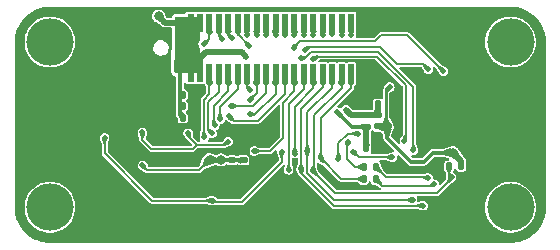
<source format=gbr>
%TF.GenerationSoftware,KiCad,Pcbnew,(7.0.0)*%
%TF.CreationDate,2023-04-19T19:20:55+08:00*%
%TF.ProjectId,Commander,436f6d6d-616e-4646-9572-2e6b69636164,rev?*%
%TF.SameCoordinates,Original*%
%TF.FileFunction,Copper,L2,Bot*%
%TF.FilePolarity,Positive*%
%FSLAX46Y46*%
G04 Gerber Fmt 4.6, Leading zero omitted, Abs format (unit mm)*
G04 Created by KiCad (PCBNEW (7.0.0)) date 2023-04-19 19:20:55*
%MOMM*%
%LPD*%
G01*
G04 APERTURE LIST*
G04 Aperture macros list*
%AMRoundRect*
0 Rectangle with rounded corners*
0 $1 Rounding radius*
0 $2 $3 $4 $5 $6 $7 $8 $9 X,Y pos of 4 corners*
0 Add a 4 corners polygon primitive as box body*
4,1,4,$2,$3,$4,$5,$6,$7,$8,$9,$2,$3,0*
0 Add four circle primitives for the rounded corners*
1,1,$1+$1,$2,$3*
1,1,$1+$1,$4,$5*
1,1,$1+$1,$6,$7*
1,1,$1+$1,$8,$9*
0 Add four rect primitives between the rounded corners*
20,1,$1+$1,$2,$3,$4,$5,0*
20,1,$1+$1,$4,$5,$6,$7,0*
20,1,$1+$1,$6,$7,$8,$9,0*
20,1,$1+$1,$8,$9,$2,$3,0*%
G04 Aperture macros list end*
%TA.AperFunction,ComponentPad*%
%ADD10C,4.000000*%
%TD*%
%TA.AperFunction,SMDPad,CuDef*%
%ADD11RoundRect,0.147500X0.172500X-0.147500X0.172500X0.147500X-0.172500X0.147500X-0.172500X-0.147500X0*%
%TD*%
%TA.AperFunction,SMDPad,CuDef*%
%ADD12R,0.550000X1.550000*%
%TD*%
%TA.AperFunction,SMDPad,CuDef*%
%ADD13RoundRect,0.140000X-0.140000X-0.170000X0.140000X-0.170000X0.140000X0.170000X-0.140000X0.170000X0*%
%TD*%
%TA.AperFunction,SMDPad,CuDef*%
%ADD14RoundRect,0.135000X-0.185000X0.135000X-0.185000X-0.135000X0.185000X-0.135000X0.185000X0.135000X0*%
%TD*%
%TA.AperFunction,SMDPad,CuDef*%
%ADD15RoundRect,0.135000X0.135000X0.185000X-0.135000X0.185000X-0.135000X-0.185000X0.135000X-0.185000X0*%
%TD*%
%TA.AperFunction,SMDPad,CuDef*%
%ADD16RoundRect,0.140000X-0.170000X0.140000X-0.170000X-0.140000X0.170000X-0.140000X0.170000X0.140000X0*%
%TD*%
%TA.AperFunction,SMDPad,CuDef*%
%ADD17RoundRect,0.135000X-0.135000X-0.185000X0.135000X-0.185000X0.135000X0.185000X-0.135000X0.185000X0*%
%TD*%
%TA.AperFunction,ViaPad*%
%ADD18C,0.500000*%
%TD*%
%TA.AperFunction,ViaPad*%
%ADD19C,0.800000*%
%TD*%
%TA.AperFunction,Conductor*%
%ADD20C,0.500000*%
%TD*%
%TA.AperFunction,Conductor*%
%ADD21C,0.350000*%
%TD*%
%TA.AperFunction,Conductor*%
%ADD22C,0.200000*%
%TD*%
%TA.AperFunction,Conductor*%
%ADD23C,0.250000*%
%TD*%
G04 APERTURE END LIST*
D10*
%TO.P,J4,*%
%TO.N,*%
X119800000Y-64675000D03*
X119800000Y-78675000D03*
X158792442Y-78673977D03*
X158800000Y-64675000D03*
%TD*%
D11*
%TO.P,FB1,1*%
%TO.N,+3V3*%
X147564999Y-71815002D03*
%TO.P,FB1,2*%
%TO.N,Net-(U1B-VDDA)*%
X147564999Y-70845002D03*
%TD*%
D12*
%TO.P,j2,1*%
%TO.N,GND*%
X146899999Y-67324999D03*
%TO.P,j2,2*%
X146899999Y-63024999D03*
%TO.P,j2,3*%
X146099999Y-67324999D03*
%TO.P,j2,4*%
X146099999Y-63024999D03*
%TO.P,j2,5*%
%TO.N,/LCD.SCL*%
X145299999Y-67324999D03*
%TO.P,j2,6*%
%TO.N,/LCD.BKControl*%
X145299999Y-63024999D03*
%TO.P,j2,7*%
%TO.N,/LCD.CS*%
X144499999Y-67324999D03*
%TO.P,j2,8*%
%TO.N,/LCD.SDA*%
X144499999Y-63024999D03*
%TO.P,j2,9*%
%TO.N,/LCD.~{RES}*%
X143699999Y-67324999D03*
%TO.P,j2,10*%
%TO.N,/PB0*%
X143699999Y-63024999D03*
%TO.P,j2,11*%
%TO.N,/LCD.D{slash}C*%
X142899999Y-67324999D03*
%TO.P,j2,12*%
%TO.N,/PB1*%
X142899999Y-63024999D03*
%TO.P,j2,13*%
%TO.N,/PA1*%
X142099999Y-67324999D03*
%TO.P,j2,14*%
%TO.N,/PB2*%
X142099999Y-63024999D03*
%TO.P,j2,15*%
%TO.N,/PA0*%
X141299999Y-67324999D03*
%TO.P,j2,16*%
%TO.N,/PB10*%
X141299999Y-63024999D03*
%TO.P,j2,17*%
%TO.N,/PC13*%
X140499999Y-67324999D03*
%TO.P,j2,18*%
%TO.N,/PB11*%
X140499999Y-63024999D03*
%TO.P,j2,19*%
%TO.N,/PB4*%
X139699999Y-67324999D03*
%TO.P,j2,20*%
%TO.N,/PC6*%
X139699999Y-63024999D03*
%TO.P,j2,21*%
%TO.N,/PB3*%
X138899999Y-67324999D03*
%TO.P,j2,22*%
%TO.N,/PA8*%
X138899999Y-63024999D03*
%TO.P,j2,23*%
%TO.N,/PC11*%
X138099999Y-67324999D03*
%TO.P,j2,24*%
%TO.N,/PA9*%
X138099999Y-63024999D03*
%TO.P,j2,25*%
%TO.N,/PC10*%
X137299999Y-67324999D03*
%TO.P,j2,26*%
%TO.N,/PA10*%
X137299999Y-63024999D03*
%TO.P,j2,27*%
%TO.N,/PA15*%
X136499999Y-67324999D03*
%TO.P,j2,28*%
%TO.N,/PA11*%
X136499999Y-63024999D03*
%TO.P,j2,29*%
%TO.N,/PA12*%
X135699999Y-63024999D03*
%TO.P,j2,30*%
%TO.N,/PB5*%
X135699999Y-67324999D03*
%TO.P,j2,31*%
%TO.N,/SWDIO-L*%
X134899999Y-63024999D03*
%TO.P,j2,32*%
%TO.N,/PB6*%
X134899999Y-67324999D03*
%TO.P,j2,33*%
%TO.N,/SWCLK-L*%
X134099999Y-63024999D03*
%TO.P,j2,34*%
%TO.N,/PB7*%
X134099999Y-67324999D03*
%TO.P,j2,35*%
%TO.N,/VBAT_Pin*%
X133299999Y-63024999D03*
%TO.P,j2,36*%
%TO.N,/PB9*%
X133299999Y-67324999D03*
%TO.P,j2,37*%
%TO.N,+3V3*%
X132499999Y-63024999D03*
%TO.P,j2,38*%
X132499999Y-67324999D03*
%TO.P,j2,39*%
X131699999Y-63024999D03*
%TO.P,j2,40*%
X131699999Y-67324999D03*
%TD*%
D13*
%TO.P,C1,1*%
%TO.N,Net-(U1B-VREF+)*%
X146585000Y-72730000D03*
%TO.P,C1,2*%
%TO.N,GND*%
X147545000Y-72730000D03*
%TD*%
%TO.P,C3,1*%
%TO.N,GND*%
X146610000Y-69930000D03*
%TO.P,C3,2*%
%TO.N,Net-(U1B-VDDA)*%
X147570000Y-69930000D03*
%TD*%
D14*
%TO.P,R1,1*%
%TO.N,Net-(U1B-VDDA)*%
X146615000Y-70820000D03*
%TO.P,R1,2*%
%TO.N,Net-(U1B-VREF+)*%
X146615000Y-71840000D03*
%TD*%
D15*
%TO.P,R14,1*%
%TO.N,+3V3*%
X154610000Y-75175000D03*
%TO.P,R14,2*%
%TO.N,/LCD.CS*%
X153590000Y-75175000D03*
%TD*%
D16*
%TO.P,C9,1*%
%TO.N,+3V3*%
X135225000Y-74695000D03*
%TO.P,C9,2*%
%TO.N,GND*%
X135225000Y-75655000D03*
%TD*%
D17*
%TO.P,R12,1*%
%TO.N,/LCD.SCL*%
X146365000Y-76275000D03*
%TO.P,R12,2*%
%TO.N,Net-(J3-Pin_6)*%
X147385000Y-76275000D03*
%TD*%
%TO.P,R11,1*%
%TO.N,/LCD.SDA*%
X146365000Y-75250000D03*
%TO.P,R11,2*%
%TO.N,Net-(J3-Pin_5)*%
X147385000Y-75250000D03*
%TD*%
D13*
%TO.P,C6,1*%
%TO.N,+3V3*%
X131040000Y-69150000D03*
%TO.P,C6,2*%
%TO.N,GND*%
X132000000Y-69150000D03*
%TD*%
%TO.P,C5,1*%
%TO.N,+3V3*%
X131040000Y-70110000D03*
%TO.P,C5,2*%
%TO.N,GND*%
X132000000Y-70110000D03*
%TD*%
D16*
%TO.P,C4,1*%
%TO.N,GND*%
X145610000Y-69880000D03*
%TO.P,C4,2*%
%TO.N,Net-(U1B-VDDA)*%
X145610000Y-70840000D03*
%TD*%
%TO.P,C10,1*%
%TO.N,+3V3*%
X136200000Y-74690000D03*
%TO.P,C10,2*%
%TO.N,GND*%
X136200000Y-75650000D03*
%TD*%
D13*
%TO.P,C2,1*%
%TO.N,Net-(U1B-VREF+)*%
X146580000Y-73679999D03*
%TO.P,C2,2*%
%TO.N,GND*%
X147540000Y-73679999D03*
%TD*%
%TO.P,C7,1*%
%TO.N,+3V3*%
X131050000Y-71080000D03*
%TO.P,C7,2*%
%TO.N,GND*%
X132010000Y-71080000D03*
%TD*%
D18*
%TO.N,Net-(U1B-VREF+)*%
X144126700Y-70602500D03*
%TO.N,GND*%
X135640000Y-79210000D03*
X152170000Y-70515000D03*
X136900000Y-73070000D03*
X138150000Y-73040000D03*
X138830000Y-72400000D03*
X140986666Y-79810000D03*
X152790000Y-69170000D03*
X148690000Y-75310000D03*
X152790000Y-71187500D03*
X131810000Y-76250000D03*
X136333333Y-79210000D03*
X137520000Y-73060000D03*
X144800000Y-76900000D03*
X140330000Y-79810000D03*
X137720000Y-79210000D03*
X134296666Y-79210000D03*
X148820000Y-69080000D03*
X138830000Y-71730000D03*
X133830000Y-76870000D03*
X152170000Y-69170000D03*
X148830000Y-69690000D03*
X138830000Y-71080000D03*
X141643332Y-79810000D03*
X139180000Y-76970000D03*
X138150000Y-71730000D03*
X152170000Y-71187500D03*
X137760500Y-77240000D03*
X148430000Y-73770000D03*
X138150000Y-72385000D03*
X137520000Y-72400000D03*
X132000000Y-70120000D03*
X134990000Y-79210000D03*
X152790000Y-70515000D03*
X152790000Y-71860000D03*
X142680000Y-79000000D03*
X142690000Y-78370000D03*
X140370000Y-80520000D03*
X133830000Y-76230000D03*
X133830000Y-77540000D03*
X136900000Y-72410000D03*
X137026666Y-79210000D03*
X133603333Y-79210000D03*
X142300000Y-79810000D03*
X152790000Y-69842500D03*
X152170000Y-69842500D03*
X152170000Y-71860000D03*
%TO.N,Net-(U1B-VDDA)*%
X144865593Y-70420093D03*
D19*
%TO.N,+3V3*%
X130790000Y-66950000D03*
X153900000Y-74040000D03*
X130790000Y-65965000D03*
X130800000Y-64980000D03*
X148360000Y-71890000D03*
X131700000Y-65940000D03*
X131700000Y-64980000D03*
D18*
X127630000Y-75110000D03*
X148572183Y-68479633D03*
D19*
X133310000Y-74640000D03*
D18*
X136410000Y-65900000D03*
D19*
X129010000Y-62470000D03*
X134290000Y-74650000D03*
D18*
%TO.N,/NRST*%
X133511575Y-78106091D03*
X139410000Y-73950000D03*
X124430000Y-72770000D03*
%TO.N,/VBAT_Pin*%
X132870000Y-64850000D03*
%TO.N,/BOOT0*%
X131490000Y-72380000D03*
X134870000Y-73101500D03*
X127620000Y-72320000D03*
%TO.N,/PC4*%
X144220000Y-74550000D03*
X145868864Y-72417537D03*
%TO.N,/PB7*%
X133515492Y-72394317D03*
%TO.N,/PB6*%
X133749500Y-71735118D03*
%TO.N,/PB5*%
X134200000Y-71200000D03*
%TO.N,/PB4*%
X134950000Y-70950000D03*
%TO.N,/PB3*%
X136717572Y-70800000D03*
%TO.N,/PC11*%
X135150000Y-70100000D03*
%TO.N,/PC10*%
X136717572Y-69550500D03*
%TO.N,/PA15*%
X136719960Y-68771000D03*
%TO.N,/PA12*%
X136650000Y-64970000D03*
%TO.N,/PA11*%
X136510000Y-64060000D03*
%TO.N,/PA10*%
X137290000Y-64060000D03*
%TO.N,/PA9*%
X138110000Y-64050000D03*
%TO.N,/PA8*%
X138900000Y-64050000D03*
%TO.N,/PC6*%
X139700000Y-64050000D03*
%TO.N,/PB11*%
X140490000Y-64050000D03*
%TO.N,/PB10*%
X141310000Y-64040000D03*
%TO.N,/PB2*%
X142090000Y-64040000D03*
%TO.N,/PB1*%
X142900000Y-64050000D03*
%TO.N,/PB0*%
X143700000Y-64030000D03*
%TO.N,/PA1*%
X140550500Y-74110000D03*
%TO.N,/PA0*%
X140008305Y-75490001D03*
%TO.N,/PC13*%
X137100000Y-73900000D03*
%TO.N,/LCD.~{RES}*%
X150510000Y-78030500D03*
X141600000Y-73890000D03*
%TO.N,/LCD.D{slash}C*%
X151390000Y-78530000D03*
X141049999Y-75460000D03*
%TO.N,Net-(J3-Pin_5)*%
X151820500Y-76200000D03*
%TO.N,Net-(J3-Pin_6)*%
X152320000Y-76710000D03*
%TO.N,/LCD.CS*%
X153810000Y-76130000D03*
X142060000Y-75580000D03*
%TO.N,/LCD.SDA*%
X144510000Y-64040000D03*
X145025139Y-73111261D03*
%TO.N,/LCD.SCL*%
X142720000Y-74520000D03*
%TO.N,/LCD.BKControl*%
X145439918Y-73941343D03*
X148800000Y-74420000D03*
X145320000Y-64040000D03*
%TO.N,/SPI2.CS*%
X142100000Y-66130000D03*
X149803642Y-73033642D03*
%TO.N,/SPI2.CLK*%
X141393600Y-65360000D03*
X151830000Y-66990000D03*
%TO.N,/SPI2.MISO*%
X141050501Y-66050000D03*
X150560000Y-73850000D03*
%TO.N,/SPI2.MOSI*%
X153110000Y-67140000D03*
X140420000Y-65180000D03*
%TO.N,/PB9*%
X132870000Y-72740000D03*
%TO.N,/SWDIO-L*%
X135220000Y-64350000D03*
%TO.N,/SWCLK-L*%
X134340000Y-64400000D03*
%TD*%
D20*
%TO.N,Net-(U1B-VREF+)*%
X146580000Y-71875000D02*
X146615000Y-71840000D01*
D21*
X144126700Y-70602500D02*
X145364200Y-71840000D01*
X145364200Y-71840000D02*
X146615000Y-71840000D01*
D20*
X146580000Y-73679999D02*
X146580000Y-71875000D01*
D22*
%TO.N,GND*%
X132010000Y-71080000D02*
X132010000Y-70130000D01*
D21*
X148430000Y-73770000D02*
X147630001Y-73770000D01*
D22*
X132010000Y-70110000D02*
X132010000Y-69160000D01*
D21*
X148830000Y-69090000D02*
X148820000Y-69080000D01*
X147540000Y-73679999D02*
X147540000Y-72735000D01*
X146610000Y-69930000D02*
X145660000Y-69930000D01*
X148830000Y-69690000D02*
X148830000Y-69090000D01*
D20*
%TO.N,Net-(U1B-VDDA)*%
X147564999Y-70845002D02*
X145290502Y-70845002D01*
X147570000Y-69930000D02*
X147570000Y-70840001D01*
X145290502Y-70845002D02*
X144865593Y-70420093D01*
%TO.N,+3V3*%
X148360000Y-71890000D02*
X148360000Y-72030000D01*
D21*
X153900000Y-74040000D02*
X152220000Y-74040000D01*
D20*
X148220000Y-71890000D02*
X148360000Y-71890000D01*
D21*
X133360000Y-74690000D02*
X133310000Y-74640000D01*
D20*
X154610000Y-75175000D02*
X154610000Y-74750000D01*
X148360000Y-72030000D02*
X148170000Y-71840000D01*
D21*
X152220000Y-74040000D02*
X151440000Y-74820000D01*
D23*
X148572183Y-68479633D02*
X148245000Y-68806816D01*
D20*
X132500000Y-66050000D02*
X133040000Y-65510000D01*
X136030000Y-65510000D02*
X136420000Y-65900000D01*
X129565000Y-63025000D02*
X129010000Y-62470000D01*
X132500000Y-63025000D02*
X129565000Y-63025000D01*
D21*
X136200000Y-74690000D02*
X133360000Y-74690000D01*
D22*
X128020000Y-75500000D02*
X132450000Y-75500000D01*
D20*
X133040000Y-65510000D02*
X136030000Y-65510000D01*
D21*
X148360000Y-72820000D02*
X148360000Y-71890000D01*
X151440000Y-74820000D02*
X150360000Y-74820000D01*
D20*
X148145002Y-71815002D02*
X148220000Y-71890000D01*
D23*
X148245000Y-68806816D02*
X148245000Y-71775000D01*
D21*
X150360000Y-74820000D02*
X148360000Y-72820000D01*
D20*
X154610000Y-74750000D02*
X153900000Y-74040000D01*
X147564999Y-71815002D02*
X148145002Y-71815002D01*
D21*
X148245000Y-71775000D02*
X148360000Y-71890000D01*
D22*
X132450000Y-75500000D02*
X133310000Y-74640000D01*
D20*
X132500000Y-67325000D02*
X132500000Y-66050000D01*
D22*
X127630000Y-75110000D02*
X128020000Y-75500000D01*
D21*
X130790000Y-70820000D02*
X131050000Y-71080000D01*
X130790000Y-66950000D02*
X130790000Y-70820000D01*
D22*
%TO.N,/NRST*%
X133511575Y-78106091D02*
X128436091Y-78106091D01*
X128436091Y-78106091D02*
X124430000Y-74100000D01*
X124430000Y-74100000D02*
X124430000Y-72770000D01*
X133625484Y-78220000D02*
X136020000Y-78220000D01*
X133511575Y-78106091D02*
X133625484Y-78220000D01*
X139410000Y-74830000D02*
X139410000Y-73950000D01*
X136020000Y-78220000D02*
X139410000Y-74830000D01*
%TO.N,/VBAT_Pin*%
X132870000Y-64850000D02*
X133300000Y-64420000D01*
X133300000Y-64420000D02*
X133300000Y-63025000D01*
%TO.N,/BOOT0*%
X134611500Y-73360000D02*
X132210000Y-73360000D01*
X131490000Y-72380000D02*
X131490000Y-72640000D01*
X131490000Y-72640000D02*
X132210000Y-73360000D01*
X131870000Y-73700000D02*
X132210000Y-73360000D01*
X128360000Y-73700000D02*
X131870000Y-73700000D01*
X127620000Y-72320000D02*
X127620000Y-72960000D01*
X127620000Y-72960000D02*
X128360000Y-73700000D01*
X134870000Y-73101500D02*
X134611500Y-73360000D01*
%TO.N,/PC4*%
X145868864Y-72417537D02*
X145012463Y-72417537D01*
X144220000Y-73210000D02*
X144220000Y-74550000D01*
X145012463Y-72417537D02*
X144220000Y-73210000D01*
%TO.N,/PB7*%
X133515492Y-72394317D02*
X133199500Y-72078325D01*
X133199500Y-69769129D02*
X134100000Y-68868628D01*
X134100000Y-68868628D02*
X134100000Y-67325000D01*
X133199500Y-72078325D02*
X133199500Y-69769129D01*
%TO.N,/PB6*%
X133650000Y-71700000D02*
X133650000Y-70050000D01*
X134900000Y-68800000D02*
X134900000Y-67325000D01*
X133734618Y-71750000D02*
X133700000Y-71750000D01*
X133749500Y-71735118D02*
X133685118Y-71735118D01*
X133685118Y-71735118D02*
X133650000Y-71700000D01*
X133749500Y-71735118D02*
X133734618Y-71750000D01*
X133650000Y-70050000D02*
X134900000Y-68800000D01*
%TO.N,/PB5*%
X135700000Y-68650000D02*
X134200000Y-70150000D01*
X135700000Y-67325000D02*
X135700000Y-68650000D01*
X134200000Y-70150000D02*
X134200000Y-71200000D01*
%TO.N,/PB4*%
X135350000Y-71350000D02*
X137400000Y-71350000D01*
X139700000Y-69050000D02*
X139700000Y-67325000D01*
X137400000Y-71350000D02*
X139700000Y-69050000D01*
X134950000Y-70950000D02*
X135350000Y-71350000D01*
%TO.N,/PB3*%
X138900000Y-69050000D02*
X138900000Y-67325000D01*
X136717572Y-70800000D02*
X137150000Y-70800000D01*
X137150000Y-70800000D02*
X138900000Y-69050000D01*
%TO.N,/PC11*%
X138100000Y-69000000D02*
X138100000Y-67325000D01*
X137000000Y-70100000D02*
X138100000Y-69000000D01*
X135150000Y-70100000D02*
X137000000Y-70100000D01*
%TO.N,/PC10*%
X136717572Y-69550500D02*
X137300000Y-68968072D01*
X137300000Y-68968072D02*
X137300000Y-67325000D01*
%TO.N,/PA15*%
X136719960Y-68771000D02*
X136500000Y-68551040D01*
X136500000Y-68551040D02*
X136500000Y-67325000D01*
%TO.N,/PA12*%
X135700000Y-64020000D02*
X135700000Y-63025000D01*
X136650000Y-64970000D02*
X135700000Y-64020000D01*
%TO.N,/PA11*%
X136510000Y-63960000D02*
X136510000Y-64060000D01*
X136500000Y-63950000D02*
X136510000Y-63960000D01*
X136610000Y-64060000D02*
X136520000Y-63970000D01*
X136510000Y-64060000D02*
X136610000Y-64060000D01*
X136500000Y-63025000D02*
X136500000Y-63950000D01*
%TO.N,/PA10*%
X137300000Y-63025000D02*
X137300000Y-63980000D01*
X137290000Y-63990000D02*
X137290000Y-64060000D01*
X137220000Y-64060000D02*
X137290000Y-63990000D01*
X137290000Y-64060000D02*
X137220000Y-64060000D01*
X137300000Y-63980000D02*
X137290000Y-63990000D01*
%TO.N,/PA9*%
X138100000Y-63025000D02*
X138110000Y-64050000D01*
%TO.N,/PA8*%
X138900000Y-63025000D02*
X138900000Y-64050000D01*
%TO.N,/PC6*%
X139700000Y-63025000D02*
X139700000Y-64050000D01*
%TO.N,/PB11*%
X140500000Y-63025000D02*
X140490000Y-64050000D01*
%TO.N,/PB10*%
X141300000Y-63025000D02*
X141300000Y-63870000D01*
X141310000Y-64040000D02*
X141330000Y-63900000D01*
X141300000Y-63870000D02*
X141310000Y-64040000D01*
%TO.N,/PB2*%
X142100000Y-63025000D02*
X142100000Y-63880000D01*
%TO.N,/PB1*%
X142900000Y-63025000D02*
X142900000Y-64050000D01*
%TO.N,/PB0*%
X143700000Y-63025000D02*
X143700000Y-64030000D01*
%TO.N,/PA1*%
X140507805Y-74067305D02*
X140507805Y-70132195D01*
X140550500Y-74110000D02*
X140507805Y-74067305D01*
X142100000Y-68540000D02*
X142100000Y-67325000D01*
X140507805Y-70132195D02*
X142100000Y-68540000D01*
%TO.N,/PA0*%
X140008305Y-75490001D02*
X140020000Y-75478306D01*
X140020000Y-75478306D02*
X140020000Y-69905686D01*
X140020000Y-69905686D02*
X141300000Y-68625686D01*
X141300000Y-68625686D02*
X141300000Y-67325000D01*
%TO.N,/PC13*%
X138420000Y-73900000D02*
X139520000Y-72800000D01*
X140500000Y-68815686D02*
X140500000Y-67325000D01*
X139520000Y-72800000D02*
X139520000Y-69795686D01*
X139520000Y-69795686D02*
X140500000Y-68815686D01*
X137100000Y-73900000D02*
X138420000Y-73900000D01*
%TO.N,/LCD.~{RES}*%
X141600000Y-70630000D02*
X143700000Y-68530000D01*
X141600000Y-73890000D02*
X141600000Y-70630000D01*
X141560000Y-73930000D02*
X141600000Y-73890000D01*
X143832893Y-78060000D02*
X141560000Y-75787107D01*
X143700000Y-68530000D02*
X143700000Y-67325000D01*
X150510000Y-78030500D02*
X150480500Y-78060000D01*
X141560000Y-75787107D02*
X141560000Y-73930000D01*
X150480500Y-78060000D02*
X143832893Y-78060000D01*
%TO.N,/LCD.D{slash}C*%
X141049999Y-73902392D02*
X141050000Y-70330000D01*
X143807918Y-78530000D02*
X141049999Y-75772081D01*
X141050000Y-70330000D02*
X142900000Y-68480000D01*
X141049999Y-75772081D02*
X141049999Y-75460000D01*
X142900000Y-68480000D02*
X142900000Y-67325000D01*
X141050500Y-75459499D02*
X141050500Y-73902893D01*
X151390000Y-78530000D02*
X143807918Y-78530000D01*
X141050500Y-73902893D02*
X141049999Y-73902392D01*
X141049999Y-75460000D02*
X141050500Y-75459499D01*
%TO.N,Net-(J3-Pin_5)*%
X148215000Y-76080000D02*
X147385000Y-75250000D01*
X151700500Y-76080000D02*
X148215000Y-76080000D01*
X151820500Y-76200000D02*
X151700500Y-76080000D01*
%TO.N,Net-(J3-Pin_6)*%
X152190000Y-76840000D02*
X147950000Y-76840000D01*
X152320000Y-76710000D02*
X152190000Y-76840000D01*
X147950000Y-76840000D02*
X147385000Y-76275000D01*
%TO.N,/LCD.CS*%
X153810000Y-76230000D02*
X153760000Y-76180000D01*
X142150000Y-75490000D02*
X142060000Y-75580000D01*
X142150000Y-70880000D02*
X142150000Y-75490000D01*
X153810000Y-76130000D02*
X153810000Y-76230000D01*
X144500000Y-68530000D02*
X142150000Y-70880000D01*
X153590000Y-76010000D02*
X153710000Y-76130000D01*
X142060000Y-75580000D02*
X143950000Y-77470000D01*
X152540000Y-77470000D02*
X153810000Y-76200000D01*
X153710000Y-76130000D02*
X153810000Y-76130000D01*
X153810000Y-76200000D02*
X153810000Y-76130000D01*
X143950000Y-77470000D02*
X152540000Y-77470000D01*
X144500000Y-67325000D02*
X144500000Y-68530000D01*
X153590000Y-75175000D02*
X153590000Y-76010000D01*
%TO.N,/LCD.SDA*%
X144510000Y-64040000D02*
X144520000Y-63930000D01*
X144939918Y-73196482D02*
X144939918Y-74569918D01*
X144500000Y-63025000D02*
X144500000Y-63910000D01*
X145025139Y-73111261D02*
X144939918Y-73196482D01*
X144500000Y-63910000D02*
X144510000Y-64040000D01*
X145620000Y-75250000D02*
X146365000Y-75250000D01*
X144939918Y-74569918D02*
X145620000Y-75250000D01*
%TO.N,/LCD.SCL*%
X146365000Y-76275000D02*
X144475000Y-76275000D01*
X142720000Y-71140000D02*
X142720000Y-74520000D01*
X145300000Y-68560000D02*
X142720000Y-71140000D01*
X145300000Y-67325000D02*
X145300000Y-68560000D01*
X144475000Y-76275000D02*
X142720000Y-74520000D01*
%TO.N,/LCD.BKControl*%
X145300000Y-63025000D02*
X145300000Y-63950000D01*
X145928575Y-74430000D02*
X148790000Y-74430000D01*
X145439918Y-73941343D02*
X145928575Y-74430000D01*
%TO.N,/SPI2.CS*%
X142330000Y-65900000D02*
X142100000Y-66130000D01*
X149920000Y-72917284D02*
X149920000Y-68324974D01*
X147495026Y-65900000D02*
X142330000Y-65900000D01*
X149803642Y-73033642D02*
X149920000Y-72917284D01*
X149920000Y-68324974D02*
X147495026Y-65900000D01*
%TO.N,/SPI2.CLK*%
X149210000Y-66540000D02*
X151380000Y-66540000D01*
X151380000Y-66540000D02*
X151830000Y-66990000D01*
X147770000Y-65100000D02*
X149210000Y-66540000D01*
X141393600Y-65360000D02*
X141653600Y-65100000D01*
X141653600Y-65100000D02*
X147770000Y-65100000D01*
%TO.N,/SPI2.MISO*%
X150561812Y-73848188D02*
X150560000Y-73850000D01*
X141940000Y-65520000D02*
X147610000Y-65520000D01*
X141410000Y-66050000D02*
X141940000Y-65520000D01*
X141050501Y-66050000D02*
X141410000Y-66050000D01*
X147610000Y-65520000D02*
X150561812Y-68471812D01*
X150561812Y-68471812D02*
X150561812Y-73848188D01*
%TO.N,/SPI2.MOSI*%
X147860000Y-64070000D02*
X150040000Y-64070000D01*
X141000000Y-64600000D02*
X147330000Y-64600000D01*
X147330000Y-64600000D02*
X147860000Y-64070000D01*
X140420000Y-65180000D02*
X141000000Y-64600000D01*
X150040000Y-64070000D02*
X153110000Y-67140000D01*
%TO.N,/PB9*%
X132870000Y-72740000D02*
X132870000Y-72670000D01*
X132870000Y-72670000D02*
X132800000Y-72600000D01*
X132800000Y-69602944D02*
X133300000Y-69102943D01*
X132800000Y-72600000D02*
X132800000Y-69602944D01*
X133300000Y-69102943D02*
X133300000Y-67325000D01*
%TO.N,/SWDIO-L*%
X135180000Y-64350000D02*
X134900000Y-64070000D01*
X135220000Y-64350000D02*
X135180000Y-64350000D01*
X134900000Y-64070000D02*
X134900000Y-63025000D01*
%TO.N,/SWCLK-L*%
X134340000Y-64400000D02*
X134310768Y-64400000D01*
X134310768Y-64400000D02*
X134100000Y-64189232D01*
X134100000Y-64189232D02*
X134100000Y-63025000D01*
%TD*%
%TA.AperFunction,Conductor*%
%TO.N,GND*%
G36*
X142555102Y-74889948D02*
G01*
X142555660Y-74889069D01*
X142559551Y-74891536D01*
X142563194Y-74894353D01*
X142567291Y-74896445D01*
X142567294Y-74896447D01*
X142704815Y-74966674D01*
X142897201Y-75064919D01*
X142910778Y-75071852D01*
X142935757Y-75090017D01*
X144273529Y-76427790D01*
X144285837Y-76442788D01*
X144294399Y-76455601D01*
X144302508Y-76461019D01*
X144315316Y-76469577D01*
X144315317Y-76469578D01*
X144364773Y-76502623D01*
X144377260Y-76510966D01*
X144475000Y-76530409D01*
X144484567Y-76528506D01*
X144490116Y-76527403D01*
X144509431Y-76525500D01*
X145749498Y-76525500D01*
X145797992Y-76538190D01*
X146029067Y-76668028D01*
X146050575Y-76684332D01*
X146065859Y-76699616D01*
X146074253Y-76703322D01*
X146074254Y-76703323D01*
X146156685Y-76739720D01*
X146163502Y-76742730D01*
X146187377Y-76745500D01*
X146542622Y-76745499D01*
X146566498Y-76742730D01*
X146664141Y-76699616D01*
X146739616Y-76624141D01*
X146782730Y-76526498D01*
X146783713Y-76526932D01*
X146805159Y-76490051D01*
X146849451Y-76464570D01*
X146900549Y-76464570D01*
X146944841Y-76490051D01*
X146966286Y-76526932D01*
X146967270Y-76526498D01*
X147006676Y-76615745D01*
X147006678Y-76615748D01*
X147010384Y-76624141D01*
X147085859Y-76699616D01*
X147094253Y-76703322D01*
X147094254Y-76703323D01*
X147176685Y-76739720D01*
X147183502Y-76742730D01*
X147207377Y-76745500D01*
X147257926Y-76745499D01*
X147298113Y-76754021D01*
X147655988Y-76912978D01*
X147662078Y-76915683D01*
X147691895Y-76936156D01*
X147748529Y-76992790D01*
X147760837Y-77007788D01*
X147769399Y-77020601D01*
X147790316Y-77034577D01*
X147790317Y-77034578D01*
X147795713Y-77038183D01*
X147798414Y-77041222D01*
X147805319Y-77046889D01*
X147805320Y-77046890D01*
X147804330Y-77047879D01*
X147828922Y-77075553D01*
X147839637Y-77124386D01*
X147825125Y-77172227D01*
X147789087Y-77206877D01*
X147740713Y-77219500D01*
X144094769Y-77219500D01*
X144056883Y-77211964D01*
X144024765Y-77190504D01*
X142630017Y-75795757D01*
X142611852Y-75770778D01*
X142459239Y-75471925D01*
X142449168Y-75439133D01*
X142405586Y-75088952D01*
X142404239Y-75084671D01*
X142403289Y-75080302D01*
X142403966Y-75080154D01*
X142400500Y-75057581D01*
X142400500Y-74970247D01*
X142415476Y-74917893D01*
X142455872Y-74881379D01*
X142509467Y-74871750D01*
X142555102Y-74889948D01*
G37*
%TD.AperFunction*%
%TA.AperFunction,Conductor*%
G36*
X149323194Y-74260839D02*
G01*
X149365578Y-74285904D01*
X150116730Y-75037056D01*
X150122564Y-75043424D01*
X150141975Y-75066557D01*
X150141978Y-75066559D01*
X150147545Y-75073194D01*
X150181215Y-75092633D01*
X150188483Y-75097264D01*
X150213219Y-75114585D01*
X150213220Y-75114585D01*
X150220316Y-75119554D01*
X150228684Y-75121795D01*
X150233967Y-75124259D01*
X150239450Y-75126255D01*
X150246955Y-75130588D01*
X150285233Y-75137337D01*
X150293642Y-75139201D01*
X150331193Y-75149263D01*
X150369896Y-75145877D01*
X150378525Y-75145500D01*
X151421466Y-75145500D01*
X151430095Y-75145877D01*
X151460177Y-75148509D01*
X151460177Y-75148508D01*
X151468807Y-75149264D01*
X151506354Y-75139202D01*
X151514777Y-75137335D01*
X151553045Y-75130588D01*
X151560548Y-75126255D01*
X151566027Y-75124261D01*
X151571311Y-75121796D01*
X151579684Y-75119554D01*
X151611533Y-75097251D01*
X151618779Y-75092635D01*
X151652455Y-75073194D01*
X151677442Y-75043414D01*
X151683266Y-75037059D01*
X152325831Y-74394496D01*
X152357948Y-74373036D01*
X152395834Y-74365500D01*
X153045934Y-74365500D01*
X153074444Y-74369693D01*
X153543304Y-74510695D01*
X153589949Y-74541060D01*
X153612839Y-74591794D01*
X153604738Y-74646861D01*
X153568207Y-74688853D01*
X153514793Y-74704500D01*
X153415233Y-74704500D01*
X153415215Y-74704500D01*
X153412378Y-74704501D01*
X153409557Y-74704828D01*
X153409542Y-74704829D01*
X153395898Y-74706412D01*
X153395896Y-74706412D01*
X153388502Y-74707270D01*
X153381692Y-74710276D01*
X153381688Y-74710278D01*
X153299254Y-74746676D01*
X153299249Y-74746679D01*
X153290859Y-74750384D01*
X153284374Y-74756868D01*
X153284371Y-74756871D01*
X153221871Y-74819371D01*
X153221868Y-74819374D01*
X153215384Y-74825859D01*
X153211679Y-74834249D01*
X153211676Y-74834254D01*
X153175279Y-74916685D01*
X153175277Y-74916691D01*
X153172270Y-74923502D01*
X153171412Y-74930897D01*
X153171411Y-74930902D01*
X153169830Y-74944528D01*
X153169829Y-74944537D01*
X153169500Y-74947377D01*
X153169500Y-74950233D01*
X153169500Y-74950241D01*
X153169500Y-75399766D01*
X153169500Y-75399783D01*
X153169501Y-75402622D01*
X153169828Y-75405443D01*
X153169829Y-75405457D01*
X153170738Y-75413290D01*
X153172270Y-75426498D01*
X153175278Y-75433311D01*
X153175279Y-75433314D01*
X153180341Y-75444779D01*
X153185246Y-75458564D01*
X153191044Y-75479693D01*
X153191046Y-75479700D01*
X153192073Y-75483440D01*
X153193672Y-75486977D01*
X153193674Y-75486982D01*
X153330711Y-75790132D01*
X153339500Y-75830911D01*
X153339500Y-75975574D01*
X153337598Y-75994887D01*
X153334592Y-76010000D01*
X153336494Y-76019562D01*
X153350766Y-76091315D01*
X153354034Y-76107741D01*
X153357563Y-76113022D01*
X153364356Y-76145623D01*
X153358153Y-76181958D01*
X153297118Y-76345929D01*
X153274341Y-76381396D01*
X152892996Y-76762742D01*
X152846103Y-76789004D01*
X152792399Y-76786894D01*
X152747712Y-76757034D01*
X152725211Y-76708226D01*
X152722820Y-76693128D01*
X152705646Y-76584696D01*
X152648050Y-76471658D01*
X152558342Y-76381950D01*
X152445304Y-76324354D01*
X152437610Y-76323135D01*
X152437609Y-76323135D01*
X152327697Y-76305727D01*
X152320000Y-76304508D01*
X152319511Y-76304585D01*
X152274273Y-76292464D01*
X152238036Y-76256227D01*
X152224869Y-76207087D01*
X152225992Y-76200000D01*
X152206146Y-76074696D01*
X152148550Y-75961658D01*
X152058842Y-75871950D01*
X151964372Y-75823815D01*
X151952744Y-75817890D01*
X151952743Y-75817889D01*
X151945804Y-75814354D01*
X151938110Y-75813135D01*
X151938109Y-75813135D01*
X151828194Y-75795726D01*
X151828190Y-75795726D01*
X151820500Y-75794508D01*
X151812807Y-75795726D01*
X151805641Y-75795726D01*
X151803751Y-75795871D01*
X151801429Y-75795862D01*
X151798079Y-75795623D01*
X151794732Y-75795839D01*
X151794722Y-75795839D01*
X151361365Y-75823815D01*
X151361357Y-75823816D01*
X151356713Y-75824116D01*
X151352206Y-75825280D01*
X151352196Y-75825282D01*
X151348056Y-75826352D01*
X151323290Y-75829500D01*
X148359768Y-75829500D01*
X148321882Y-75821964D01*
X148289764Y-75800504D01*
X148043262Y-75554002D01*
X148024780Y-75528397D01*
X148017150Y-75513191D01*
X147834167Y-75148508D01*
X147816013Y-75112327D01*
X147805499Y-75067928D01*
X147805499Y-75025233D01*
X147805499Y-75022378D01*
X147802730Y-74998502D01*
X147759616Y-74900859D01*
X147708261Y-74849504D01*
X147681167Y-74798814D01*
X147686801Y-74741614D01*
X147723264Y-74697185D01*
X147778265Y-74680500D01*
X148247929Y-74680500D01*
X148276434Y-74684693D01*
X148649462Y-74796850D01*
X148650411Y-74796953D01*
X148660132Y-74800347D01*
X148660343Y-74799701D01*
X148667754Y-74802109D01*
X148674696Y-74805646D01*
X148800000Y-74825492D01*
X148925304Y-74805646D01*
X149038342Y-74748050D01*
X149128050Y-74658342D01*
X149185646Y-74545304D01*
X149205492Y-74420000D01*
X149197793Y-74371392D01*
X149202426Y-74322374D01*
X149230103Y-74281648D01*
X149273977Y-74259292D01*
X149323194Y-74260839D01*
G37*
%TD.AperFunction*%
%TA.AperFunction,Conductor*%
G36*
X147163663Y-72155102D02*
G01*
X147221171Y-72212610D01*
X147323090Y-72257611D01*
X147348008Y-72260502D01*
X147666572Y-72260501D01*
X147695698Y-72264882D01*
X147864611Y-72316877D01*
X147905714Y-72341720D01*
X147930290Y-72382985D01*
X147975001Y-72531658D01*
X148027410Y-72705928D01*
X148030306Y-72715556D01*
X148034500Y-72744067D01*
X148034500Y-72801466D01*
X148034123Y-72810094D01*
X148030736Y-72848807D01*
X148036441Y-72870100D01*
X148040795Y-72886349D01*
X148042664Y-72894778D01*
X148047907Y-72924515D01*
X148047908Y-72924519D01*
X148049412Y-72933045D01*
X148053741Y-72940544D01*
X148055739Y-72946031D01*
X148058204Y-72951317D01*
X148060446Y-72959684D01*
X148065414Y-72966779D01*
X148065415Y-72966781D01*
X148082732Y-72991512D01*
X148087371Y-72998793D01*
X148106806Y-73032455D01*
X148113443Y-73038024D01*
X148136570Y-73057430D01*
X148142938Y-73063264D01*
X148934095Y-73854421D01*
X148961872Y-73908938D01*
X148952301Y-73969370D01*
X148909036Y-74012635D01*
X148848604Y-74022206D01*
X148807697Y-74015727D01*
X148800000Y-74014508D01*
X148792303Y-74015727D01*
X148682390Y-74033135D01*
X148682387Y-74033135D01*
X148674696Y-74034354D01*
X148667758Y-74037888D01*
X148663254Y-74039352D01*
X148648182Y-74044971D01*
X148647120Y-74045233D01*
X148642507Y-74045922D01*
X148638108Y-74047463D01*
X148638097Y-74047466D01*
X148277158Y-74173931D01*
X148244422Y-74179500D01*
X147038283Y-74179500D01*
X146987142Y-74165268D01*
X146950705Y-74126664D01*
X146939448Y-74074788D01*
X146956607Y-74024553D01*
X146957328Y-74023499D01*
X146963813Y-74017015D01*
X147007682Y-73917661D01*
X147010500Y-73893372D01*
X147010499Y-73548860D01*
X147011322Y-73536567D01*
X147011825Y-73534116D01*
X147014597Y-73491813D01*
X146985881Y-73089786D01*
X146984601Y-73084953D01*
X146984561Y-73084510D01*
X146983930Y-73080715D01*
X146984214Y-73080667D01*
X146981608Y-73051850D01*
X146989737Y-73019625D01*
X147012682Y-72967662D01*
X147015500Y-72943373D01*
X147015499Y-72516628D01*
X147012682Y-72492338D01*
X146991914Y-72445304D01*
X146988935Y-72438556D01*
X146980500Y-72398568D01*
X146980500Y-72239265D01*
X146988036Y-72201379D01*
X147009496Y-72169261D01*
X147023655Y-72155102D01*
X147068036Y-72129479D01*
X147119282Y-72129479D01*
X147163663Y-72155102D01*
G37*
%TD.AperFunction*%
%TA.AperFunction,Conductor*%
G36*
X147388144Y-66158036D02*
G01*
X147420262Y-66179496D01*
X149640504Y-68399738D01*
X149661964Y-68431856D01*
X149669500Y-68469742D01*
X149669500Y-72482011D01*
X149652906Y-72536877D01*
X149496767Y-72771388D01*
X149484373Y-72786518D01*
X149481100Y-72789790D01*
X149481095Y-72789796D01*
X149475592Y-72795300D01*
X149472056Y-72802238D01*
X149472056Y-72802239D01*
X149470249Y-72805786D01*
X149461463Y-72823029D01*
X149461066Y-72823808D01*
X149455271Y-72833714D01*
X149453111Y-72836958D01*
X149453103Y-72836971D01*
X149451094Y-72839990D01*
X149449550Y-72843264D01*
X149449543Y-72843277D01*
X149431692Y-72881140D01*
X149431636Y-72881113D01*
X149430019Y-72884740D01*
X149421532Y-72901396D01*
X149421530Y-72901401D01*
X149417996Y-72908338D01*
X149416777Y-72916029D01*
X149416777Y-72916032D01*
X149402190Y-73008133D01*
X149398150Y-73033642D01*
X149399369Y-73041339D01*
X149410602Y-73112259D01*
X149417038Y-73152902D01*
X149417039Y-73152907D01*
X149417996Y-73158946D01*
X149417328Y-73159051D01*
X149419450Y-73204105D01*
X149395000Y-73250276D01*
X149350453Y-73277572D01*
X149298214Y-73278391D01*
X149252832Y-73252506D01*
X148737592Y-72737266D01*
X148711592Y-72691432D01*
X148712789Y-72638754D01*
X148875424Y-72097962D01*
X148875927Y-72093341D01*
X148875973Y-72093161D01*
X148876821Y-72088989D01*
X148877030Y-72089031D01*
X148882879Y-72066180D01*
X148896330Y-72033709D01*
X148915250Y-71890000D01*
X148896330Y-71746291D01*
X148879144Y-71704801D01*
X148876004Y-71695200D01*
X148875873Y-71695243D01*
X148874802Y-71691905D01*
X148873971Y-71688502D01*
X148857650Y-71647775D01*
X148853301Y-71640227D01*
X148847619Y-71628692D01*
X148844422Y-71620974D01*
X148840861Y-71612375D01*
X148835579Y-71605492D01*
X148830360Y-71598690D01*
X148823123Y-71587850D01*
X148562911Y-71136214D01*
X148533719Y-71085547D01*
X148520500Y-71036124D01*
X148520500Y-69011172D01*
X148536404Y-68957357D01*
X148579007Y-68920832D01*
X148581459Y-68919733D01*
X148689231Y-68871426D01*
X148692814Y-68869766D01*
X148693340Y-68869514D01*
X148696751Y-68867828D01*
X148727952Y-68851930D01*
X148731603Y-68849109D01*
X148735509Y-68846637D01*
X148735680Y-68846907D01*
X148744468Y-68841339D01*
X148810525Y-68807683D01*
X148900233Y-68717975D01*
X148957829Y-68604937D01*
X148977675Y-68479633D01*
X148957829Y-68354329D01*
X148900233Y-68241291D01*
X148810525Y-68151583D01*
X148724783Y-68107895D01*
X148704427Y-68097523D01*
X148704426Y-68097522D01*
X148697487Y-68093987D01*
X148689793Y-68092768D01*
X148689792Y-68092768D01*
X148579880Y-68075360D01*
X148572183Y-68074141D01*
X148564486Y-68075360D01*
X148454573Y-68092768D01*
X148454570Y-68092768D01*
X148446879Y-68093987D01*
X148439941Y-68097521D01*
X148439938Y-68097523D01*
X148340780Y-68148047D01*
X148340778Y-68148048D01*
X148333841Y-68151583D01*
X148328337Y-68157086D01*
X148328334Y-68157089D01*
X148249640Y-68235783D01*
X148249637Y-68235786D01*
X148244133Y-68241291D01*
X148240596Y-68248231D01*
X148240597Y-68248231D01*
X148214196Y-68300043D01*
X148205570Y-68313982D01*
X148199076Y-68322758D01*
X148199073Y-68322762D01*
X148196289Y-68326525D01*
X148194264Y-68330736D01*
X148194261Y-68330742D01*
X148079120Y-68570249D01*
X148059900Y-68597356D01*
X148054477Y-68602778D01*
X148046376Y-68608192D01*
X148040964Y-68616290D01*
X148040960Y-68616295D01*
X148031007Y-68631192D01*
X148031006Y-68631194D01*
X148018200Y-68650360D01*
X147990902Y-68691213D01*
X147990900Y-68691215D01*
X147985485Y-68699321D01*
X147983583Y-68708881D01*
X147983582Y-68708885D01*
X147971250Y-68770887D01*
X147971249Y-68770890D01*
X147966005Y-68797251D01*
X147966005Y-68797254D01*
X147964103Y-68806816D01*
X147966005Y-68816377D01*
X147967598Y-68824385D01*
X147969500Y-68843700D01*
X147969500Y-69405089D01*
X147957539Y-69452261D01*
X147924547Y-69488034D01*
X147878495Y-69503766D01*
X147830511Y-69495653D01*
X147784476Y-69475326D01*
X147784472Y-69475324D01*
X147777662Y-69472318D01*
X147770264Y-69471459D01*
X147770262Y-69471459D01*
X147756221Y-69469830D01*
X147756213Y-69469829D01*
X147753373Y-69469500D01*
X147750508Y-69469500D01*
X147389483Y-69469500D01*
X147389465Y-69469500D01*
X147386628Y-69469501D01*
X147383807Y-69469828D01*
X147383792Y-69469829D01*
X147369733Y-69471460D01*
X147369730Y-69471460D01*
X147362338Y-69472318D01*
X147355529Y-69475324D01*
X147355527Y-69475325D01*
X147271374Y-69512482D01*
X147271372Y-69512483D01*
X147262984Y-69516187D01*
X147256502Y-69522668D01*
X147256499Y-69522671D01*
X147192671Y-69586499D01*
X147192668Y-69586502D01*
X147186187Y-69592984D01*
X147182483Y-69601372D01*
X147182482Y-69601374D01*
X147145325Y-69685526D01*
X147145323Y-69685530D01*
X147142318Y-69692338D01*
X147141459Y-69699733D01*
X147141459Y-69699737D01*
X147139830Y-69713778D01*
X147139829Y-69713787D01*
X147139500Y-69716627D01*
X147139500Y-69719492D01*
X147139500Y-70061137D01*
X147138675Y-70073432D01*
X147138177Y-70075864D01*
X147137956Y-70079227D01*
X147137955Y-70079238D01*
X147136617Y-70099653D01*
X147135402Y-70118182D01*
X147135644Y-70121570D01*
X147149949Y-70321844D01*
X147140675Y-70371269D01*
X147108314Y-70409762D01*
X147061217Y-70427389D01*
X146975240Y-70436132D01*
X146925236Y-70428205D01*
X146873311Y-70405278D01*
X146873309Y-70405277D01*
X146866498Y-70402270D01*
X146859100Y-70401411D01*
X146859098Y-70401411D01*
X146845471Y-70399830D01*
X146845463Y-70399829D01*
X146842623Y-70399500D01*
X146839758Y-70399500D01*
X146390233Y-70399500D01*
X146390215Y-70399500D01*
X146387378Y-70399501D01*
X146384557Y-70399828D01*
X146384542Y-70399829D01*
X146370897Y-70401412D01*
X146370894Y-70401412D01*
X146363502Y-70402270D01*
X146356693Y-70405276D01*
X146356687Y-70405278D01*
X146286961Y-70436066D01*
X146246973Y-70444502D01*
X145941436Y-70444502D01*
X145901448Y-70436066D01*
X145854479Y-70415327D01*
X145854473Y-70415325D01*
X145847662Y-70412318D01*
X145840264Y-70411459D01*
X145840262Y-70411459D01*
X145826221Y-70409830D01*
X145826213Y-70409829D01*
X145823373Y-70409500D01*
X145820508Y-70409500D01*
X145462401Y-70409500D01*
X145424515Y-70401964D01*
X145392397Y-70380504D01*
X145126509Y-70114616D01*
X145126508Y-70114615D01*
X145126502Y-70114609D01*
X145126498Y-70114606D01*
X145103935Y-70092043D01*
X145096995Y-70088506D01*
X145096990Y-70088503D01*
X145082443Y-70081091D01*
X145069202Y-70072977D01*
X145055985Y-70063375D01*
X145055982Y-70063373D01*
X145049683Y-70058797D01*
X145042280Y-70056391D01*
X145042273Y-70056388D01*
X145026733Y-70051339D01*
X145012389Y-70045398D01*
X144990897Y-70034447D01*
X144983202Y-70033228D01*
X144983199Y-70033227D01*
X144967067Y-70030672D01*
X144951967Y-70027046D01*
X144936437Y-70022000D01*
X144936432Y-70021999D01*
X144929026Y-70019593D01*
X144921236Y-70019593D01*
X144904902Y-70019593D01*
X144889415Y-70018374D01*
X144873290Y-70015820D01*
X144865593Y-70014601D01*
X144857896Y-70015820D01*
X144841771Y-70018374D01*
X144826284Y-70019593D01*
X144802160Y-70019593D01*
X144794755Y-70021998D01*
X144794753Y-70021999D01*
X144779217Y-70027047D01*
X144764123Y-70030670D01*
X144747987Y-70033226D01*
X144747977Y-70033229D01*
X144740289Y-70034447D01*
X144733350Y-70037982D01*
X144733348Y-70037983D01*
X144718794Y-70045399D01*
X144704446Y-70051342D01*
X144688912Y-70056389D01*
X144688908Y-70056390D01*
X144681503Y-70058797D01*
X144675201Y-70063375D01*
X144675194Y-70063379D01*
X144661981Y-70072978D01*
X144648743Y-70081090D01*
X144634197Y-70088502D01*
X144634189Y-70088507D01*
X144627251Y-70092043D01*
X144621746Y-70097546D01*
X144621744Y-70097549D01*
X144615968Y-70103325D01*
X144610187Y-70109105D01*
X144598388Y-70119182D01*
X144578867Y-70133367D01*
X144564682Y-70152888D01*
X144554605Y-70164687D01*
X144548825Y-70170468D01*
X144543049Y-70176244D01*
X144543046Y-70176246D01*
X144537543Y-70181751D01*
X144534007Y-70188689D01*
X144534002Y-70188697D01*
X144526590Y-70203243D01*
X144518478Y-70216481D01*
X144508875Y-70229698D01*
X144508868Y-70229710D01*
X144504297Y-70236003D01*
X144503483Y-70238506D01*
X144466726Y-70277239D01*
X144412045Y-70290365D01*
X144365357Y-70273831D01*
X144365042Y-70274450D01*
X144358100Y-70270913D01*
X144358099Y-70270912D01*
X144258944Y-70220390D01*
X144258943Y-70220389D01*
X144252004Y-70216854D01*
X144244310Y-70215635D01*
X144244309Y-70215635D01*
X144224122Y-70212438D01*
X144175314Y-70189937D01*
X144145454Y-70145250D01*
X144143344Y-70091546D01*
X144169603Y-70044655D01*
X145452791Y-68761467D01*
X145467787Y-68749161D01*
X145480601Y-68740601D01*
X145522252Y-68678265D01*
X145535966Y-68657741D01*
X145555408Y-68560000D01*
X145552401Y-68544887D01*
X145550500Y-68525574D01*
X145550500Y-68456967D01*
X145565977Y-68403816D01*
X145584905Y-68374072D01*
X145703126Y-68188296D01*
X145718544Y-68156646D01*
X145720298Y-68151685D01*
X145722666Y-68130817D01*
X145723936Y-68122677D01*
X145725500Y-68114820D01*
X145725500Y-68109946D01*
X145725702Y-68107895D01*
X145726132Y-68100306D01*
X145726448Y-68097523D01*
X145728187Y-68082209D01*
X145727590Y-68076981D01*
X145726956Y-68074240D01*
X145726935Y-68074115D01*
X145725500Y-68057320D01*
X145725500Y-66540038D01*
X145725500Y-66535180D01*
X145716767Y-66491278D01*
X145683504Y-66441496D01*
X145667912Y-66431078D01*
X145641828Y-66413649D01*
X145641827Y-66413648D01*
X145633722Y-66408233D01*
X145617432Y-66404992D01*
X145594582Y-66400447D01*
X145594579Y-66400446D01*
X145589820Y-66399500D01*
X145010180Y-66399500D01*
X145005421Y-66400446D01*
X145005417Y-66400447D01*
X144975839Y-66406331D01*
X144975838Y-66406331D01*
X144966278Y-66408233D01*
X144958173Y-66413648D01*
X144958167Y-66413651D01*
X144954996Y-66415770D01*
X144900000Y-66432451D01*
X144845004Y-66415770D01*
X144841832Y-66413651D01*
X144841828Y-66413649D01*
X144833722Y-66408233D01*
X144817432Y-66404992D01*
X144794582Y-66400447D01*
X144794579Y-66400446D01*
X144789820Y-66399500D01*
X144210180Y-66399500D01*
X144205421Y-66400446D01*
X144205417Y-66400447D01*
X144175839Y-66406331D01*
X144175838Y-66406331D01*
X144166278Y-66408233D01*
X144158173Y-66413648D01*
X144158167Y-66413651D01*
X144154996Y-66415770D01*
X144100000Y-66432451D01*
X144045004Y-66415770D01*
X144041832Y-66413651D01*
X144041828Y-66413649D01*
X144033722Y-66408233D01*
X144017432Y-66404992D01*
X143994582Y-66400447D01*
X143994579Y-66400446D01*
X143989820Y-66399500D01*
X143410180Y-66399500D01*
X143405421Y-66400446D01*
X143405417Y-66400447D01*
X143375839Y-66406331D01*
X143375838Y-66406331D01*
X143366278Y-66408233D01*
X143358173Y-66413648D01*
X143358167Y-66413651D01*
X143354996Y-66415770D01*
X143300000Y-66432451D01*
X143245004Y-66415770D01*
X143241832Y-66413651D01*
X143241828Y-66413649D01*
X143233722Y-66408233D01*
X143217432Y-66404992D01*
X143194582Y-66400447D01*
X143194579Y-66400446D01*
X143189820Y-66399500D01*
X142610180Y-66399500D01*
X142606805Y-66400171D01*
X142551968Y-66389602D01*
X142511425Y-66350492D01*
X142498779Y-66295597D01*
X142518124Y-66242692D01*
X142556942Y-66190452D01*
X142591935Y-66161050D01*
X142636406Y-66150500D01*
X147350258Y-66150500D01*
X147388144Y-66158036D01*
G37*
%TD.AperFunction*%
%TA.AperFunction,Conductor*%
G36*
X158802594Y-61675635D02*
G01*
X158933454Y-61682494D01*
X159115157Y-61692698D01*
X159125065Y-61693758D01*
X159275230Y-61717541D01*
X159276055Y-61717677D01*
X159436461Y-61744931D01*
X159445489Y-61746903D01*
X159595854Y-61787193D01*
X159597551Y-61787665D01*
X159750198Y-61831642D01*
X159758251Y-61834342D01*
X159904991Y-61890670D01*
X159907376Y-61891622D01*
X160014881Y-61936152D01*
X160052662Y-61951801D01*
X160059722Y-61955056D01*
X160200438Y-62026755D01*
X160203370Y-62028311D01*
X160340334Y-62104008D01*
X160346329Y-62107605D01*
X160479181Y-62193881D01*
X160482504Y-62196137D01*
X160600434Y-62279813D01*
X160609788Y-62286450D01*
X160614798Y-62290249D01*
X160714244Y-62370779D01*
X160738050Y-62390056D01*
X160741708Y-62393169D01*
X160857931Y-62497032D01*
X160861967Y-62500847D01*
X160974151Y-62613031D01*
X160977966Y-62617067D01*
X161081823Y-62733283D01*
X161084942Y-62736948D01*
X161184746Y-62860196D01*
X161188548Y-62865210D01*
X161278846Y-62992472D01*
X161281132Y-62995840D01*
X161367375Y-63128642D01*
X161367382Y-63128652D01*
X161371001Y-63134683D01*
X161446681Y-63271617D01*
X161448243Y-63274560D01*
X161519942Y-63415276D01*
X161523197Y-63422336D01*
X161583376Y-63567622D01*
X161584337Y-63570029D01*
X161640653Y-63716738D01*
X161643359Y-63724809D01*
X161687321Y-63877404D01*
X161687817Y-63879188D01*
X161728094Y-64029504D01*
X161730068Y-64038544D01*
X161757299Y-64198812D01*
X161757479Y-64199908D01*
X161781238Y-64349919D01*
X161782301Y-64359855D01*
X161792499Y-64541440D01*
X161792519Y-64541809D01*
X161799364Y-64672405D01*
X161799500Y-64677587D01*
X161799500Y-78672413D01*
X161799364Y-78677595D01*
X161792519Y-78808189D01*
X161792499Y-78808558D01*
X161782301Y-78990143D01*
X161781238Y-79000079D01*
X161757479Y-79150090D01*
X161757299Y-79151186D01*
X161730068Y-79311454D01*
X161728094Y-79320494D01*
X161687817Y-79470810D01*
X161687321Y-79472594D01*
X161643359Y-79625189D01*
X161640653Y-79633260D01*
X161584337Y-79779969D01*
X161583376Y-79782376D01*
X161523197Y-79927662D01*
X161519942Y-79934722D01*
X161448243Y-80075438D01*
X161446681Y-80078381D01*
X161371001Y-80215315D01*
X161367382Y-80221346D01*
X161281134Y-80354156D01*
X161278846Y-80357526D01*
X161188548Y-80484788D01*
X161184746Y-80489802D01*
X161084942Y-80613050D01*
X161081823Y-80616715D01*
X160977966Y-80732931D01*
X160974151Y-80736967D01*
X160861967Y-80849151D01*
X160857931Y-80852966D01*
X160741715Y-80956823D01*
X160738050Y-80959942D01*
X160614802Y-81059746D01*
X160609788Y-81063548D01*
X160482526Y-81153846D01*
X160479156Y-81156134D01*
X160346346Y-81242382D01*
X160340315Y-81246001D01*
X160203381Y-81321681D01*
X160200438Y-81323243D01*
X160059722Y-81394942D01*
X160052662Y-81398197D01*
X159907376Y-81458376D01*
X159904969Y-81459337D01*
X159758260Y-81515653D01*
X159750189Y-81518359D01*
X159597594Y-81562321D01*
X159595810Y-81562817D01*
X159445494Y-81603094D01*
X159436454Y-81605068D01*
X159276186Y-81632299D01*
X159275090Y-81632479D01*
X159125079Y-81656238D01*
X159115143Y-81657301D01*
X158933558Y-81667499D01*
X158933189Y-81667519D01*
X158802595Y-81674364D01*
X158797413Y-81674500D01*
X119802587Y-81674500D01*
X119797405Y-81674364D01*
X119666809Y-81667519D01*
X119666440Y-81667499D01*
X119484855Y-81657301D01*
X119474919Y-81656238D01*
X119324908Y-81632479D01*
X119323812Y-81632299D01*
X119163544Y-81605068D01*
X119154504Y-81603094D01*
X119004188Y-81562817D01*
X119002404Y-81562321D01*
X118849809Y-81518359D01*
X118841738Y-81515653D01*
X118695041Y-81459342D01*
X118692633Y-81458381D01*
X118547331Y-81398194D01*
X118540272Y-81394940D01*
X118399572Y-81323250D01*
X118396629Y-81321687D01*
X118259673Y-81245994D01*
X118253642Y-81242375D01*
X118120853Y-81156141D01*
X118117483Y-81153853D01*
X117990200Y-81063540D01*
X117985187Y-81059738D01*
X117861959Y-80959951D01*
X117858293Y-80956832D01*
X117742067Y-80852966D01*
X117738031Y-80849151D01*
X117625847Y-80736967D01*
X117622032Y-80732931D01*
X117518166Y-80616705D01*
X117515047Y-80613039D01*
X117415260Y-80489811D01*
X117411458Y-80484798D01*
X117321153Y-80357526D01*
X117321132Y-80357497D01*
X117318870Y-80354165D01*
X117232617Y-80221346D01*
X117229004Y-80215325D01*
X117153297Y-80078343D01*
X117151762Y-80075454D01*
X117080056Y-79934722D01*
X117076804Y-79927667D01*
X117016622Y-79782376D01*
X117016598Y-79782317D01*
X117015661Y-79779969D01*
X116959342Y-79633251D01*
X116956639Y-79625189D01*
X116929088Y-79529558D01*
X116912665Y-79472551D01*
X116912181Y-79470810D01*
X116871904Y-79320494D01*
X116869930Y-79311454D01*
X116842677Y-79151055D01*
X116842541Y-79150230D01*
X116818758Y-79000065D01*
X116817698Y-78990157D01*
X116807480Y-78808189D01*
X116800635Y-78677594D01*
X116800567Y-78675000D01*
X117644475Y-78675000D01*
X117644706Y-78678377D01*
X117664320Y-78965131D01*
X117664321Y-78965142D01*
X117664552Y-78968511D01*
X117665240Y-78971824D01*
X117665241Y-78971828D01*
X117723718Y-79253238D01*
X117723721Y-79253250D01*
X117724408Y-79256554D01*
X117725537Y-79259732D01*
X117725540Y-79259741D01*
X117739362Y-79298631D01*
X117822928Y-79533764D01*
X117824480Y-79536759D01*
X117956726Y-79791982D01*
X117956730Y-79791988D01*
X117958278Y-79794976D01*
X117960221Y-79797729D01*
X117960225Y-79797735D01*
X118125986Y-80032566D01*
X118125991Y-80032573D01*
X118127935Y-80035326D01*
X118328740Y-80250335D01*
X118331356Y-80252463D01*
X118331360Y-80252467D01*
X118403838Y-80311432D01*
X118556951Y-80435999D01*
X118808318Y-80588859D01*
X119078159Y-80706067D01*
X119361445Y-80785440D01*
X119652902Y-80825500D01*
X119943721Y-80825500D01*
X119947098Y-80825500D01*
X120238555Y-80785440D01*
X120521841Y-80706067D01*
X120791682Y-80588859D01*
X121043049Y-80435999D01*
X121271260Y-80250335D01*
X121472065Y-80035326D01*
X121641722Y-79794976D01*
X121777072Y-79533764D01*
X121875592Y-79256554D01*
X121935448Y-78968511D01*
X121955525Y-78675000D01*
X121935448Y-78381489D01*
X121886171Y-78144354D01*
X121876281Y-78096761D01*
X121876280Y-78096759D01*
X121875592Y-78093446D01*
X121777072Y-77816236D01*
X121641722Y-77555024D01*
X121472065Y-77314674D01*
X121271260Y-77099665D01*
X121268644Y-77097537D01*
X121268639Y-77097532D01*
X121130138Y-76984853D01*
X121043049Y-76914001D01*
X120791682Y-76761141D01*
X120788586Y-76759796D01*
X120788578Y-76759792D01*
X120524942Y-76645280D01*
X120521841Y-76643933D01*
X120518594Y-76643023D01*
X120518585Y-76643020D01*
X120241803Y-76565470D01*
X120241802Y-76565469D01*
X120238555Y-76564560D01*
X120235219Y-76564101D01*
X120235212Y-76564100D01*
X119950443Y-76524959D01*
X119950431Y-76524958D01*
X119947098Y-76524500D01*
X119652902Y-76524500D01*
X119649568Y-76524958D01*
X119649556Y-76524959D01*
X119364787Y-76564100D01*
X119364777Y-76564101D01*
X119361445Y-76564560D01*
X119358200Y-76565469D01*
X119358196Y-76565470D01*
X119081414Y-76643020D01*
X119081400Y-76643024D01*
X119078159Y-76643933D01*
X119075061Y-76645278D01*
X119075057Y-76645280D01*
X118811421Y-76759792D01*
X118811406Y-76759799D01*
X118808318Y-76761141D01*
X118805428Y-76762898D01*
X118805423Y-76762901D01*
X118559844Y-76912241D01*
X118559836Y-76912246D01*
X118556951Y-76914001D01*
X118554328Y-76916134D01*
X118554325Y-76916137D01*
X118331360Y-77097532D01*
X118331347Y-77097543D01*
X118328740Y-77099665D01*
X118326443Y-77102124D01*
X118326436Y-77102131D01*
X118130238Y-77312208D01*
X118127935Y-77314674D01*
X118125997Y-77317419D01*
X118125986Y-77317433D01*
X117960225Y-77552264D01*
X117960217Y-77552276D01*
X117958278Y-77555024D01*
X117956733Y-77558004D01*
X117956726Y-77558017D01*
X117835607Y-77791766D01*
X117822928Y-77816236D01*
X117821797Y-77819416D01*
X117821797Y-77819418D01*
X117725540Y-78090258D01*
X117725536Y-78090271D01*
X117724408Y-78093446D01*
X117723722Y-78096745D01*
X117723718Y-78096761D01*
X117665454Y-78377148D01*
X117664552Y-78381489D01*
X117664321Y-78384855D01*
X117664320Y-78384868D01*
X117654393Y-78530000D01*
X117644475Y-78675000D01*
X116800567Y-78675000D01*
X116800500Y-78672414D01*
X116800500Y-72770000D01*
X124024508Y-72770000D01*
X124025727Y-72777697D01*
X124042935Y-72886349D01*
X124044354Y-72895304D01*
X124047890Y-72902243D01*
X124050299Y-72909658D01*
X124050042Y-72909741D01*
X124054026Y-72920800D01*
X124054414Y-72923830D01*
X124055829Y-72928199D01*
X124055831Y-72928207D01*
X124174682Y-73295119D01*
X124179500Y-73325627D01*
X124179500Y-74065574D01*
X124177598Y-74084887D01*
X124174592Y-74100000D01*
X124176494Y-74109562D01*
X124192131Y-74188178D01*
X124192132Y-74188181D01*
X124194034Y-74197741D01*
X124199449Y-74205845D01*
X124199450Y-74205847D01*
X124200716Y-74207741D01*
X124200717Y-74207743D01*
X124238861Y-74264830D01*
X124249399Y-74280601D01*
X124262211Y-74289161D01*
X124277212Y-74301472D01*
X128234618Y-78258878D01*
X128246926Y-78273876D01*
X128255490Y-78286692D01*
X128301959Y-78317741D01*
X128338350Y-78342057D01*
X128436091Y-78361499D01*
X128451203Y-78358492D01*
X128470517Y-78356591D01*
X132955949Y-78356591D01*
X132986456Y-78361409D01*
X133357744Y-78481676D01*
X133360769Y-78482063D01*
X133371833Y-78486048D01*
X133371917Y-78485792D01*
X133379329Y-78488200D01*
X133386271Y-78491737D01*
X133491980Y-78508479D01*
X133501510Y-78509989D01*
X133511575Y-78511583D01*
X133519271Y-78510364D01*
X133527064Y-78510364D01*
X133527064Y-78510549D01*
X133529292Y-78510441D01*
X133529289Y-78509989D01*
X133532662Y-78509960D01*
X133536058Y-78510165D01*
X133981493Y-78475872D01*
X133987896Y-78474144D01*
X133988741Y-78473917D01*
X134014526Y-78470500D01*
X135985574Y-78470500D01*
X136004887Y-78472401D01*
X136020000Y-78475408D01*
X136117741Y-78455966D01*
X136125851Y-78450546D01*
X136125853Y-78450546D01*
X136153219Y-78432261D01*
X136153219Y-78432260D01*
X136153219Y-78432259D01*
X136200601Y-78400601D01*
X136209161Y-78387787D01*
X136221467Y-78372791D01*
X139529341Y-75064917D01*
X139575238Y-75038902D01*
X139627983Y-75040156D01*
X139672594Y-75068325D01*
X139696400Y-75115408D01*
X139692642Y-75168033D01*
X139636060Y-75327469D01*
X139636056Y-75327481D01*
X139634492Y-75331891D01*
X139633783Y-75336523D01*
X139633364Y-75338194D01*
X139627273Y-75354438D01*
X139626194Y-75357756D01*
X139622659Y-75364697D01*
X139621440Y-75372390D01*
X139621440Y-75372392D01*
X139605918Y-75470395D01*
X139602813Y-75490001D01*
X139604032Y-75497698D01*
X139619146Y-75593128D01*
X139622659Y-75615305D01*
X139626194Y-75622244D01*
X139626195Y-75622245D01*
X139637876Y-75645170D01*
X139680255Y-75728343D01*
X139769963Y-75818051D01*
X139883001Y-75875647D01*
X140008305Y-75895493D01*
X140133609Y-75875647D01*
X140246647Y-75818051D01*
X140336355Y-75728343D01*
X140393951Y-75615305D01*
X140413797Y-75490001D01*
X140393951Y-75364697D01*
X140390414Y-75357755D01*
X140388006Y-75350343D01*
X140388723Y-75350109D01*
X140385425Y-75340607D01*
X140385365Y-75340032D01*
X140274588Y-74966673D01*
X140270500Y-74938514D01*
X140270500Y-74578378D01*
X140283123Y-74530004D01*
X140317773Y-74493966D01*
X140365614Y-74479454D01*
X140414446Y-74490169D01*
X140416533Y-74491232D01*
X140425196Y-74495646D01*
X140550500Y-74515492D01*
X140675804Y-74495646D01*
X140675878Y-74496117D01*
X140731596Y-74496120D01*
X140781094Y-74532084D01*
X140800000Y-74590273D01*
X140800000Y-74904378D01*
X140795146Y-74934998D01*
X140675912Y-75301602D01*
X140675910Y-75301607D01*
X140674487Y-75305985D01*
X140674081Y-75309125D01*
X140670061Y-75320266D01*
X140670297Y-75320343D01*
X140667887Y-75327759D01*
X140664353Y-75334696D01*
X140663135Y-75342383D01*
X140663134Y-75342388D01*
X140647812Y-75439130D01*
X140644507Y-75460000D01*
X140645726Y-75467697D01*
X140652931Y-75513191D01*
X140664353Y-75585304D01*
X140667888Y-75592243D01*
X140667889Y-75592244D01*
X140679639Y-75615305D01*
X140721949Y-75698342D01*
X140727455Y-75703848D01*
X140735079Y-75711472D01*
X140750303Y-75731247D01*
X140751786Y-75734398D01*
X140754270Y-75737921D01*
X140754277Y-75737933D01*
X140788877Y-75787005D01*
X140805065Y-75824739D01*
X140812130Y-75860260D01*
X140812131Y-75860264D01*
X140814033Y-75869822D01*
X140830211Y-75894034D01*
X140869398Y-75952682D01*
X140882210Y-75961242D01*
X140897211Y-75973553D01*
X140973193Y-76049535D01*
X140976747Y-76053459D01*
X140977072Y-76053919D01*
X140979091Y-76056046D01*
X141005565Y-76083940D01*
X141005570Y-76083944D01*
X141008042Y-76086549D01*
X141010868Y-76088771D01*
X141013307Y-76090689D01*
X141013167Y-76090866D01*
X141013525Y-76091192D01*
X141013412Y-76091315D01*
X141022264Y-76098606D01*
X143606445Y-78682787D01*
X143618753Y-78697785D01*
X143627317Y-78710601D01*
X143710178Y-78765966D01*
X143783244Y-78780500D01*
X143783245Y-78780500D01*
X143792811Y-78782403D01*
X143807918Y-78785408D01*
X143817480Y-78783506D01*
X143817484Y-78783506D01*
X143823029Y-78782403D01*
X143842344Y-78780500D01*
X150834374Y-78780500D01*
X150864881Y-78785318D01*
X151236169Y-78905585D01*
X151239194Y-78905972D01*
X151250258Y-78909957D01*
X151250342Y-78909701D01*
X151257754Y-78912109D01*
X151264696Y-78915646D01*
X151390000Y-78935492D01*
X151515304Y-78915646D01*
X151628342Y-78858050D01*
X151718050Y-78768342D01*
X151766132Y-78673977D01*
X156636917Y-78673977D01*
X156637148Y-78677354D01*
X156656762Y-78964108D01*
X156656763Y-78964119D01*
X156656994Y-78967488D01*
X156657682Y-78970801D01*
X156657683Y-78970805D01*
X156716160Y-79252215D01*
X156716163Y-79252227D01*
X156716850Y-79255531D01*
X156717979Y-79258709D01*
X156717982Y-79258718D01*
X156786906Y-79452652D01*
X156815370Y-79532741D01*
X156816922Y-79535736D01*
X156949168Y-79790959D01*
X156949172Y-79790965D01*
X156950720Y-79793953D01*
X156952663Y-79796706D01*
X156952667Y-79796712D01*
X157118428Y-80031543D01*
X157118433Y-80031550D01*
X157120377Y-80034303D01*
X157321182Y-80249312D01*
X157323798Y-80251440D01*
X157323802Y-80251444D01*
X157397537Y-80311432D01*
X157549393Y-80434976D01*
X157800760Y-80587836D01*
X157803860Y-80589182D01*
X157803863Y-80589184D01*
X157858783Y-80613039D01*
X158070601Y-80705044D01*
X158353887Y-80784417D01*
X158645344Y-80824477D01*
X158936163Y-80824477D01*
X158939540Y-80824477D01*
X159230997Y-80784417D01*
X159514283Y-80705044D01*
X159784124Y-80587836D01*
X160035491Y-80434976D01*
X160263702Y-80249312D01*
X160464507Y-80034303D01*
X160634164Y-79793953D01*
X160769514Y-79532741D01*
X160868034Y-79255531D01*
X160927890Y-78967488D01*
X160947967Y-78673977D01*
X160927890Y-78380466D01*
X160871937Y-78111203D01*
X160868723Y-78095738D01*
X160868722Y-78095736D01*
X160868034Y-78092423D01*
X160769514Y-77815213D01*
X160634164Y-77554001D01*
X160464507Y-77313651D01*
X160263702Y-77098642D01*
X160261086Y-77096514D01*
X160261081Y-77096509D01*
X160078959Y-76948342D01*
X160035491Y-76912978D01*
X159784124Y-76760118D01*
X159781028Y-76758773D01*
X159781020Y-76758769D01*
X159517384Y-76644257D01*
X159514283Y-76642910D01*
X159511036Y-76642000D01*
X159511027Y-76641997D01*
X159234245Y-76564447D01*
X159234244Y-76564446D01*
X159230997Y-76563537D01*
X159227661Y-76563078D01*
X159227654Y-76563077D01*
X158942885Y-76523936D01*
X158942873Y-76523935D01*
X158939540Y-76523477D01*
X158645344Y-76523477D01*
X158642010Y-76523935D01*
X158641998Y-76523936D01*
X158357229Y-76563077D01*
X158357219Y-76563078D01*
X158353887Y-76563537D01*
X158350642Y-76564446D01*
X158350638Y-76564447D01*
X158073856Y-76641997D01*
X158073842Y-76642001D01*
X158070601Y-76642910D01*
X158067503Y-76644255D01*
X158067499Y-76644257D01*
X157803863Y-76758769D01*
X157803848Y-76758776D01*
X157800760Y-76760118D01*
X157797870Y-76761875D01*
X157797865Y-76761878D01*
X157552286Y-76911218D01*
X157552278Y-76911223D01*
X157549393Y-76912978D01*
X157546770Y-76915111D01*
X157546767Y-76915114D01*
X157323802Y-77096509D01*
X157323789Y-77096520D01*
X157321182Y-77098642D01*
X157318885Y-77101101D01*
X157318878Y-77101108D01*
X157220097Y-77206877D01*
X157120377Y-77313651D01*
X157118439Y-77316396D01*
X157118428Y-77316410D01*
X156952667Y-77551241D01*
X156952659Y-77551253D01*
X156950720Y-77554001D01*
X156949175Y-77556981D01*
X156949168Y-77556994D01*
X156827519Y-77791766D01*
X156815370Y-77815213D01*
X156814239Y-77818393D01*
X156814239Y-77818395D01*
X156717982Y-78089235D01*
X156717978Y-78089248D01*
X156716850Y-78092423D01*
X156716164Y-78095722D01*
X156716160Y-78095738D01*
X156657683Y-78377148D01*
X156656994Y-78380466D01*
X156656763Y-78383832D01*
X156656762Y-78383845D01*
X156646765Y-78530000D01*
X156636917Y-78673977D01*
X151766132Y-78673977D01*
X151775646Y-78655304D01*
X151795492Y-78530000D01*
X151775646Y-78404696D01*
X151718050Y-78291658D01*
X151628342Y-78201950D01*
X151515304Y-78144354D01*
X151507610Y-78143135D01*
X151507609Y-78143135D01*
X151397697Y-78125727D01*
X151390000Y-78124508D01*
X151382303Y-78125727D01*
X151272388Y-78143135D01*
X151272383Y-78143136D01*
X151264696Y-78144354D01*
X151257759Y-78147888D01*
X151250343Y-78150298D01*
X151250260Y-78150043D01*
X151239201Y-78154026D01*
X151236170Y-78154414D01*
X151231798Y-78155829D01*
X151231785Y-78155833D01*
X151030997Y-78220873D01*
X150981110Y-78223776D01*
X150936160Y-78201942D01*
X150907601Y-78160935D01*
X150902709Y-78111207D01*
X150915492Y-78030500D01*
X150895646Y-77905196D01*
X150874883Y-77864446D01*
X150864168Y-77815614D01*
X150878680Y-77767773D01*
X150914718Y-77733123D01*
X150963092Y-77720500D01*
X152505574Y-77720500D01*
X152524887Y-77722401D01*
X152540000Y-77725408D01*
X152637741Y-77705966D01*
X152667536Y-77686057D01*
X152720601Y-77650601D01*
X152729161Y-77637787D01*
X152741467Y-77622791D01*
X153641777Y-76722481D01*
X153662535Y-76707002D01*
X153662525Y-76706987D01*
X153662525Y-76706986D01*
X153983062Y-76496187D01*
X153986173Y-76493264D01*
X153989520Y-76490625D01*
X153989913Y-76491124D01*
X154006963Y-76479132D01*
X154048342Y-76458050D01*
X154138050Y-76368342D01*
X154195646Y-76255304D01*
X154215492Y-76130000D01*
X154195646Y-76004696D01*
X154138050Y-75891658D01*
X154048342Y-75801950D01*
X154041400Y-75798413D01*
X154041399Y-75798412D01*
X154004120Y-75779417D01*
X153986400Y-75767234D01*
X153986286Y-75767387D01*
X153982808Y-75764768D01*
X153979581Y-75761860D01*
X153975892Y-75759558D01*
X153975890Y-75759557D01*
X153961405Y-75750520D01*
X153928581Y-75716899D01*
X153914955Y-75671932D01*
X153923595Y-75625751D01*
X153987926Y-75483440D01*
X153991085Y-75471928D01*
X153994749Y-75458575D01*
X153999656Y-75444781D01*
X154007730Y-75426498D01*
X154007729Y-75426498D01*
X154007731Y-75426496D01*
X154008715Y-75426930D01*
X154030147Y-75390060D01*
X154074436Y-75364572D01*
X154125536Y-75364565D01*
X154169832Y-75390041D01*
X154191288Y-75426931D01*
X154192270Y-75426498D01*
X154231676Y-75515745D01*
X154231678Y-75515748D01*
X154235384Y-75524141D01*
X154310859Y-75599616D01*
X154319253Y-75603322D01*
X154319254Y-75603323D01*
X154346391Y-75615305D01*
X154408502Y-75642730D01*
X154432377Y-75645500D01*
X154787622Y-75645499D01*
X154811498Y-75642730D01*
X154909141Y-75599616D01*
X154984616Y-75524141D01*
X155027730Y-75426498D01*
X155030500Y-75402623D01*
X155030499Y-74947378D01*
X155027730Y-74923502D01*
X155018935Y-74903583D01*
X155010500Y-74863595D01*
X155010500Y-74694359D01*
X155010500Y-74686567D01*
X155003044Y-74663623D01*
X154999420Y-74648531D01*
X154995646Y-74624696D01*
X154984693Y-74603201D01*
X154978751Y-74588855D01*
X154973702Y-74573317D01*
X154971296Y-74565911D01*
X154966719Y-74559611D01*
X154966717Y-74559607D01*
X154957113Y-74546388D01*
X154949003Y-74533155D01*
X154938050Y-74511658D01*
X154915486Y-74489094D01*
X154915484Y-74489091D01*
X154781453Y-74355060D01*
X154766123Y-74334869D01*
X154765313Y-74333087D01*
X154395930Y-73793220D01*
X154386176Y-73775209D01*
X154380861Y-73762375D01*
X154376914Y-73757232D01*
X154376910Y-73757224D01*
X154326790Y-73691907D01*
X154323629Y-73687547D01*
X154321162Y-73683941D01*
X154321159Y-73683938D01*
X154319118Y-73680954D01*
X154316662Y-73678298D01*
X154314770Y-73675925D01*
X154312032Y-73672676D01*
X154296570Y-73652526D01*
X154292621Y-73647379D01*
X154277583Y-73635840D01*
X154182773Y-73563089D01*
X154182771Y-73563088D01*
X154177625Y-73559139D01*
X154171626Y-73556654D01*
X154049702Y-73506152D01*
X154049699Y-73506151D01*
X154043709Y-73503670D01*
X154037278Y-73502823D01*
X154037277Y-73502823D01*
X153927906Y-73488424D01*
X153900000Y-73484750D01*
X153893567Y-73485597D01*
X153762724Y-73502822D01*
X153762716Y-73502824D01*
X153756291Y-73503670D01*
X153750298Y-73506152D01*
X153750295Y-73506153D01*
X153723820Y-73517118D01*
X153700964Y-73522972D01*
X153701006Y-73523178D01*
X153696938Y-73524004D01*
X153696697Y-73524066D01*
X153696560Y-73524080D01*
X153696542Y-73524083D01*
X153692038Y-73524575D01*
X153687696Y-73525880D01*
X153687690Y-73525882D01*
X153301695Y-73641964D01*
X153075658Y-73709941D01*
X153074444Y-73710306D01*
X153045933Y-73714500D01*
X152238534Y-73714500D01*
X152229905Y-73714123D01*
X152199819Y-73711490D01*
X152199814Y-73711490D01*
X152191193Y-73710736D01*
X152182834Y-73712975D01*
X152182830Y-73712976D01*
X152153649Y-73720795D01*
X152145224Y-73722662D01*
X152115485Y-73727906D01*
X152115475Y-73727909D01*
X152106955Y-73729412D01*
X152099459Y-73733739D01*
X152093971Y-73735737D01*
X152088678Y-73738205D01*
X152080316Y-73740446D01*
X152073223Y-73745411D01*
X152073219Y-73745414D01*
X152048483Y-73762734D01*
X152041206Y-73767370D01*
X152015045Y-73782475D01*
X152015042Y-73782477D01*
X152007545Y-73786806D01*
X152001979Y-73793438D01*
X152001979Y-73793439D01*
X151982568Y-73816571D01*
X151976736Y-73822935D01*
X151334170Y-74465503D01*
X151302052Y-74486964D01*
X151264166Y-74494500D01*
X150535834Y-74494500D01*
X150497948Y-74486964D01*
X150465830Y-74465504D01*
X150414023Y-74413697D01*
X150386246Y-74359180D01*
X150395817Y-74298748D01*
X150439082Y-74255483D01*
X150499514Y-74245912D01*
X150560000Y-74255492D01*
X150685304Y-74235646D01*
X150798342Y-74178050D01*
X150888050Y-74088342D01*
X150945646Y-73975304D01*
X150965492Y-73850000D01*
X150945646Y-73724696D01*
X150942108Y-73717753D01*
X150939700Y-73710341D01*
X150940023Y-73710235D01*
X150936148Y-73699418D01*
X150935817Y-73696758D01*
X150817014Y-73325173D01*
X150812312Y-73295024D01*
X150812312Y-68506243D01*
X150814215Y-68486928D01*
X150815318Y-68481379D01*
X150817221Y-68471812D01*
X150797778Y-68374072D01*
X150784586Y-68354329D01*
X150756390Y-68312129D01*
X150756389Y-68312127D01*
X150747832Y-68299321D01*
X150747831Y-68299320D01*
X150742413Y-68291211D01*
X150729600Y-68282649D01*
X150714602Y-68270341D01*
X150087459Y-67643198D01*
X149403763Y-66959503D01*
X149376670Y-66908814D01*
X149382304Y-66851614D01*
X149418767Y-66807185D01*
X149473768Y-66790500D01*
X151213087Y-66790500D01*
X151264776Y-66805065D01*
X151301256Y-66844475D01*
X151347657Y-66935339D01*
X151455646Y-67146805D01*
X151458458Y-67150442D01*
X151458461Y-67150447D01*
X151463932Y-67157523D01*
X151473812Y-67173120D01*
X151501950Y-67228342D01*
X151591658Y-67318050D01*
X151704696Y-67375646D01*
X151830000Y-67395492D01*
X151955304Y-67375646D01*
X152068342Y-67318050D01*
X152158050Y-67228342D01*
X152215646Y-67115304D01*
X152235492Y-66990000D01*
X152215646Y-66864696D01*
X152213636Y-66860753D01*
X152211270Y-66810558D01*
X152235718Y-66764384D01*
X152280266Y-66737086D01*
X152332506Y-66736265D01*
X152377890Y-66762151D01*
X152539981Y-66924242D01*
X152558146Y-66949221D01*
X152591582Y-67014696D01*
X152735646Y-67296805D01*
X152738458Y-67300442D01*
X152738461Y-67300447D01*
X152743932Y-67307523D01*
X152753812Y-67323120D01*
X152781950Y-67378342D01*
X152871658Y-67468050D01*
X152984696Y-67525646D01*
X153110000Y-67545492D01*
X153235304Y-67525646D01*
X153348342Y-67468050D01*
X153438050Y-67378342D01*
X153495646Y-67265304D01*
X153515492Y-67140000D01*
X153495646Y-67014696D01*
X153438050Y-66901658D01*
X153348342Y-66811950D01*
X153293120Y-66783812D01*
X153277523Y-66773932D01*
X153270447Y-66768461D01*
X153270442Y-66768458D01*
X153266805Y-66765646D01*
X153063745Y-66661950D01*
X152919221Y-66588146D01*
X152894242Y-66569981D01*
X150999260Y-64675000D01*
X156644475Y-64675000D01*
X156644706Y-64678377D01*
X156664320Y-64965131D01*
X156664321Y-64965142D01*
X156664552Y-64968511D01*
X156665240Y-64971824D01*
X156665241Y-64971828D01*
X156723718Y-65253238D01*
X156723721Y-65253250D01*
X156724408Y-65256554D01*
X156725537Y-65259732D01*
X156725540Y-65259741D01*
X156778537Y-65408860D01*
X156822928Y-65533764D01*
X156824480Y-65536759D01*
X156956726Y-65791982D01*
X156956730Y-65791988D01*
X156958278Y-65794976D01*
X156960221Y-65797729D01*
X156960225Y-65797735D01*
X157125986Y-66032566D01*
X157125991Y-66032573D01*
X157127935Y-66035326D01*
X157328740Y-66250335D01*
X157331356Y-66252463D01*
X157331360Y-66252467D01*
X157419215Y-66323942D01*
X157556951Y-66435999D01*
X157808318Y-66588859D01*
X158078159Y-66706067D01*
X158361445Y-66785440D01*
X158652902Y-66825500D01*
X158943721Y-66825500D01*
X158947098Y-66825500D01*
X159238555Y-66785440D01*
X159521841Y-66706067D01*
X159791682Y-66588859D01*
X160043049Y-66435999D01*
X160271260Y-66250335D01*
X160472065Y-66035326D01*
X160641722Y-65794976D01*
X160777072Y-65533764D01*
X160875592Y-65256554D01*
X160935448Y-64968511D01*
X160955525Y-64675000D01*
X160935448Y-64381489D01*
X160882801Y-64128137D01*
X160876281Y-64096761D01*
X160876280Y-64096759D01*
X160875592Y-64093446D01*
X160777072Y-63816236D01*
X160641722Y-63555024D01*
X160620470Y-63524916D01*
X160474013Y-63317433D01*
X160474009Y-63317428D01*
X160472065Y-63314674D01*
X160271260Y-63099665D01*
X160268644Y-63097537D01*
X160268639Y-63097532D01*
X160109625Y-62968165D01*
X160043049Y-62914001D01*
X159791682Y-62761141D01*
X159788586Y-62759796D01*
X159788578Y-62759792D01*
X159524942Y-62645280D01*
X159521841Y-62643933D01*
X159518594Y-62643023D01*
X159518585Y-62643020D01*
X159241803Y-62565470D01*
X159241802Y-62565469D01*
X159238555Y-62564560D01*
X159235219Y-62564101D01*
X159235212Y-62564100D01*
X158950443Y-62524959D01*
X158950431Y-62524958D01*
X158947098Y-62524500D01*
X158652902Y-62524500D01*
X158649568Y-62524958D01*
X158649556Y-62524959D01*
X158364787Y-62564100D01*
X158364777Y-62564101D01*
X158361445Y-62564560D01*
X158358200Y-62565469D01*
X158358196Y-62565470D01*
X158081414Y-62643020D01*
X158081400Y-62643024D01*
X158078159Y-62643933D01*
X158075061Y-62645278D01*
X158075057Y-62645280D01*
X157811421Y-62759792D01*
X157811406Y-62759799D01*
X157808318Y-62761141D01*
X157805428Y-62762898D01*
X157805423Y-62762901D01*
X157559844Y-62912241D01*
X157559836Y-62912246D01*
X157556951Y-62914001D01*
X157554328Y-62916134D01*
X157554325Y-62916137D01*
X157331360Y-63097532D01*
X157331347Y-63097543D01*
X157328740Y-63099665D01*
X157326443Y-63102124D01*
X157326436Y-63102131D01*
X157168065Y-63271705D01*
X157127935Y-63314674D01*
X157125997Y-63317419D01*
X157125986Y-63317433D01*
X156960225Y-63552264D01*
X156960217Y-63552276D01*
X156958278Y-63555024D01*
X156956733Y-63558004D01*
X156956726Y-63558017D01*
X156832966Y-63796863D01*
X156822928Y-63816236D01*
X156821797Y-63819416D01*
X156821797Y-63819418D01*
X156725540Y-64090258D01*
X156725536Y-64090271D01*
X156724408Y-64093446D01*
X156723722Y-64096745D01*
X156723718Y-64096761D01*
X156665241Y-64378171D01*
X156664552Y-64381489D01*
X156664321Y-64384855D01*
X156664320Y-64384868D01*
X156646763Y-64641549D01*
X156644475Y-64675000D01*
X150999260Y-64675000D01*
X150241472Y-63917212D01*
X150229161Y-63902211D01*
X150220601Y-63889399D01*
X150153238Y-63844389D01*
X150153237Y-63844388D01*
X150145850Y-63839452D01*
X150145848Y-63839451D01*
X150137741Y-63834034D01*
X150128177Y-63832131D01*
X150128176Y-63832131D01*
X150049562Y-63816494D01*
X150040000Y-63814592D01*
X150030438Y-63816494D01*
X150024888Y-63817598D01*
X150005574Y-63819500D01*
X147894426Y-63819500D01*
X147875112Y-63817598D01*
X147869562Y-63816494D01*
X147860000Y-63814592D01*
X147850438Y-63816494D01*
X147771823Y-63832131D01*
X147771820Y-63832132D01*
X147762259Y-63834034D01*
X147754153Y-63839450D01*
X147754149Y-63839452D01*
X147746761Y-63844389D01*
X147746762Y-63844389D01*
X147742748Y-63847071D01*
X147687508Y-63883980D01*
X147687505Y-63883982D01*
X147679399Y-63889399D01*
X147673981Y-63897506D01*
X147673979Y-63897509D01*
X147670835Y-63902215D01*
X147658527Y-63917211D01*
X147255237Y-64320503D01*
X147223119Y-64341964D01*
X147185233Y-64349500D01*
X145773347Y-64349500D01*
X145724973Y-64336877D01*
X145688936Y-64302227D01*
X145674423Y-64254387D01*
X145685137Y-64205555D01*
X145695455Y-64185304D01*
X145705646Y-64165304D01*
X145725492Y-64040000D01*
X145706106Y-63917603D01*
X145712282Y-63865432D01*
X145716767Y-63858722D01*
X145718670Y-63849153D01*
X145719533Y-63847071D01*
X145719836Y-63846356D01*
X145719850Y-63846303D01*
X145722834Y-63839460D01*
X145727971Y-63793165D01*
X145727695Y-63786240D01*
X145726991Y-63782588D01*
X145726564Y-63778881D01*
X145726784Y-63778855D01*
X145725500Y-63765394D01*
X145725500Y-62240038D01*
X145725500Y-62235180D01*
X145716767Y-62191278D01*
X145683504Y-62141496D01*
X145633722Y-62108233D01*
X145612558Y-62104023D01*
X145594582Y-62100447D01*
X145594579Y-62100446D01*
X145589820Y-62099500D01*
X145010180Y-62099500D01*
X145005421Y-62100446D01*
X145005417Y-62100447D01*
X144975839Y-62106331D01*
X144975838Y-62106331D01*
X144966278Y-62108233D01*
X144958173Y-62113648D01*
X144958167Y-62113651D01*
X144954996Y-62115770D01*
X144900000Y-62132451D01*
X144845004Y-62115770D01*
X144841832Y-62113651D01*
X144841828Y-62113649D01*
X144833722Y-62108233D01*
X144812558Y-62104023D01*
X144794582Y-62100447D01*
X144794579Y-62100446D01*
X144789820Y-62099500D01*
X144210180Y-62099500D01*
X144205421Y-62100446D01*
X144205417Y-62100447D01*
X144175839Y-62106331D01*
X144175838Y-62106331D01*
X144166278Y-62108233D01*
X144158173Y-62113648D01*
X144158167Y-62113651D01*
X144154996Y-62115770D01*
X144100000Y-62132451D01*
X144045004Y-62115770D01*
X144041832Y-62113651D01*
X144041828Y-62113649D01*
X144033722Y-62108233D01*
X144012558Y-62104023D01*
X143994582Y-62100447D01*
X143994579Y-62100446D01*
X143989820Y-62099500D01*
X143410180Y-62099500D01*
X143405421Y-62100446D01*
X143405417Y-62100447D01*
X143375839Y-62106331D01*
X143375838Y-62106331D01*
X143366278Y-62108233D01*
X143358173Y-62113648D01*
X143358167Y-62113651D01*
X143354996Y-62115770D01*
X143300000Y-62132451D01*
X143245004Y-62115770D01*
X143241832Y-62113651D01*
X143241828Y-62113649D01*
X143233722Y-62108233D01*
X143212558Y-62104023D01*
X143194582Y-62100447D01*
X143194579Y-62100446D01*
X143189820Y-62099500D01*
X142610180Y-62099500D01*
X142605421Y-62100446D01*
X142605417Y-62100447D01*
X142575839Y-62106331D01*
X142575838Y-62106331D01*
X142566278Y-62108233D01*
X142558173Y-62113648D01*
X142558167Y-62113651D01*
X142554996Y-62115770D01*
X142500000Y-62132451D01*
X142445004Y-62115770D01*
X142441832Y-62113651D01*
X142441828Y-62113649D01*
X142433722Y-62108233D01*
X142412558Y-62104023D01*
X142394582Y-62100447D01*
X142394579Y-62100446D01*
X142389820Y-62099500D01*
X141810180Y-62099500D01*
X141805421Y-62100446D01*
X141805417Y-62100447D01*
X141775839Y-62106331D01*
X141775838Y-62106331D01*
X141766278Y-62108233D01*
X141758173Y-62113648D01*
X141758167Y-62113651D01*
X141754996Y-62115770D01*
X141700000Y-62132451D01*
X141645004Y-62115770D01*
X141641832Y-62113651D01*
X141641828Y-62113649D01*
X141633722Y-62108233D01*
X141612558Y-62104023D01*
X141594582Y-62100447D01*
X141594579Y-62100446D01*
X141589820Y-62099500D01*
X141010180Y-62099500D01*
X141005421Y-62100446D01*
X141005417Y-62100447D01*
X140975839Y-62106331D01*
X140975838Y-62106331D01*
X140966278Y-62108233D01*
X140958173Y-62113648D01*
X140958167Y-62113651D01*
X140954996Y-62115770D01*
X140900000Y-62132451D01*
X140845004Y-62115770D01*
X140841832Y-62113651D01*
X140841828Y-62113649D01*
X140833722Y-62108233D01*
X140812558Y-62104023D01*
X140794582Y-62100447D01*
X140794579Y-62100446D01*
X140789820Y-62099500D01*
X140210180Y-62099500D01*
X140205421Y-62100446D01*
X140205417Y-62100447D01*
X140175839Y-62106331D01*
X140175838Y-62106331D01*
X140166278Y-62108233D01*
X140158173Y-62113648D01*
X140158167Y-62113651D01*
X140154996Y-62115770D01*
X140100000Y-62132451D01*
X140045004Y-62115770D01*
X140041832Y-62113651D01*
X140041828Y-62113649D01*
X140033722Y-62108233D01*
X140012558Y-62104023D01*
X139994582Y-62100447D01*
X139994579Y-62100446D01*
X139989820Y-62099500D01*
X139410180Y-62099500D01*
X139405421Y-62100446D01*
X139405417Y-62100447D01*
X139375839Y-62106331D01*
X139375838Y-62106331D01*
X139366278Y-62108233D01*
X139358173Y-62113648D01*
X139358167Y-62113651D01*
X139354996Y-62115770D01*
X139300000Y-62132451D01*
X139245004Y-62115770D01*
X139241832Y-62113651D01*
X139241828Y-62113649D01*
X139233722Y-62108233D01*
X139212558Y-62104023D01*
X139194582Y-62100447D01*
X139194579Y-62100446D01*
X139189820Y-62099500D01*
X138610180Y-62099500D01*
X138605421Y-62100446D01*
X138605417Y-62100447D01*
X138575839Y-62106331D01*
X138575838Y-62106331D01*
X138566278Y-62108233D01*
X138558173Y-62113648D01*
X138558167Y-62113651D01*
X138554996Y-62115770D01*
X138500000Y-62132451D01*
X138445004Y-62115770D01*
X138441832Y-62113651D01*
X138441828Y-62113649D01*
X138433722Y-62108233D01*
X138412558Y-62104023D01*
X138394582Y-62100447D01*
X138394579Y-62100446D01*
X138389820Y-62099500D01*
X137810180Y-62099500D01*
X137805421Y-62100446D01*
X137805417Y-62100447D01*
X137775839Y-62106331D01*
X137775838Y-62106331D01*
X137766278Y-62108233D01*
X137758173Y-62113648D01*
X137758167Y-62113651D01*
X137754996Y-62115770D01*
X137700000Y-62132451D01*
X137645004Y-62115770D01*
X137641832Y-62113651D01*
X137641828Y-62113649D01*
X137633722Y-62108233D01*
X137612558Y-62104023D01*
X137594582Y-62100447D01*
X137594579Y-62100446D01*
X137589820Y-62099500D01*
X137010180Y-62099500D01*
X137005421Y-62100446D01*
X137005417Y-62100447D01*
X136975839Y-62106331D01*
X136975838Y-62106331D01*
X136966278Y-62108233D01*
X136958173Y-62113648D01*
X136958167Y-62113651D01*
X136954996Y-62115770D01*
X136900000Y-62132451D01*
X136845004Y-62115770D01*
X136841832Y-62113651D01*
X136841828Y-62113649D01*
X136833722Y-62108233D01*
X136812558Y-62104023D01*
X136794582Y-62100447D01*
X136794579Y-62100446D01*
X136789820Y-62099500D01*
X136210180Y-62099500D01*
X136205421Y-62100446D01*
X136205417Y-62100447D01*
X136175839Y-62106331D01*
X136175838Y-62106331D01*
X136166278Y-62108233D01*
X136158173Y-62113648D01*
X136158167Y-62113651D01*
X136154996Y-62115770D01*
X136100000Y-62132451D01*
X136045004Y-62115770D01*
X136041832Y-62113651D01*
X136041828Y-62113649D01*
X136033722Y-62108233D01*
X136012558Y-62104023D01*
X135994582Y-62100447D01*
X135994579Y-62100446D01*
X135989820Y-62099500D01*
X135410180Y-62099500D01*
X135405421Y-62100446D01*
X135405417Y-62100447D01*
X135375839Y-62106331D01*
X135375838Y-62106331D01*
X135366278Y-62108233D01*
X135358173Y-62113648D01*
X135358167Y-62113651D01*
X135354996Y-62115770D01*
X135300000Y-62132451D01*
X135245004Y-62115770D01*
X135241832Y-62113651D01*
X135241828Y-62113649D01*
X135233722Y-62108233D01*
X135212558Y-62104023D01*
X135194582Y-62100447D01*
X135194579Y-62100446D01*
X135189820Y-62099500D01*
X134610180Y-62099500D01*
X134605421Y-62100446D01*
X134605417Y-62100447D01*
X134575839Y-62106331D01*
X134575838Y-62106331D01*
X134566278Y-62108233D01*
X134558173Y-62113648D01*
X134558167Y-62113651D01*
X134554996Y-62115770D01*
X134500000Y-62132451D01*
X134445004Y-62115770D01*
X134441832Y-62113651D01*
X134441828Y-62113649D01*
X134433722Y-62108233D01*
X134412558Y-62104023D01*
X134394582Y-62100447D01*
X134394579Y-62100446D01*
X134389820Y-62099500D01*
X133810180Y-62099500D01*
X133805421Y-62100446D01*
X133805417Y-62100447D01*
X133775839Y-62106331D01*
X133775838Y-62106331D01*
X133766278Y-62108233D01*
X133758173Y-62113648D01*
X133758167Y-62113651D01*
X133754996Y-62115770D01*
X133700000Y-62132451D01*
X133645004Y-62115770D01*
X133641832Y-62113651D01*
X133641828Y-62113649D01*
X133633722Y-62108233D01*
X133612558Y-62104023D01*
X133594582Y-62100447D01*
X133594579Y-62100446D01*
X133589820Y-62099500D01*
X133010180Y-62099500D01*
X133005421Y-62100446D01*
X133005417Y-62100447D01*
X132975839Y-62106331D01*
X132975838Y-62106331D01*
X132966278Y-62108233D01*
X132958173Y-62113648D01*
X132958167Y-62113651D01*
X132954996Y-62115770D01*
X132900000Y-62132451D01*
X132845004Y-62115770D01*
X132841832Y-62113651D01*
X132841828Y-62113649D01*
X132833722Y-62108233D01*
X132812558Y-62104023D01*
X132794582Y-62100447D01*
X132794579Y-62100446D01*
X132789820Y-62099500D01*
X132210180Y-62099500D01*
X132205421Y-62100446D01*
X132205417Y-62100447D01*
X132175839Y-62106331D01*
X132175838Y-62106331D01*
X132166278Y-62108233D01*
X132158173Y-62113648D01*
X132158167Y-62113651D01*
X132154996Y-62115770D01*
X132100000Y-62132451D01*
X132045004Y-62115770D01*
X132041832Y-62113651D01*
X132041828Y-62113649D01*
X132033722Y-62108233D01*
X132012558Y-62104023D01*
X131994582Y-62100447D01*
X131994579Y-62100446D01*
X131989820Y-62099500D01*
X131410180Y-62099500D01*
X131405421Y-62100446D01*
X131405417Y-62100447D01*
X131375839Y-62106331D01*
X131375838Y-62106331D01*
X131366278Y-62108233D01*
X131358174Y-62113647D01*
X131358171Y-62113649D01*
X131324605Y-62136077D01*
X131324602Y-62136079D01*
X131316496Y-62141496D01*
X131311079Y-62149602D01*
X131311077Y-62149605D01*
X131288649Y-62183171D01*
X131288647Y-62183174D01*
X131283233Y-62191278D01*
X131281331Y-62200838D01*
X131277599Y-62209849D01*
X131275669Y-62209049D01*
X131264493Y-62233803D01*
X131230106Y-62262285D01*
X131186701Y-62272761D01*
X130483110Y-62279336D01*
X130483094Y-62279337D01*
X130479898Y-62279367D01*
X130476715Y-62279812D01*
X130476711Y-62279813D01*
X130416570Y-62288234D01*
X130416554Y-62288237D01*
X130413378Y-62288682D01*
X130410283Y-62289534D01*
X130410273Y-62289537D01*
X130355123Y-62304736D01*
X130355117Y-62304737D01*
X130352022Y-62305591D01*
X130349070Y-62306834D01*
X130349057Y-62306839D01*
X130296056Y-62329165D01*
X130296048Y-62329169D01*
X130290131Y-62331662D01*
X130285045Y-62335593D01*
X130285044Y-62335595D01*
X130239540Y-62370779D01*
X130239534Y-62370783D01*
X130237002Y-62372742D01*
X130234745Y-62375010D01*
X130234740Y-62375015D01*
X130194372Y-62415591D01*
X130192113Y-62417862D01*
X130190172Y-62420398D01*
X130190166Y-62420406D01*
X130155213Y-62466094D01*
X130155209Y-62466099D01*
X130151304Y-62471205D01*
X130148839Y-62477140D01*
X130148836Y-62477147D01*
X130126785Y-62530260D01*
X130126781Y-62530269D01*
X130125551Y-62533234D01*
X130124714Y-62536332D01*
X130124708Y-62536351D01*
X130120669Y-62551310D01*
X130100849Y-62589235D01*
X130066874Y-62615252D01*
X130025093Y-62624500D01*
X129771901Y-62624500D01*
X129734015Y-62616964D01*
X129701897Y-62595504D01*
X129660619Y-62554226D01*
X129639937Y-62523932D01*
X129526592Y-62265055D01*
X129523853Y-62261106D01*
X129518675Y-62253640D01*
X129508559Y-62235102D01*
X129497767Y-62209049D01*
X129490861Y-62192375D01*
X129402621Y-62077379D01*
X129287625Y-61989139D01*
X129281626Y-61986654D01*
X129159702Y-61936152D01*
X129159699Y-61936151D01*
X129153709Y-61933670D01*
X129147278Y-61932823D01*
X129147277Y-61932823D01*
X129016433Y-61915597D01*
X129010000Y-61914750D01*
X129003567Y-61915597D01*
X128872722Y-61932823D01*
X128872719Y-61932823D01*
X128866291Y-61933670D01*
X128860302Y-61936150D01*
X128860297Y-61936152D01*
X128738373Y-61986654D01*
X128738369Y-61986656D01*
X128732375Y-61989139D01*
X128727231Y-61993086D01*
X128727226Y-61993089D01*
X128622527Y-62073428D01*
X128622523Y-62073431D01*
X128617379Y-62077379D01*
X128613431Y-62082523D01*
X128613428Y-62082527D01*
X128533089Y-62187226D01*
X128533086Y-62187231D01*
X128529139Y-62192375D01*
X128526656Y-62198369D01*
X128526654Y-62198373D01*
X128476152Y-62320297D01*
X128476150Y-62320302D01*
X128473670Y-62326291D01*
X128472823Y-62332719D01*
X128472823Y-62332722D01*
X128467813Y-62370779D01*
X128454750Y-62470000D01*
X128455597Y-62476433D01*
X128462683Y-62530260D01*
X128473670Y-62613709D01*
X128476151Y-62619699D01*
X128476152Y-62619702D01*
X128524721Y-62736959D01*
X128529139Y-62747625D01*
X128617379Y-62862621D01*
X128732375Y-62950861D01*
X128759585Y-62962131D01*
X128780075Y-62973637D01*
X128782020Y-62975057D01*
X128785323Y-62977950D01*
X128789083Y-62980214D01*
X128789090Y-62980219D01*
X129192750Y-63223272D01*
X129211687Y-63238080D01*
X129304091Y-63330484D01*
X129304094Y-63330486D01*
X129326658Y-63353050D01*
X129346916Y-63363371D01*
X129348147Y-63363999D01*
X129361386Y-63372111D01*
X129380911Y-63386297D01*
X129388324Y-63388705D01*
X129388325Y-63388706D01*
X129403855Y-63393752D01*
X129418203Y-63399694D01*
X129439696Y-63410646D01*
X129463528Y-63414420D01*
X129478619Y-63418044D01*
X129486390Y-63420568D01*
X129494158Y-63423093D01*
X129494159Y-63423093D01*
X129501567Y-63425500D01*
X129533481Y-63425500D01*
X129628433Y-63425500D01*
X129997360Y-63425500D01*
X130046980Y-63438833D01*
X130083235Y-63475240D01*
X130096359Y-63524916D01*
X130081043Y-67169950D01*
X130081043Y-67169961D01*
X130081030Y-67173224D01*
X130089739Y-67240987D01*
X130106369Y-67303540D01*
X130107613Y-67306551D01*
X130107615Y-67306556D01*
X130129963Y-67360635D01*
X130129965Y-67360638D01*
X130132463Y-67366683D01*
X130136452Y-67371867D01*
X130136453Y-67371868D01*
X130145675Y-67383851D01*
X130174131Y-67420828D01*
X130220016Y-67466480D01*
X130274373Y-67507873D01*
X130337649Y-67533644D01*
X130390448Y-67547393D01*
X130428779Y-67567061D01*
X130455126Y-67601148D01*
X130464500Y-67643198D01*
X130464500Y-70543745D01*
X130463971Y-70552197D01*
X130463857Y-70552758D01*
X130463514Y-70559762D01*
X130463973Y-70564199D01*
X130464500Y-70574387D01*
X130464500Y-70801466D01*
X130464123Y-70810094D01*
X130460736Y-70848807D01*
X130468472Y-70877679D01*
X130470795Y-70886349D01*
X130472664Y-70894778D01*
X130477907Y-70924515D01*
X130477908Y-70924519D01*
X130479412Y-70933045D01*
X130483741Y-70940544D01*
X130485739Y-70946031D01*
X130488204Y-70951317D01*
X130490446Y-70959684D01*
X130495414Y-70966779D01*
X130495415Y-70966781D01*
X130512732Y-70991512D01*
X130517371Y-70998793D01*
X130536806Y-71032455D01*
X130543443Y-71038024D01*
X130566570Y-71057430D01*
X130572938Y-71063264D01*
X130573828Y-71064154D01*
X130599610Y-71109139D01*
X130616286Y-71172984D01*
X130619500Y-71198002D01*
X130619500Y-71290516D01*
X130619500Y-71290532D01*
X130619501Y-71293372D01*
X130619828Y-71296193D01*
X130619829Y-71296207D01*
X130621460Y-71310262D01*
X130622318Y-71317662D01*
X130666187Y-71417016D01*
X130742984Y-71493813D01*
X130842338Y-71537682D01*
X130866627Y-71540500D01*
X131233372Y-71540499D01*
X131257662Y-71537682D01*
X131357016Y-71493813D01*
X131433813Y-71417016D01*
X131477682Y-71317662D01*
X131480500Y-71293373D01*
X131480499Y-70866628D01*
X131477682Y-70842338D01*
X131433813Y-70742984D01*
X131357016Y-70666187D01*
X131357774Y-70665428D01*
X131327926Y-70628331D01*
X131322659Y-70571465D01*
X131349678Y-70521151D01*
X131417326Y-70453503D01*
X131417325Y-70453503D01*
X131423813Y-70447016D01*
X131467682Y-70347662D01*
X131470500Y-70323373D01*
X131470499Y-69896628D01*
X131467682Y-69872338D01*
X131423813Y-69772984D01*
X131350832Y-69700003D01*
X131325210Y-69655623D01*
X131325210Y-69604377D01*
X131350833Y-69559996D01*
X131372888Y-69537941D01*
X131423813Y-69487016D01*
X131467682Y-69387662D01*
X131470500Y-69363373D01*
X131470499Y-68936628D01*
X131467682Y-68912338D01*
X131423813Y-68812984D01*
X131347016Y-68736187D01*
X131322214Y-68725236D01*
X131254473Y-68695325D01*
X131254470Y-68695324D01*
X131247662Y-68692318D01*
X131240264Y-68691459D01*
X131240262Y-68691459D01*
X131226221Y-68689830D01*
X131226213Y-68689829D01*
X131223373Y-68689500D01*
X131220508Y-68689500D01*
X131214500Y-68689500D01*
X131165000Y-68676237D01*
X131128763Y-68640000D01*
X131115500Y-68590500D01*
X131115500Y-68234052D01*
X131128123Y-68185679D01*
X131162773Y-68149641D01*
X131210613Y-68135128D01*
X131259445Y-68145842D01*
X131296815Y-68179050D01*
X131304569Y-68190654D01*
X131316496Y-68208504D01*
X131366278Y-68241767D01*
X131410180Y-68250500D01*
X131984962Y-68250500D01*
X131989820Y-68250500D01*
X132033722Y-68241767D01*
X132044994Y-68234234D01*
X132099995Y-68217548D01*
X132154997Y-68234230D01*
X132158169Y-68236349D01*
X132166278Y-68241767D01*
X132210180Y-68250500D01*
X132784962Y-68250500D01*
X132789820Y-68250500D01*
X132833722Y-68241767D01*
X132837324Y-68239360D01*
X132877897Y-68232815D01*
X132921459Y-68246561D01*
X132954212Y-68278401D01*
X133006123Y-68359975D01*
X133032295Y-68401102D01*
X133034022Y-68403815D01*
X133049500Y-68456966D01*
X133049500Y-68958175D01*
X133041964Y-68996061D01*
X133020503Y-69028179D01*
X132647207Y-69401473D01*
X132632213Y-69413780D01*
X132627504Y-69416926D01*
X132627501Y-69416928D01*
X132619399Y-69422343D01*
X132613985Y-69430444D01*
X132613981Y-69430449D01*
X132605480Y-69443171D01*
X132605422Y-69443260D01*
X132605422Y-69443261D01*
X132569450Y-69497097D01*
X132569448Y-69497100D01*
X132564034Y-69505204D01*
X132562132Y-69514761D01*
X132562131Y-69514766D01*
X132548194Y-69584834D01*
X132544592Y-69602944D01*
X132546494Y-69612506D01*
X132547598Y-69618056D01*
X132549500Y-69637370D01*
X132549500Y-72209781D01*
X132546396Y-72234370D01*
X132544951Y-72238470D01*
X132544243Y-72242769D01*
X132544243Y-72242771D01*
X132469371Y-72697683D01*
X132469369Y-72697696D01*
X132468793Y-72701201D01*
X132468725Y-72704767D01*
X132468725Y-72704771D01*
X132468669Y-72707709D01*
X132467469Y-72721300D01*
X132466653Y-72726453D01*
X132464508Y-72740000D01*
X132465727Y-72747697D01*
X132483065Y-72857170D01*
X132484354Y-72865304D01*
X132487888Y-72872239D01*
X132487891Y-72872249D01*
X132535434Y-72965555D01*
X132546149Y-73014386D01*
X132531636Y-73062227D01*
X132495599Y-73096877D01*
X132447225Y-73109500D01*
X132354768Y-73109500D01*
X132316882Y-73101964D01*
X132284766Y-73080505D01*
X131917556Y-72713296D01*
X131895599Y-72679955D01*
X131888596Y-72640651D01*
X131891653Y-72526151D01*
X131895125Y-72396128D01*
X131894776Y-72392858D01*
X131894692Y-72390750D01*
X131894464Y-72386482D01*
X131895492Y-72380000D01*
X131875646Y-72254696D01*
X131818050Y-72141658D01*
X131728342Y-72051950D01*
X131660972Y-72017623D01*
X131622244Y-71997890D01*
X131622243Y-71997889D01*
X131615304Y-71994354D01*
X131607610Y-71993135D01*
X131607609Y-71993135D01*
X131497697Y-71975727D01*
X131490000Y-71974508D01*
X131482303Y-71975727D01*
X131372390Y-71993135D01*
X131372387Y-71993135D01*
X131364696Y-71994354D01*
X131357758Y-71997888D01*
X131357755Y-71997890D01*
X131258597Y-72048414D01*
X131258595Y-72048415D01*
X131251658Y-72051950D01*
X131246154Y-72057453D01*
X131246151Y-72057456D01*
X131167456Y-72136151D01*
X131167453Y-72136154D01*
X131161950Y-72141658D01*
X131158415Y-72148595D01*
X131158414Y-72148597D01*
X131107890Y-72247755D01*
X131107888Y-72247758D01*
X131104354Y-72254696D01*
X131103135Y-72262387D01*
X131103135Y-72262390D01*
X131085727Y-72372303D01*
X131084508Y-72380000D01*
X131085727Y-72387697D01*
X131101221Y-72485527D01*
X131104354Y-72505304D01*
X131107889Y-72512243D01*
X131107890Y-72512244D01*
X131111649Y-72519621D01*
X131161950Y-72618342D01*
X131167456Y-72623848D01*
X131182340Y-72638732D01*
X131198256Y-72659555D01*
X131199551Y-72661817D01*
X131201842Y-72665819D01*
X131204828Y-72669323D01*
X131204830Y-72669326D01*
X131239306Y-72709786D01*
X131252887Y-72731976D01*
X131254034Y-72737741D01*
X131270446Y-72762303D01*
X131272030Y-72764674D01*
X131298574Y-72804401D01*
X131309399Y-72820601D01*
X131322214Y-72829163D01*
X131337214Y-72841474D01*
X131386264Y-72890525D01*
X131431126Y-72935387D01*
X131436475Y-72941180D01*
X131452738Y-72960266D01*
X131462417Y-72971624D01*
X131467550Y-72976196D01*
X131488187Y-72994579D01*
X131494232Y-72999963D01*
X131495759Y-73000986D01*
X131503873Y-73008133D01*
X131776236Y-73280497D01*
X131803330Y-73331186D01*
X131797696Y-73388386D01*
X131761233Y-73432816D01*
X131706232Y-73449500D01*
X128504768Y-73449500D01*
X128466882Y-73441964D01*
X128434764Y-73420504D01*
X127914272Y-72900012D01*
X127888022Y-72853163D01*
X127890094Y-72799501D01*
X127891455Y-72795300D01*
X127995585Y-72473830D01*
X127995972Y-72470802D01*
X127999956Y-72459742D01*
X127999700Y-72459659D01*
X128002108Y-72452247D01*
X128005646Y-72445304D01*
X128025492Y-72320000D01*
X128005646Y-72194696D01*
X127948050Y-72081658D01*
X127858342Y-71991950D01*
X127745304Y-71934354D01*
X127737610Y-71933135D01*
X127737609Y-71933135D01*
X127627697Y-71915727D01*
X127620000Y-71914508D01*
X127612303Y-71915727D01*
X127502390Y-71933135D01*
X127502387Y-71933135D01*
X127494696Y-71934354D01*
X127487758Y-71937888D01*
X127487755Y-71937890D01*
X127388597Y-71988414D01*
X127388595Y-71988415D01*
X127381658Y-71991950D01*
X127376154Y-71997453D01*
X127376151Y-71997456D01*
X127297456Y-72076151D01*
X127297453Y-72076154D01*
X127291950Y-72081658D01*
X127288415Y-72088595D01*
X127288414Y-72088597D01*
X127237890Y-72187755D01*
X127237888Y-72187758D01*
X127234354Y-72194696D01*
X127233135Y-72202387D01*
X127233135Y-72202390D01*
X127223632Y-72262390D01*
X127214508Y-72320000D01*
X127215727Y-72327697D01*
X127230259Y-72419453D01*
X127234354Y-72445304D01*
X127237890Y-72452243D01*
X127240299Y-72459658D01*
X127240042Y-72459741D01*
X127244026Y-72470800D01*
X127244414Y-72473830D01*
X127245829Y-72478199D01*
X127245831Y-72478207D01*
X127364682Y-72845119D01*
X127369500Y-72875627D01*
X127369500Y-72925574D01*
X127367598Y-72944887D01*
X127364592Y-72960000D01*
X127366494Y-72969562D01*
X127382131Y-73048178D01*
X127382132Y-73048181D01*
X127384034Y-73057741D01*
X127389449Y-73065845D01*
X127389451Y-73065849D01*
X127391861Y-73069455D01*
X127396881Y-73076967D01*
X127439399Y-73140601D01*
X127452211Y-73149161D01*
X127467212Y-73161472D01*
X128158527Y-73852787D01*
X128170835Y-73867785D01*
X128179399Y-73880601D01*
X128230394Y-73914674D01*
X128262259Y-73935966D01*
X128360000Y-73955408D01*
X128375112Y-73952401D01*
X128394426Y-73950500D01*
X131835574Y-73950500D01*
X131854887Y-73952401D01*
X131870000Y-73955408D01*
X131967741Y-73935966D01*
X131999606Y-73914674D01*
X132050601Y-73880601D01*
X132059163Y-73867784D01*
X132071472Y-73852787D01*
X132284764Y-73639496D01*
X132316883Y-73618036D01*
X132354768Y-73610500D01*
X134468087Y-73610500D01*
X134476550Y-73611029D01*
X134477117Y-73611145D01*
X134484120Y-73611488D01*
X134488572Y-73611026D01*
X134498769Y-73610500D01*
X134577074Y-73610500D01*
X134596387Y-73612401D01*
X134611500Y-73615408D01*
X134709241Y-73595966D01*
X134717351Y-73590546D01*
X134717353Y-73590546D01*
X134741208Y-73574607D01*
X134741207Y-73574607D01*
X134764356Y-73559139D01*
X134783442Y-73546386D01*
X134813436Y-73532912D01*
X134974026Y-73490996D01*
X134983520Y-73489011D01*
X134995304Y-73487146D01*
X135010427Y-73479440D01*
X135016841Y-73476172D01*
X135023473Y-73473095D01*
X135032604Y-73469263D01*
X135038231Y-73465894D01*
X135038271Y-73465961D01*
X135046046Y-73461291D01*
X135069188Y-73449500D01*
X135108342Y-73429550D01*
X135198050Y-73339842D01*
X135255646Y-73226804D01*
X135275492Y-73101500D01*
X135255646Y-72976196D01*
X135198050Y-72863158D01*
X135108342Y-72773450D01*
X135042693Y-72740000D01*
X135002244Y-72719390D01*
X135002243Y-72719389D01*
X134995304Y-72715854D01*
X134987610Y-72714635D01*
X134987609Y-72714635D01*
X134877697Y-72697227D01*
X134870000Y-72696008D01*
X134862303Y-72697227D01*
X134752390Y-72714635D01*
X134752387Y-72714635D01*
X134744696Y-72715854D01*
X134737758Y-72719388D01*
X134737755Y-72719390D01*
X134638597Y-72769914D01*
X134638595Y-72769915D01*
X134631658Y-72773450D01*
X134626154Y-72778953D01*
X134626151Y-72778956D01*
X134547457Y-72857650D01*
X134547454Y-72857653D01*
X134541950Y-72863158D01*
X134538414Y-72870096D01*
X134538412Y-72870100D01*
X134519996Y-72906242D01*
X134507886Y-72923703D01*
X134508170Y-72923921D01*
X134505544Y-72927342D01*
X134502625Y-72930529D01*
X134500306Y-72934167D01*
X134500300Y-72934176D01*
X134446952Y-73017900D01*
X134418047Y-73063264D01*
X134417769Y-73063700D01*
X134381892Y-73097298D01*
X134334278Y-73109500D01*
X133292775Y-73109500D01*
X133244401Y-73096877D01*
X133208364Y-73062227D01*
X133193851Y-73014386D01*
X133204566Y-72965555D01*
X133252108Y-72872249D01*
X133252109Y-72872245D01*
X133255646Y-72865304D01*
X133257145Y-72855834D01*
X133258072Y-72853890D01*
X133259272Y-72850200D01*
X133259757Y-72850357D01*
X133281355Y-72805076D01*
X133329303Y-72775693D01*
X133384649Y-72777141D01*
X133390188Y-72779963D01*
X133473272Y-72793122D01*
X133500875Y-72797494D01*
X133515492Y-72799809D01*
X133530109Y-72797494D01*
X133532811Y-72797065D01*
X133640796Y-72779963D01*
X133753834Y-72722367D01*
X133843542Y-72632659D01*
X133901138Y-72519621D01*
X133920984Y-72394317D01*
X133901138Y-72269013D01*
X133897602Y-72262073D01*
X133897600Y-72262067D01*
X133880688Y-72228876D01*
X133870033Y-72178750D01*
X133885869Y-72130011D01*
X133923953Y-72095721D01*
X133926403Y-72094473D01*
X133987842Y-72063168D01*
X134077550Y-71973460D01*
X134135146Y-71860422D01*
X134154992Y-71735118D01*
X134151552Y-71713398D01*
X134156909Y-71662434D01*
X134187031Y-71620974D01*
X134233846Y-71600131D01*
X134325304Y-71585646D01*
X134438342Y-71528050D01*
X134528050Y-71438342D01*
X134585646Y-71325304D01*
X134588500Y-71326758D01*
X134611526Y-71293111D01*
X134663525Y-71271499D01*
X134718895Y-71281737D01*
X134766877Y-71306185D01*
X134782475Y-71316066D01*
X134793194Y-71324353D01*
X134797291Y-71326445D01*
X134797294Y-71326447D01*
X134815731Y-71335862D01*
X135132101Y-71497421D01*
X135154754Y-71517932D01*
X135157088Y-71515599D01*
X135163980Y-71522491D01*
X135169399Y-71530601D01*
X135252260Y-71585966D01*
X135325326Y-71600500D01*
X135325327Y-71600500D01*
X135334893Y-71602403D01*
X135350000Y-71605408D01*
X135359562Y-71603506D01*
X135359566Y-71603506D01*
X135365111Y-71602403D01*
X135384426Y-71600500D01*
X137365574Y-71600500D01*
X137384887Y-71602401D01*
X137400000Y-71605408D01*
X137497741Y-71585966D01*
X137533683Y-71561950D01*
X137580601Y-71530601D01*
X137589161Y-71517787D01*
X137601467Y-71502791D01*
X139100495Y-70003764D01*
X139151186Y-69976670D01*
X139208386Y-69982304D01*
X139252816Y-70018767D01*
X139269500Y-70073768D01*
X139269500Y-72655232D01*
X139261964Y-72693118D01*
X139240504Y-72725236D01*
X138345236Y-73620504D01*
X138313118Y-73641964D01*
X138275232Y-73649500D01*
X137655628Y-73649500D01*
X137625120Y-73644682D01*
X137512358Y-73608156D01*
X137512358Y-73608155D01*
X137512355Y-73608155D01*
X137258213Y-73525834D01*
X137258212Y-73525833D01*
X137253829Y-73524414D01*
X137250798Y-73524026D01*
X137239740Y-73520042D01*
X137239657Y-73520298D01*
X137232241Y-73517888D01*
X137225304Y-73514354D01*
X137217614Y-73513136D01*
X137217611Y-73513135D01*
X137107697Y-73495727D01*
X137100000Y-73494508D01*
X137092303Y-73495727D01*
X136982390Y-73513135D01*
X136982387Y-73513135D01*
X136974696Y-73514354D01*
X136967758Y-73517888D01*
X136967755Y-73517890D01*
X136868597Y-73568414D01*
X136868595Y-73568415D01*
X136861658Y-73571950D01*
X136856154Y-73577453D01*
X136856151Y-73577456D01*
X136777456Y-73656151D01*
X136777453Y-73656154D01*
X136771950Y-73661658D01*
X136768415Y-73668595D01*
X136768414Y-73668597D01*
X136717890Y-73767755D01*
X136717888Y-73767758D01*
X136714354Y-73774696D01*
X136713135Y-73782387D01*
X136713135Y-73782390D01*
X136696010Y-73890515D01*
X136694508Y-73900000D01*
X136695727Y-73907697D01*
X136711940Y-74010067D01*
X136714354Y-74025304D01*
X136717889Y-74032243D01*
X136717890Y-74032244D01*
X136734873Y-74065574D01*
X136771950Y-74138342D01*
X136861658Y-74228050D01*
X136974696Y-74285646D01*
X137100000Y-74305492D01*
X137225304Y-74285646D01*
X137232247Y-74282108D01*
X137239659Y-74279700D01*
X137239742Y-74279956D01*
X137250802Y-74275972D01*
X137253830Y-74275585D01*
X137571942Y-74172543D01*
X137625119Y-74155318D01*
X137655626Y-74150500D01*
X138385574Y-74150500D01*
X138404887Y-74152401D01*
X138420000Y-74155408D01*
X138517741Y-74135966D01*
X138555702Y-74110601D01*
X138600601Y-74080601D01*
X138609161Y-74067787D01*
X138621467Y-74052791D01*
X138841801Y-73832457D01*
X138896316Y-73804682D01*
X138956748Y-73814253D01*
X139000012Y-73857517D01*
X139009584Y-73917949D01*
X139005727Y-73942302D01*
X139004508Y-73950000D01*
X139005727Y-73957697D01*
X139020787Y-74052786D01*
X139024354Y-74075304D01*
X139027890Y-74082243D01*
X139030299Y-74089658D01*
X139030042Y-74089741D01*
X139034026Y-74100800D01*
X139034414Y-74103830D01*
X139035829Y-74108199D01*
X139035831Y-74108207D01*
X139154682Y-74475119D01*
X139159500Y-74505627D01*
X139159500Y-74685232D01*
X139151964Y-74723118D01*
X139130504Y-74755236D01*
X135945236Y-77940504D01*
X135913118Y-77961964D01*
X135875232Y-77969500D01*
X134064034Y-77969500D01*
X134009713Y-77953266D01*
X133772141Y-77797344D01*
X133756458Y-77784582D01*
X133755424Y-77783548D01*
X133749917Y-77778041D01*
X133742975Y-77774503D01*
X133742974Y-77774503D01*
X133722616Y-77764130D01*
X133713242Y-77758688D01*
X133707362Y-77754829D01*
X133704339Y-77752845D01*
X133701064Y-77751325D01*
X133701059Y-77751322D01*
X133663238Y-77733767D01*
X133663285Y-77733665D01*
X133659716Y-77732080D01*
X133643824Y-77723983D01*
X133643820Y-77723981D01*
X133636879Y-77720445D01*
X133629185Y-77719226D01*
X133629181Y-77719225D01*
X133519272Y-77701818D01*
X133511575Y-77700599D01*
X133503878Y-77701818D01*
X133393963Y-77719226D01*
X133393958Y-77719227D01*
X133386271Y-77720445D01*
X133379334Y-77723979D01*
X133371918Y-77726389D01*
X133371835Y-77726134D01*
X133360776Y-77730117D01*
X133357745Y-77730505D01*
X133353367Y-77731923D01*
X133353363Y-77731924D01*
X132986456Y-77850773D01*
X132955948Y-77855591D01*
X128580859Y-77855591D01*
X128542973Y-77848055D01*
X128510855Y-77826595D01*
X125794260Y-75110000D01*
X127224508Y-75110000D01*
X127225727Y-75117697D01*
X127238053Y-75195525D01*
X127244354Y-75235304D01*
X127301950Y-75348342D01*
X127391658Y-75438050D01*
X127446880Y-75466186D01*
X127462475Y-75476066D01*
X127473194Y-75484353D01*
X127477291Y-75486445D01*
X127477294Y-75486447D01*
X127551108Y-75524141D01*
X127788757Y-75645500D01*
X127812090Y-75657415D01*
X127835075Y-75674130D01*
X127839399Y-75680601D01*
X127885591Y-75711465D01*
X127922259Y-75735966D01*
X128020000Y-75755408D01*
X128035112Y-75752401D01*
X128054426Y-75750500D01*
X132415574Y-75750500D01*
X132434887Y-75752401D01*
X132450000Y-75755408D01*
X132547741Y-75735966D01*
X132584409Y-75711465D01*
X132630601Y-75680601D01*
X132639161Y-75667787D01*
X132651467Y-75652791D01*
X132876971Y-75427287D01*
X132909276Y-75405751D01*
X133502530Y-75161469D01*
X133518311Y-75156468D01*
X133880051Y-75074377D01*
X133923145Y-75074217D01*
X133962226Y-75092381D01*
X134007222Y-75126907D01*
X134012375Y-75130861D01*
X134146291Y-75186330D01*
X134290000Y-75205250D01*
X134433709Y-75186330D01*
X134567625Y-75130861D01*
X134682621Y-75042621D01*
X134682901Y-75042255D01*
X134711666Y-75023036D01*
X134749552Y-75015500D01*
X134783663Y-75015500D01*
X134821549Y-75023036D01*
X134853667Y-75044496D01*
X134887984Y-75078813D01*
X134987338Y-75122682D01*
X135011627Y-75125500D01*
X135438372Y-75125499D01*
X135462662Y-75122682D01*
X135562016Y-75078813D01*
X135574219Y-75066608D01*
X135618131Y-75041112D01*
X135668909Y-75040738D01*
X135930486Y-75108087D01*
X135933961Y-75108474D01*
X135935375Y-75108734D01*
X135948336Y-75112724D01*
X135948338Y-75112718D01*
X135955522Y-75114672D01*
X135962338Y-75117682D01*
X135986627Y-75120500D01*
X136413372Y-75120499D01*
X136437662Y-75117682D01*
X136537016Y-75073813D01*
X136613813Y-74997016D01*
X136657682Y-74897662D01*
X136660500Y-74873373D01*
X136660499Y-74506628D01*
X136657682Y-74482338D01*
X136613813Y-74382984D01*
X136537016Y-74306187D01*
X136520168Y-74298748D01*
X136444473Y-74265325D01*
X136444470Y-74265324D01*
X136437662Y-74262318D01*
X136430264Y-74261459D01*
X136430262Y-74261459D01*
X136416221Y-74259830D01*
X136416213Y-74259829D01*
X136413373Y-74259500D01*
X136410508Y-74259500D01*
X135989483Y-74259500D01*
X135989465Y-74259500D01*
X135986628Y-74259501D01*
X135983807Y-74259828D01*
X135983792Y-74259829D01*
X135969733Y-74261460D01*
X135969730Y-74261460D01*
X135962338Y-74262318D01*
X135955527Y-74265324D01*
X135948341Y-74267280D01*
X135948339Y-74267274D01*
X135935387Y-74271262D01*
X135933948Y-74271525D01*
X135930489Y-74271912D01*
X135927126Y-74272777D01*
X135927114Y-74272780D01*
X135660956Y-74341308D01*
X135610180Y-74340935D01*
X135576918Y-74321622D01*
X135576072Y-74322858D01*
X135568500Y-74317671D01*
X135562016Y-74311187D01*
X135540014Y-74301472D01*
X135469473Y-74270325D01*
X135469470Y-74270324D01*
X135462662Y-74267318D01*
X135455264Y-74266459D01*
X135455262Y-74266459D01*
X135441221Y-74264830D01*
X135441213Y-74264829D01*
X135438373Y-74264500D01*
X135435508Y-74264500D01*
X135014483Y-74264500D01*
X135014465Y-74264500D01*
X135011628Y-74264501D01*
X135008807Y-74264828D01*
X135008792Y-74264829D01*
X134994733Y-74266460D01*
X134994730Y-74266460D01*
X134987338Y-74267318D01*
X134980529Y-74270324D01*
X134980527Y-74270325D01*
X134896374Y-74307482D01*
X134896372Y-74307483D01*
X134887984Y-74311187D01*
X134881503Y-74317667D01*
X134881494Y-74317674D01*
X134874966Y-74324203D01*
X134826390Y-74350851D01*
X134771103Y-74347226D01*
X134726426Y-74314467D01*
X134682621Y-74257379D01*
X134655885Y-74236864D01*
X134572773Y-74173089D01*
X134572771Y-74173088D01*
X134567625Y-74169139D01*
X134561626Y-74166654D01*
X134439702Y-74116152D01*
X134439699Y-74116151D01*
X134433709Y-74113670D01*
X134427278Y-74112823D01*
X134427277Y-74112823D01*
X134296433Y-74095597D01*
X134290000Y-74094750D01*
X134283567Y-74095597D01*
X134152722Y-74112823D01*
X134152719Y-74112823D01*
X134146291Y-74113670D01*
X134140302Y-74116150D01*
X134140297Y-74116152D01*
X134018373Y-74166654D01*
X134018369Y-74166656D01*
X134012375Y-74169139D01*
X134007228Y-74173088D01*
X134007227Y-74173089D01*
X133929864Y-74232451D01*
X133883800Y-74251884D01*
X133834114Y-74246331D01*
X133533876Y-74131064D01*
X133533872Y-74131063D01*
X133529421Y-74129354D01*
X133524722Y-74128529D01*
X133524714Y-74128527D01*
X133516350Y-74127059D01*
X133495582Y-74121014D01*
X133459702Y-74106152D01*
X133459699Y-74106151D01*
X133453709Y-74103670D01*
X133447278Y-74102823D01*
X133447277Y-74102823D01*
X133337283Y-74088342D01*
X133310000Y-74084750D01*
X133282717Y-74088342D01*
X133172722Y-74102823D01*
X133172719Y-74102823D01*
X133166291Y-74103670D01*
X133160302Y-74106150D01*
X133160297Y-74106152D01*
X133038373Y-74156654D01*
X133038369Y-74156656D01*
X133032375Y-74159139D01*
X133027231Y-74163086D01*
X133027226Y-74163089D01*
X132922527Y-74243428D01*
X132922523Y-74243431D01*
X132917379Y-74247379D01*
X132913431Y-74252523D01*
X132913428Y-74252527D01*
X132833087Y-74357229D01*
X132833084Y-74357232D01*
X132829139Y-74362375D01*
X132826658Y-74368363D01*
X132826657Y-74368366D01*
X132810172Y-74408165D01*
X132801140Y-74425104D01*
X132794901Y-74434483D01*
X132794896Y-74434492D01*
X132792207Y-74438535D01*
X132790358Y-74443025D01*
X132790355Y-74443031D01*
X132544246Y-75040723D01*
X132522706Y-75073032D01*
X132446476Y-75149264D01*
X132375237Y-75220503D01*
X132343119Y-75241964D01*
X132305233Y-75249500D01*
X128216272Y-75249500D01*
X128164583Y-75234935D01*
X128128103Y-75195525D01*
X128086770Y-75114585D01*
X128004354Y-74953195D01*
X127996061Y-74942468D01*
X127986187Y-74926879D01*
X127958050Y-74871658D01*
X127868342Y-74781950D01*
X127755304Y-74724354D01*
X127747610Y-74723135D01*
X127747609Y-74723135D01*
X127637697Y-74705727D01*
X127630000Y-74704508D01*
X127622303Y-74705727D01*
X127512390Y-74723135D01*
X127512387Y-74723135D01*
X127504696Y-74724354D01*
X127497758Y-74727888D01*
X127497755Y-74727890D01*
X127398597Y-74778414D01*
X127398595Y-74778415D01*
X127391658Y-74781950D01*
X127386154Y-74787453D01*
X127386151Y-74787456D01*
X127307456Y-74866151D01*
X127307453Y-74866154D01*
X127301950Y-74871658D01*
X127298415Y-74878595D01*
X127298414Y-74878597D01*
X127247890Y-74977755D01*
X127247888Y-74977758D01*
X127244354Y-74984696D01*
X127243135Y-74992387D01*
X127243135Y-74992390D01*
X127227260Y-75092622D01*
X127224508Y-75110000D01*
X125794260Y-75110000D01*
X124709496Y-74025236D01*
X124688036Y-73993118D01*
X124680500Y-73955232D01*
X124680500Y-73325626D01*
X124685318Y-73295119D01*
X124715987Y-73200438D01*
X124805585Y-72923830D01*
X124805972Y-72920802D01*
X124809956Y-72909742D01*
X124809700Y-72909659D01*
X124812108Y-72902247D01*
X124815646Y-72895304D01*
X124835492Y-72770000D01*
X124815646Y-72644696D01*
X124758050Y-72531658D01*
X124668342Y-72441950D01*
X124584851Y-72399409D01*
X124562244Y-72387890D01*
X124562243Y-72387889D01*
X124555304Y-72384354D01*
X124547610Y-72383135D01*
X124547609Y-72383135D01*
X124437697Y-72365727D01*
X124430000Y-72364508D01*
X124422303Y-72365727D01*
X124312390Y-72383135D01*
X124312387Y-72383135D01*
X124304696Y-72384354D01*
X124297758Y-72387888D01*
X124297755Y-72387890D01*
X124198597Y-72438414D01*
X124198595Y-72438415D01*
X124191658Y-72441950D01*
X124186154Y-72447453D01*
X124186151Y-72447456D01*
X124107456Y-72526151D01*
X124107453Y-72526154D01*
X124101950Y-72531658D01*
X124098415Y-72538595D01*
X124098414Y-72538597D01*
X124047890Y-72637755D01*
X124047888Y-72637758D01*
X124044354Y-72644696D01*
X124043135Y-72652387D01*
X124043135Y-72652390D01*
X124028040Y-72747697D01*
X124024508Y-72770000D01*
X116800500Y-72770000D01*
X116800500Y-64677586D01*
X116800568Y-64675000D01*
X117644475Y-64675000D01*
X117644706Y-64678377D01*
X117664320Y-64965131D01*
X117664321Y-64965142D01*
X117664552Y-64968511D01*
X117665240Y-64971824D01*
X117665241Y-64971828D01*
X117723718Y-65253238D01*
X117723721Y-65253250D01*
X117724408Y-65256554D01*
X117725537Y-65259732D01*
X117725540Y-65259741D01*
X117778537Y-65408860D01*
X117822928Y-65533764D01*
X117824480Y-65536759D01*
X117956726Y-65791982D01*
X117956730Y-65791988D01*
X117958278Y-65794976D01*
X117960221Y-65797729D01*
X117960225Y-65797735D01*
X118125986Y-66032566D01*
X118125991Y-66032573D01*
X118127935Y-66035326D01*
X118328740Y-66250335D01*
X118331356Y-66252463D01*
X118331360Y-66252467D01*
X118419215Y-66323942D01*
X118556951Y-66435999D01*
X118808318Y-66588859D01*
X119078159Y-66706067D01*
X119361445Y-66785440D01*
X119652902Y-66825500D01*
X119943721Y-66825500D01*
X119947098Y-66825500D01*
X120238555Y-66785440D01*
X120521841Y-66706067D01*
X120791682Y-66588859D01*
X121043049Y-66435999D01*
X121271260Y-66250335D01*
X121472065Y-66035326D01*
X121641722Y-65794976D01*
X121777072Y-65533764D01*
X121875592Y-65256554D01*
X121901094Y-65133830D01*
X128545624Y-65133830D01*
X128546014Y-65140034D01*
X128546014Y-65140041D01*
X128555553Y-65291649D01*
X128555944Y-65297860D01*
X128561892Y-65316167D01*
X128596879Y-65423848D01*
X128606732Y-65454171D01*
X128610069Y-65459430D01*
X128610070Y-65459431D01*
X128678249Y-65566864D01*
X128694798Y-65592940D01*
X128814607Y-65705448D01*
X128958632Y-65784627D01*
X129117823Y-65825500D01*
X129237820Y-65825500D01*
X129240925Y-65825500D01*
X129363058Y-65810071D01*
X129515871Y-65749568D01*
X129648837Y-65652963D01*
X129753600Y-65526326D01*
X129823579Y-65377613D01*
X129854376Y-65216170D01*
X129844056Y-65052140D01*
X129793268Y-64895829D01*
X129705202Y-64757060D01*
X129585393Y-64644552D01*
X129574097Y-64638342D01*
X129446825Y-64568373D01*
X129446824Y-64568372D01*
X129441368Y-64565373D01*
X129435340Y-64563825D01*
X129435337Y-64563824D01*
X129288204Y-64526047D01*
X129288200Y-64526046D01*
X129282177Y-64524500D01*
X129159075Y-64524500D01*
X129156000Y-64524888D01*
X129155991Y-64524889D01*
X129043122Y-64539148D01*
X129043119Y-64539148D01*
X129036942Y-64539929D01*
X129031158Y-64542218D01*
X129031150Y-64542221D01*
X128889918Y-64598139D01*
X128889911Y-64598142D01*
X128884129Y-64600432D01*
X128879097Y-64604087D01*
X128879093Y-64604090D01*
X128772431Y-64681585D01*
X128751163Y-64697037D01*
X128747196Y-64701831D01*
X128747194Y-64701834D01*
X128650369Y-64818875D01*
X128650365Y-64818880D01*
X128646400Y-64823674D01*
X128643749Y-64829306D01*
X128643748Y-64829309D01*
X128579072Y-64966751D01*
X128579069Y-64966758D01*
X128576421Y-64972387D01*
X128575254Y-64978500D01*
X128575253Y-64978506D01*
X128546790Y-65127713D01*
X128546789Y-65127719D01*
X128545624Y-65133830D01*
X121901094Y-65133830D01*
X121935448Y-64968511D01*
X121955525Y-64675000D01*
X121935448Y-64381489D01*
X121882801Y-64128137D01*
X121876281Y-64096761D01*
X121876280Y-64096759D01*
X121875592Y-64093446D01*
X121777072Y-63816236D01*
X121641722Y-63555024D01*
X121620470Y-63524916D01*
X121474013Y-63317433D01*
X121474009Y-63317428D01*
X121472065Y-63314674D01*
X121271260Y-63099665D01*
X121268644Y-63097537D01*
X121268639Y-63097532D01*
X121109625Y-62968165D01*
X121043049Y-62914001D01*
X120791682Y-62761141D01*
X120788586Y-62759796D01*
X120788578Y-62759792D01*
X120524942Y-62645280D01*
X120521841Y-62643933D01*
X120518594Y-62643023D01*
X120518585Y-62643020D01*
X120241803Y-62565470D01*
X120241802Y-62565469D01*
X120238555Y-62564560D01*
X120235219Y-62564101D01*
X120235212Y-62564100D01*
X119950443Y-62524959D01*
X119950431Y-62524958D01*
X119947098Y-62524500D01*
X119652902Y-62524500D01*
X119649568Y-62524958D01*
X119649556Y-62524959D01*
X119364787Y-62564100D01*
X119364777Y-62564101D01*
X119361445Y-62564560D01*
X119358200Y-62565469D01*
X119358196Y-62565470D01*
X119081414Y-62643020D01*
X119081400Y-62643024D01*
X119078159Y-62643933D01*
X119075061Y-62645278D01*
X119075057Y-62645280D01*
X118811421Y-62759792D01*
X118811406Y-62759799D01*
X118808318Y-62761141D01*
X118805428Y-62762898D01*
X118805423Y-62762901D01*
X118559844Y-62912241D01*
X118559836Y-62912246D01*
X118556951Y-62914001D01*
X118554328Y-62916134D01*
X118554325Y-62916137D01*
X118331360Y-63097532D01*
X118331347Y-63097543D01*
X118328740Y-63099665D01*
X118326443Y-63102124D01*
X118326436Y-63102131D01*
X118168065Y-63271705D01*
X118127935Y-63314674D01*
X118125997Y-63317419D01*
X118125986Y-63317433D01*
X117960225Y-63552264D01*
X117960217Y-63552276D01*
X117958278Y-63555024D01*
X117956733Y-63558004D01*
X117956726Y-63558017D01*
X117832966Y-63796863D01*
X117822928Y-63816236D01*
X117821797Y-63819416D01*
X117821797Y-63819418D01*
X117725540Y-64090258D01*
X117725536Y-64090271D01*
X117724408Y-64093446D01*
X117723722Y-64096745D01*
X117723718Y-64096761D01*
X117665241Y-64378171D01*
X117664552Y-64381489D01*
X117664321Y-64384855D01*
X117664320Y-64384868D01*
X117646763Y-64641549D01*
X117644475Y-64675000D01*
X116800568Y-64675000D01*
X116800636Y-64672405D01*
X116802636Y-64634243D01*
X116807500Y-64541440D01*
X116817698Y-64359838D01*
X116818757Y-64349938D01*
X116842554Y-64199693D01*
X116842667Y-64199002D01*
X116869933Y-64038529D01*
X116871900Y-64029518D01*
X116912208Y-63879089D01*
X116912649Y-63877504D01*
X116956646Y-63724786D01*
X116959336Y-63716762D01*
X117015696Y-63569939D01*
X117016576Y-63567734D01*
X117076812Y-63422311D01*
X117080048Y-63415292D01*
X117151788Y-63274496D01*
X117153270Y-63271705D01*
X117229023Y-63134640D01*
X117232603Y-63128674D01*
X117318900Y-62995788D01*
X117321101Y-62992547D01*
X117411474Y-62865178D01*
X117415244Y-62860208D01*
X117515089Y-62736909D01*
X117518123Y-62733342D01*
X117622067Y-62617029D01*
X117625812Y-62613067D01*
X117738067Y-62500812D01*
X117742029Y-62497067D01*
X117858342Y-62393123D01*
X117861909Y-62390089D01*
X117985208Y-62290244D01*
X117990178Y-62286474D01*
X118117547Y-62196101D01*
X118120788Y-62193900D01*
X118253674Y-62107603D01*
X118259640Y-62104023D01*
X118396705Y-62028270D01*
X118399496Y-62026788D01*
X118540292Y-61955048D01*
X118547311Y-61951812D01*
X118692734Y-61891576D01*
X118694939Y-61890696D01*
X118841762Y-61834336D01*
X118849786Y-61831646D01*
X119002504Y-61787649D01*
X119004089Y-61787208D01*
X119154518Y-61746900D01*
X119163529Y-61744933D01*
X119324002Y-61717667D01*
X119324693Y-61717554D01*
X119474938Y-61693757D01*
X119484838Y-61692698D01*
X119666494Y-61682496D01*
X119797405Y-61675635D01*
X119802586Y-61675500D01*
X158797414Y-61675500D01*
X158802594Y-61675635D01*
G37*
%TD.AperFunction*%
%TD*%
%TA.AperFunction,Conductor*%
%TO.N,/PB9*%
G36*
X133306751Y-67349472D02*
G01*
X133311028Y-67355119D01*
X133573094Y-68094623D01*
X133573691Y-68099851D01*
X133571937Y-68104812D01*
X133403448Y-68369581D01*
X133399207Y-68373556D01*
X133393577Y-68375000D01*
X133206423Y-68375000D01*
X133200793Y-68373556D01*
X133196552Y-68369581D01*
X133028062Y-68104812D01*
X133026308Y-68099851D01*
X133026904Y-68094625D01*
X133288972Y-67355118D01*
X133293249Y-67349472D01*
X133300000Y-67347327D01*
X133306751Y-67349472D01*
G37*
%TD.AperFunction*%
%TD*%
%TA.AperFunction,Conductor*%
%TO.N,+3V3*%
G36*
X132437141Y-62537439D02*
G01*
X132483017Y-62582983D01*
X132499736Y-62645428D01*
X132495912Y-64465338D01*
X132488049Y-64508531D01*
X132465627Y-64546277D01*
X132447033Y-64567735D01*
X132447028Y-64567742D01*
X132441223Y-64574442D01*
X132437539Y-64582507D01*
X132437536Y-64582513D01*
X132384644Y-64698331D01*
X132384642Y-64698335D01*
X132380958Y-64706404D01*
X132360312Y-64850000D01*
X132380958Y-64993596D01*
X132384643Y-65001665D01*
X132384644Y-65001668D01*
X132437537Y-65117488D01*
X132437538Y-65117490D01*
X132441223Y-65125558D01*
X132447029Y-65132258D01*
X132447030Y-65132260D01*
X132464012Y-65151858D01*
X132486526Y-65189850D01*
X132494299Y-65233321D01*
X132490257Y-67157405D01*
X132473749Y-67218962D01*
X132428847Y-67264189D01*
X132367410Y-67281140D01*
X130465680Y-67298830D01*
X130403043Y-67282519D01*
X130357158Y-67236867D01*
X130340528Y-67174314D01*
X130348684Y-65233321D01*
X130359486Y-62662329D01*
X130376078Y-62600885D01*
X130420967Y-62555765D01*
X130482323Y-62538856D01*
X132374577Y-62521172D01*
X132437141Y-62537439D01*
G37*
%TD.AperFunction*%
%TD*%
%TA.AperFunction,Conductor*%
%TO.N,/PB2*%
G36*
X142198281Y-63544300D02*
G01*
X142202505Y-63550320D01*
X142317935Y-63934236D01*
X142317310Y-63942601D01*
X142311247Y-63948398D01*
X142094517Y-64039109D01*
X142090000Y-64040016D01*
X142085483Y-64039109D01*
X141869200Y-63948585D01*
X141863028Y-63942549D01*
X141862675Y-63933925D01*
X141997256Y-63549819D01*
X142001530Y-63544146D01*
X142008298Y-63541989D01*
X142191300Y-63541989D01*
X142198281Y-63544300D01*
G37*
%TD.AperFunction*%
%TD*%
%TA.AperFunction,Conductor*%
%TO.N,/LCD.SDA*%
G36*
X146133809Y-74987085D02*
G01*
X146359160Y-75242255D01*
X146362090Y-75249999D01*
X146359160Y-75257744D01*
X146133810Y-75512913D01*
X146126993Y-75516704D01*
X146119309Y-75515368D01*
X145830969Y-75353354D01*
X145826602Y-75349063D01*
X145825000Y-75343154D01*
X145825000Y-75156846D01*
X145826602Y-75150937D01*
X145830969Y-75146646D01*
X146119310Y-74984630D01*
X146126993Y-74983295D01*
X146133809Y-74987085D01*
G37*
%TD.AperFunction*%
%TD*%
%TA.AperFunction,Conductor*%
%TO.N,/NRST*%
G36*
X133619017Y-77882847D02*
G01*
X133891490Y-78061674D01*
X133975079Y-78116535D01*
X133978955Y-78120758D01*
X133980359Y-78126316D01*
X133980359Y-78309167D01*
X133977244Y-78317116D01*
X133969557Y-78320831D01*
X133851457Y-78329923D01*
X133524122Y-78355124D01*
X133517914Y-78353885D01*
X133513261Y-78349593D01*
X133511524Y-78343508D01*
X133510584Y-78108462D01*
X133511490Y-78103903D01*
X133601809Y-77888110D01*
X133606098Y-77882903D01*
X133612551Y-77880929D01*
X133619017Y-77882847D01*
G37*
%TD.AperFunction*%
%TD*%
%TA.AperFunction,Conductor*%
%TO.N,/PA11*%
G36*
X136598471Y-63564146D02*
G01*
X136602744Y-63569820D01*
X136737324Y-63953923D01*
X136736971Y-63962549D01*
X136730799Y-63968585D01*
X136514517Y-64059109D01*
X136510000Y-64060016D01*
X136505483Y-64059109D01*
X136288752Y-63968398D01*
X136282689Y-63962601D01*
X136282064Y-63954237D01*
X136397495Y-63570319D01*
X136401719Y-63564300D01*
X136408700Y-63561989D01*
X136591702Y-63561989D01*
X136598471Y-63564146D01*
G37*
%TD.AperFunction*%
%TD*%
%TA.AperFunction,Conductor*%
%TO.N,/SWDIO-L*%
G36*
X135001997Y-64000642D02*
G01*
X135304389Y-64114772D01*
X135309382Y-64118395D01*
X135311838Y-64124055D01*
X135311073Y-64130178D01*
X135221861Y-64346486D01*
X135219309Y-64350307D01*
X135215482Y-64352851D01*
X134999726Y-64441286D01*
X134990837Y-64441280D01*
X134984517Y-64435028D01*
X134855248Y-64130178D01*
X134806897Y-64016156D01*
X134806352Y-64008624D01*
X134810522Y-64002327D01*
X134817670Y-63999889D01*
X134997867Y-63999889D01*
X135001997Y-64000642D01*
G37*
%TD.AperFunction*%
%TD*%
%TA.AperFunction,Conductor*%
%TO.N,/LCD.CS*%
G36*
X144506751Y-67349472D02*
G01*
X144511028Y-67355119D01*
X144773094Y-68094623D01*
X144773691Y-68099851D01*
X144771937Y-68104812D01*
X144603448Y-68369581D01*
X144599207Y-68373556D01*
X144593577Y-68375000D01*
X144406423Y-68375000D01*
X144400793Y-68373556D01*
X144396552Y-68369581D01*
X144228062Y-68104812D01*
X144226308Y-68099851D01*
X144226904Y-68094625D01*
X144488972Y-67355118D01*
X144493249Y-67349472D01*
X144500000Y-67347327D01*
X144506751Y-67349472D01*
G37*
%TD.AperFunction*%
%TD*%
%TA.AperFunction,Conductor*%
%TO.N,/SPI2.MOSI*%
G36*
X152834733Y-66719604D02*
G01*
X153196084Y-66904134D01*
X153201733Y-66910488D01*
X153201588Y-66918991D01*
X153112564Y-67136176D01*
X153110011Y-67140011D01*
X153106176Y-67142564D01*
X152888991Y-67231588D01*
X152880488Y-67231733D01*
X152874134Y-67226084D01*
X152689604Y-66864733D01*
X152688468Y-66857588D01*
X152691750Y-66851142D01*
X152821142Y-66721750D01*
X152827588Y-66718468D01*
X152834733Y-66719604D01*
G37*
%TD.AperFunction*%
%TD*%
%TA.AperFunction,Conductor*%
%TO.N,/PB6*%
G36*
X134906751Y-67349472D02*
G01*
X134911028Y-67355119D01*
X135173094Y-68094623D01*
X135173691Y-68099851D01*
X135171937Y-68104812D01*
X135003448Y-68369581D01*
X134999207Y-68373556D01*
X134993577Y-68375000D01*
X134806423Y-68375000D01*
X134800793Y-68373556D01*
X134796552Y-68369581D01*
X134628062Y-68104812D01*
X134626308Y-68099851D01*
X134626904Y-68094625D01*
X134888972Y-67355118D01*
X134893249Y-67349472D01*
X134900000Y-67347327D01*
X134906751Y-67349472D01*
G37*
%TD.AperFunction*%
%TD*%
%TA.AperFunction,Conductor*%
%TO.N,/PA10*%
G36*
X137307340Y-63050256D02*
G01*
X137311583Y-63055960D01*
X137565045Y-63793951D01*
X137565511Y-63799724D01*
X137563152Y-63805014D01*
X137368865Y-64050409D01*
X137363582Y-64054180D01*
X137357102Y-64054556D01*
X137351419Y-64051419D01*
X137219772Y-63919772D01*
X137219771Y-63919771D01*
X137219290Y-63919290D01*
X137185505Y-63898547D01*
X137033076Y-63804958D01*
X137028165Y-63798881D01*
X137028174Y-63791069D01*
X137289494Y-63055840D01*
X137293795Y-63050183D01*
X137300579Y-63048060D01*
X137307340Y-63050256D01*
G37*
%TD.AperFunction*%
%TD*%
%TA.AperFunction,Conductor*%
%TO.N,/SPI2.CLK*%
G36*
X151554733Y-66569604D02*
G01*
X151916084Y-66754134D01*
X151921733Y-66760488D01*
X151921588Y-66768991D01*
X151832564Y-66986176D01*
X151830011Y-66990011D01*
X151826176Y-66992564D01*
X151608991Y-67081588D01*
X151600488Y-67081733D01*
X151594134Y-67076084D01*
X151409604Y-66714733D01*
X151408468Y-66707588D01*
X151411750Y-66701142D01*
X151541142Y-66571750D01*
X151547588Y-66568468D01*
X151554733Y-66569604D01*
G37*
%TD.AperFunction*%
%TD*%
%TA.AperFunction,Conductor*%
%TO.N,+3V3*%
G36*
X148353519Y-71492380D02*
G01*
X148358263Y-71496683D01*
X148360032Y-71502839D01*
X148360994Y-71887644D01*
X148360093Y-71892175D01*
X148211015Y-72249746D01*
X148205185Y-72255837D01*
X148196774Y-72256426D01*
X147583176Y-72067544D01*
X147577206Y-72063312D01*
X147574918Y-72056362D01*
X147574918Y-71575638D01*
X147577960Y-71567768D01*
X147585505Y-71563991D01*
X148347219Y-71491221D01*
X148353519Y-71492380D01*
G37*
%TD.AperFunction*%
%TD*%
%TA.AperFunction,Conductor*%
%TO.N,/PB5*%
G36*
X134298372Y-70702238D02*
G01*
X134302622Y-70708095D01*
X134427652Y-71094087D01*
X134427153Y-71102576D01*
X134421038Y-71108485D01*
X134204517Y-71199109D01*
X134200000Y-71200016D01*
X134195483Y-71199109D01*
X133978961Y-71108485D01*
X133972846Y-71102576D01*
X133972347Y-71094088D01*
X134097377Y-70708095D01*
X134101628Y-70702238D01*
X134108509Y-70700000D01*
X134291491Y-70700000D01*
X134298372Y-70702238D01*
G37*
%TD.AperFunction*%
%TD*%
%TA.AperFunction,Conductor*%
%TO.N,/LCD.BKControl*%
G36*
X148702549Y-74193028D02*
G01*
X148708585Y-74199200D01*
X148799109Y-74415483D01*
X148800016Y-74420000D01*
X148799109Y-74424517D01*
X148708398Y-74641247D01*
X148702601Y-74647310D01*
X148694236Y-74647935D01*
X148419950Y-74565467D01*
X148310319Y-74532504D01*
X148304300Y-74528281D01*
X148301989Y-74521300D01*
X148301989Y-74338298D01*
X148304146Y-74331530D01*
X148309819Y-74327256D01*
X148693925Y-74192675D01*
X148702549Y-74193028D01*
G37*
%TD.AperFunction*%
%TD*%
%TA.AperFunction,Conductor*%
%TO.N,+3V3*%
G36*
X135975765Y-74422695D02*
G01*
X135981161Y-74426338D01*
X136194752Y-74682507D01*
X136197466Y-74690000D01*
X136194752Y-74697493D01*
X135981161Y-74953661D01*
X135975765Y-74957304D01*
X135969258Y-74957498D01*
X135618783Y-74867261D01*
X135612453Y-74863099D01*
X135610000Y-74855931D01*
X135610000Y-74524069D01*
X135612453Y-74516901D01*
X135618783Y-74512739D01*
X135708762Y-74489571D01*
X135969261Y-74422501D01*
X135975765Y-74422695D01*
G37*
%TD.AperFunction*%
%TD*%
%TA.AperFunction,Conductor*%
%TO.N,/PA0*%
G36*
X140118265Y-74994651D02*
G01*
X140122484Y-75000699D01*
X140236288Y-75384263D01*
X140235642Y-75392606D01*
X140229588Y-75398384D01*
X140012822Y-75489110D01*
X140008305Y-75490017D01*
X140003788Y-75489110D01*
X139787546Y-75398603D01*
X139781364Y-75392545D01*
X139781037Y-75383898D01*
X139917237Y-75000114D01*
X139921514Y-74994470D01*
X139928263Y-74992327D01*
X140111267Y-74992327D01*
X140118265Y-74994651D01*
G37*
%TD.AperFunction*%
%TD*%
%TA.AperFunction,Conductor*%
%TO.N,/LCD.SDA*%
G36*
X144506811Y-63049896D02*
G01*
X144511109Y-63055558D01*
X144772967Y-63794266D01*
X144773526Y-63799794D01*
X144771472Y-63804958D01*
X144612880Y-64027867D01*
X144609106Y-64031269D01*
X144604244Y-64032750D01*
X144416859Y-64047164D01*
X144411023Y-64046104D01*
X144406456Y-64042318D01*
X144236132Y-63804913D01*
X144234061Y-63799787D01*
X144234575Y-63794284D01*
X144489021Y-63055653D01*
X144493266Y-63049957D01*
X144500029Y-63047767D01*
X144506811Y-63049896D01*
G37*
%TD.AperFunction*%
%TD*%
%TA.AperFunction,Conductor*%
%TO.N,/PA9*%
G36*
X138203519Y-63551770D02*
G01*
X138207826Y-63557580D01*
X138337508Y-63944014D01*
X138337074Y-63952563D01*
X138330933Y-63958529D01*
X138114525Y-64049108D01*
X138110008Y-64050015D01*
X138105491Y-64049108D01*
X137888863Y-63958444D01*
X137882772Y-63952587D01*
X137882214Y-63944156D01*
X138002591Y-63559588D01*
X138006781Y-63553693D01*
X138013637Y-63551389D01*
X138196622Y-63549603D01*
X138203519Y-63551770D01*
G37*
%TD.AperFunction*%
%TD*%
%TA.AperFunction,Conductor*%
%TO.N,/LCD.~{RES}*%
G36*
X141698372Y-73392238D02*
G01*
X141702622Y-73398095D01*
X141827652Y-73784087D01*
X141827153Y-73792576D01*
X141821038Y-73798485D01*
X141604517Y-73889109D01*
X141600000Y-73890016D01*
X141595483Y-73889109D01*
X141378961Y-73798485D01*
X141372846Y-73792576D01*
X141372347Y-73784088D01*
X141497377Y-73398095D01*
X141501628Y-73392238D01*
X141508509Y-73390000D01*
X141691491Y-73390000D01*
X141698372Y-73392238D01*
G37*
%TD.AperFunction*%
%TD*%
%TA.AperFunction,Conductor*%
%TO.N,/LCD.CS*%
G36*
X153597898Y-75181227D02*
G01*
X153843468Y-75405937D01*
X153847031Y-75412215D01*
X153846231Y-75419388D01*
X153693111Y-75758119D01*
X153688794Y-75763130D01*
X153682450Y-75765000D01*
X153497550Y-75765000D01*
X153491206Y-75763130D01*
X153486889Y-75758119D01*
X153333768Y-75419388D01*
X153332968Y-75412215D01*
X153336529Y-75405939D01*
X153582102Y-75181226D01*
X153590000Y-75178159D01*
X153597898Y-75181227D01*
G37*
%TD.AperFunction*%
%TD*%
%TA.AperFunction,Conductor*%
%TO.N,/PC11*%
G36*
X138106751Y-67349472D02*
G01*
X138111028Y-67355119D01*
X138373094Y-68094623D01*
X138373691Y-68099851D01*
X138371937Y-68104812D01*
X138203448Y-68369581D01*
X138199207Y-68373556D01*
X138193577Y-68375000D01*
X138006423Y-68375000D01*
X138000793Y-68373556D01*
X137996552Y-68369581D01*
X137828062Y-68104812D01*
X137826308Y-68099851D01*
X137826904Y-68094625D01*
X138088972Y-67355118D01*
X138093249Y-67349472D01*
X138100000Y-67347327D01*
X138106751Y-67349472D01*
G37*
%TD.AperFunction*%
%TD*%
%TA.AperFunction,Conductor*%
%TO.N,/PB10*%
G36*
X141398471Y-63544146D02*
G01*
X141402744Y-63549820D01*
X141537324Y-63933923D01*
X141536971Y-63942549D01*
X141530799Y-63948585D01*
X141314517Y-64039109D01*
X141310000Y-64040016D01*
X141305483Y-64039109D01*
X141088752Y-63948398D01*
X141082689Y-63942601D01*
X141082064Y-63934237D01*
X141197495Y-63550319D01*
X141201719Y-63544300D01*
X141208700Y-63541989D01*
X141391702Y-63541989D01*
X141398471Y-63544146D01*
G37*
%TD.AperFunction*%
%TD*%
%TA.AperFunction,Conductor*%
%TO.N,/NRST*%
G36*
X124434514Y-72770889D02*
G01*
X124651038Y-72861514D01*
X124657153Y-72867423D01*
X124657652Y-72875912D01*
X124532622Y-73261905D01*
X124528372Y-73267762D01*
X124521491Y-73270000D01*
X124338509Y-73270000D01*
X124331628Y-73267762D01*
X124327378Y-73261905D01*
X124202347Y-72875912D01*
X124202846Y-72867423D01*
X124208960Y-72861514D01*
X124425485Y-72770889D01*
X124430000Y-72769983D01*
X124434514Y-72770889D01*
G37*
%TD.AperFunction*%
%TD*%
%TA.AperFunction,Conductor*%
%TO.N,+3V3*%
G36*
X153745192Y-73674115D02*
G01*
X153750988Y-73680189D01*
X153899123Y-74035497D01*
X153900024Y-74039999D01*
X153899123Y-74044501D01*
X153750988Y-74399810D01*
X153745192Y-74405884D01*
X153736820Y-74406512D01*
X153108331Y-74217505D01*
X153102311Y-74213282D01*
X153100000Y-74206301D01*
X153100000Y-73873699D01*
X153102311Y-73866718D01*
X153108330Y-73862495D01*
X153179083Y-73841217D01*
X153736821Y-73673487D01*
X153745192Y-73674115D01*
G37*
%TD.AperFunction*%
%TD*%
%TA.AperFunction,Conductor*%
%TO.N,/PB5*%
G36*
X135706751Y-67349472D02*
G01*
X135711028Y-67355119D01*
X135973094Y-68094623D01*
X135973691Y-68099851D01*
X135971937Y-68104812D01*
X135803448Y-68369581D01*
X135799207Y-68373556D01*
X135793577Y-68375000D01*
X135606423Y-68375000D01*
X135600793Y-68373556D01*
X135596552Y-68369581D01*
X135428062Y-68104812D01*
X135426308Y-68099851D01*
X135426904Y-68094625D01*
X135688972Y-67355118D01*
X135693249Y-67349472D01*
X135700000Y-67347327D01*
X135706751Y-67349472D01*
G37*
%TD.AperFunction*%
%TD*%
%TA.AperFunction,Conductor*%
%TO.N,/PA15*%
G36*
X136506751Y-67349472D02*
G01*
X136511028Y-67355119D01*
X136773094Y-68094623D01*
X136773691Y-68099851D01*
X136771937Y-68104812D01*
X136603448Y-68369581D01*
X136599207Y-68373556D01*
X136593577Y-68375000D01*
X136406423Y-68375000D01*
X136400793Y-68373556D01*
X136396552Y-68369581D01*
X136228062Y-68104812D01*
X136226308Y-68099851D01*
X136226904Y-68094625D01*
X136488972Y-67355118D01*
X136493249Y-67349472D01*
X136500000Y-67347327D01*
X136506751Y-67349472D01*
G37*
%TD.AperFunction*%
%TD*%
%TA.AperFunction,Conductor*%
%TO.N,/BOOT0*%
G36*
X131728017Y-72379966D02*
G01*
X131733943Y-72381597D01*
X131738224Y-72386007D01*
X131739680Y-72391978D01*
X131730540Y-72734331D01*
X131727117Y-72742292D01*
X131597953Y-72871456D01*
X131592407Y-72874561D01*
X131586056Y-72874308D01*
X131580776Y-72870771D01*
X131320201Y-72564966D01*
X131317414Y-72556935D01*
X131320799Y-72549140D01*
X131485851Y-72382762D01*
X131489668Y-72380199D01*
X131494181Y-72379306D01*
X131728017Y-72379966D01*
G37*
%TD.AperFunction*%
%TD*%
%TA.AperFunction,Conductor*%
%TO.N,+3V3*%
G36*
X154185534Y-73764531D02*
G01*
X154190783Y-73768762D01*
X154636978Y-74420895D01*
X154638972Y-74428585D01*
X154635595Y-74435775D01*
X154295775Y-74775595D01*
X154288585Y-74778972D01*
X154280895Y-74776978D01*
X153628762Y-74330783D01*
X153624531Y-74325534D01*
X153623898Y-74318821D01*
X153627075Y-74312875D01*
X153899251Y-74039335D01*
X153899293Y-74039293D01*
X154172875Y-73767075D01*
X154178821Y-73763898D01*
X154185534Y-73764531D01*
G37*
%TD.AperFunction*%
%TD*%
%TA.AperFunction,Conductor*%
%TO.N,/PB11*%
G36*
X140586361Y-63551389D02*
G01*
X140593218Y-63553693D01*
X140597410Y-63559592D01*
X140717785Y-63944156D01*
X140717227Y-63952587D01*
X140711136Y-63958444D01*
X140494508Y-64049108D01*
X140489991Y-64050015D01*
X140485474Y-64049108D01*
X140269066Y-63958529D01*
X140262925Y-63952563D01*
X140262491Y-63944015D01*
X140392173Y-63557578D01*
X140396480Y-63551770D01*
X140403376Y-63549603D01*
X140586361Y-63551389D01*
G37*
%TD.AperFunction*%
%TD*%
%TA.AperFunction,Conductor*%
%TO.N,+3V3*%
G36*
X130968338Y-70555716D02*
G01*
X131204316Y-70768108D01*
X131208006Y-70774741D01*
X131206848Y-70782243D01*
X131052489Y-71076258D01*
X131049285Y-71080076D01*
X131044782Y-71082214D01*
X130781093Y-71143586D01*
X130772392Y-71142206D01*
X130767121Y-71135149D01*
X130618828Y-70567368D01*
X130619171Y-70560364D01*
X130623457Y-70554814D01*
X130630148Y-70552712D01*
X130960511Y-70552712D01*
X130968338Y-70555716D01*
G37*
%TD.AperFunction*%
%TD*%
%TA.AperFunction,Conductor*%
%TO.N,/PA12*%
G36*
X135706598Y-63051419D02*
G01*
X135710959Y-63057118D01*
X135972697Y-63793521D01*
X135973163Y-63799646D01*
X135970461Y-63805163D01*
X135809847Y-63987900D01*
X135809332Y-63988449D01*
X135678389Y-64119392D01*
X135672351Y-64122603D01*
X135665550Y-64121891D01*
X135660309Y-64117500D01*
X135517231Y-63897543D01*
X135456797Y-63804636D01*
X135455012Y-63799832D01*
X135455450Y-63794726D01*
X135688781Y-63057503D01*
X135692940Y-63051658D01*
X135699730Y-63049338D01*
X135706598Y-63051419D01*
G37*
%TD.AperFunction*%
%TD*%
%TA.AperFunction,Conductor*%
%TO.N,/PB1*%
G36*
X142906751Y-63049472D02*
G01*
X142911028Y-63055119D01*
X143172986Y-63794319D01*
X143173551Y-63799803D01*
X143171543Y-63804936D01*
X143003493Y-64045009D01*
X142999311Y-64048678D01*
X142993908Y-64050000D01*
X142806092Y-64050000D01*
X142800689Y-64048678D01*
X142796507Y-64045010D01*
X142628456Y-63804937D01*
X142626448Y-63799803D01*
X142627013Y-63794319D01*
X142888972Y-63055119D01*
X142893249Y-63049472D01*
X142900000Y-63047327D01*
X142906751Y-63049472D01*
G37*
%TD.AperFunction*%
%TD*%
%TA.AperFunction,Conductor*%
%TO.N,+3V3*%
G36*
X127865866Y-75023916D02*
G01*
X128050394Y-75385265D01*
X128051531Y-75392411D01*
X128048247Y-75398859D01*
X127918859Y-75528247D01*
X127912411Y-75531531D01*
X127905265Y-75530394D01*
X127635062Y-75392411D01*
X127543915Y-75345865D01*
X127538266Y-75339511D01*
X127538410Y-75331011D01*
X127627438Y-75113818D01*
X127629988Y-75109988D01*
X127633818Y-75107438D01*
X127851011Y-75018410D01*
X127859511Y-75018266D01*
X127865866Y-75023916D01*
G37*
%TD.AperFunction*%
%TD*%
%TA.AperFunction,Conductor*%
%TO.N,/SWDIO-L*%
G36*
X134906107Y-63049880D02*
G01*
X134910394Y-63055528D01*
X135172538Y-63793074D01*
X135172934Y-63799538D01*
X135169829Y-63805223D01*
X134974246Y-64002824D01*
X134974246Y-64002825D01*
X134843447Y-64133623D01*
X134837261Y-64136862D01*
X134830331Y-64136001D01*
X134825127Y-64131345D01*
X134748444Y-64002825D01*
X134630230Y-63804698D01*
X134628637Y-63799878D01*
X134629235Y-63794840D01*
X134888330Y-63055573D01*
X134892591Y-63049910D01*
X134899344Y-63047746D01*
X134906107Y-63049880D01*
G37*
%TD.AperFunction*%
%TD*%
%TA.AperFunction,Conductor*%
%TO.N,/SPI2.MISO*%
G36*
X150660169Y-73352611D02*
G01*
X150664414Y-73358497D01*
X150787703Y-73744113D01*
X150787182Y-73752580D01*
X150781076Y-73758469D01*
X150564516Y-73849109D01*
X150559999Y-73850016D01*
X150555482Y-73849109D01*
X150339004Y-73758503D01*
X150332878Y-73752571D01*
X150332406Y-73744057D01*
X150459167Y-73358407D01*
X150463421Y-73352583D01*
X150470282Y-73350360D01*
X150653270Y-73350360D01*
X150660169Y-73352611D01*
G37*
%TD.AperFunction*%
%TD*%
%TA.AperFunction,Conductor*%
%TO.N,+3V3*%
G36*
X148364497Y-71890875D02*
G01*
X148719810Y-72039011D01*
X148725884Y-72044807D01*
X148726512Y-72053179D01*
X148537505Y-72681669D01*
X148533282Y-72687689D01*
X148526301Y-72690000D01*
X148193699Y-72690000D01*
X148186718Y-72687689D01*
X148182495Y-72681670D01*
X148150654Y-72575795D01*
X147993487Y-72053178D01*
X147994115Y-72044807D01*
X148000187Y-72039012D01*
X148355502Y-71890875D01*
X148360000Y-71889975D01*
X148364497Y-71890875D01*
G37*
%TD.AperFunction*%
%TD*%
%TA.AperFunction,Conductor*%
%TO.N,/SPI2.CS*%
G36*
X142497518Y-65803433D02*
G01*
X142502763Y-65807743D01*
X142504732Y-65814239D01*
X142504732Y-65996129D01*
X142502423Y-66003107D01*
X142284836Y-66295931D01*
X142279570Y-66299902D01*
X142272993Y-66300393D01*
X142267195Y-66297249D01*
X142265870Y-66295931D01*
X142102467Y-66133448D01*
X142099907Y-66129625D01*
X142099019Y-66125109D01*
X142099961Y-65889572D01*
X142102636Y-65882175D01*
X142109390Y-65878143D01*
X142490763Y-65802761D01*
X142497518Y-65803433D01*
G37*
%TD.AperFunction*%
%TD*%
%TA.AperFunction,Conductor*%
%TO.N,/PB3*%
G36*
X138906751Y-67349472D02*
G01*
X138911028Y-67355119D01*
X139173094Y-68094623D01*
X139173691Y-68099851D01*
X139171937Y-68104812D01*
X139003448Y-68369581D01*
X138999207Y-68373556D01*
X138993577Y-68375000D01*
X138806423Y-68375000D01*
X138800793Y-68373556D01*
X138796552Y-68369581D01*
X138628062Y-68104812D01*
X138626308Y-68099851D01*
X138626904Y-68094625D01*
X138888972Y-67355118D01*
X138893249Y-67349472D01*
X138900000Y-67347327D01*
X138906751Y-67349472D01*
G37*
%TD.AperFunction*%
%TD*%
%TA.AperFunction,Conductor*%
%TO.N,/PA0*%
G36*
X141306751Y-67349472D02*
G01*
X141311028Y-67355119D01*
X141573094Y-68094623D01*
X141573691Y-68099851D01*
X141571937Y-68104812D01*
X141403448Y-68369581D01*
X141399207Y-68373556D01*
X141393577Y-68375000D01*
X141206423Y-68375000D01*
X141200793Y-68373556D01*
X141196552Y-68369581D01*
X141028062Y-68104812D01*
X141026308Y-68099851D01*
X141026904Y-68094625D01*
X141288972Y-67355118D01*
X141293249Y-67349472D01*
X141300000Y-67347327D01*
X141306751Y-67349472D01*
G37*
%TD.AperFunction*%
%TD*%
%TA.AperFunction,Conductor*%
%TO.N,/PC13*%
G36*
X140506751Y-67349472D02*
G01*
X140511028Y-67355119D01*
X140773094Y-68094623D01*
X140773691Y-68099851D01*
X140771937Y-68104812D01*
X140603448Y-68369581D01*
X140599207Y-68373556D01*
X140593577Y-68375000D01*
X140406423Y-68375000D01*
X140400793Y-68373556D01*
X140396552Y-68369581D01*
X140228062Y-68104812D01*
X140226308Y-68099851D01*
X140226904Y-68094625D01*
X140488972Y-67355118D01*
X140493249Y-67349472D01*
X140500000Y-67347327D01*
X140506751Y-67349472D01*
G37*
%TD.AperFunction*%
%TD*%
%TA.AperFunction,Conductor*%
%TO.N,/PB11*%
G36*
X140506669Y-63049949D02*
G01*
X140510916Y-63055648D01*
X140765497Y-63794329D01*
X140766019Y-63799794D01*
X140763989Y-63804896D01*
X140593533Y-64045970D01*
X140589308Y-64049632D01*
X140583866Y-64050914D01*
X140396214Y-64049083D01*
X140390743Y-64047665D01*
X140386575Y-64043847D01*
X140228225Y-63804867D01*
X140226365Y-63799831D01*
X140226949Y-63794498D01*
X140488827Y-63055550D01*
X140493124Y-63049890D01*
X140499906Y-63047760D01*
X140506669Y-63049949D01*
G37*
%TD.AperFunction*%
%TD*%
%TA.AperFunction,Conductor*%
%TO.N,/PC6*%
G36*
X139706751Y-63049472D02*
G01*
X139711028Y-63055119D01*
X139972986Y-63794319D01*
X139973551Y-63799803D01*
X139971543Y-63804936D01*
X139803493Y-64045009D01*
X139799311Y-64048678D01*
X139793908Y-64050000D01*
X139606092Y-64050000D01*
X139600689Y-64048678D01*
X139596507Y-64045010D01*
X139428456Y-63804937D01*
X139426448Y-63799803D01*
X139427013Y-63794319D01*
X139688972Y-63055119D01*
X139693249Y-63049472D01*
X139700000Y-63047327D01*
X139706751Y-63049472D01*
G37*
%TD.AperFunction*%
%TD*%
%TA.AperFunction,Conductor*%
%TO.N,/LCD.D{slash}C*%
G36*
X141148868Y-74962341D02*
G01*
X141153116Y-74968206D01*
X141277665Y-75354094D01*
X141277161Y-75362577D01*
X141271048Y-75368481D01*
X141054515Y-75459109D01*
X141049998Y-75460016D01*
X141045481Y-75459109D01*
X140828971Y-75368490D01*
X140822853Y-75362574D01*
X140822362Y-75354080D01*
X140947871Y-74968181D01*
X140952122Y-74962333D01*
X140958998Y-74960100D01*
X141141982Y-74960100D01*
X141148868Y-74962341D01*
G37*
%TD.AperFunction*%
%TD*%
%TA.AperFunction,Conductor*%
%TO.N,/PC10*%
G36*
X137006431Y-69132252D02*
G01*
X137135819Y-69261640D01*
X137139103Y-69268088D01*
X137137966Y-69275234D01*
X136953438Y-69636583D01*
X136947083Y-69642233D01*
X136938581Y-69642088D01*
X136721394Y-69553063D01*
X136717560Y-69550511D01*
X136715008Y-69546678D01*
X136625982Y-69329488D01*
X136625838Y-69320988D01*
X136631485Y-69314635D01*
X136992839Y-69130104D01*
X136999983Y-69128968D01*
X137006431Y-69132252D01*
G37*
%TD.AperFunction*%
%TD*%
%TA.AperFunction,Conductor*%
%TO.N,/VBAT_Pin*%
G36*
X133306751Y-63049472D02*
G01*
X133311028Y-63055119D01*
X133573094Y-63794623D01*
X133573691Y-63799851D01*
X133571937Y-63804812D01*
X133403448Y-64069581D01*
X133399207Y-64073556D01*
X133393577Y-64075000D01*
X133206423Y-64075000D01*
X133200793Y-64073556D01*
X133196552Y-64069581D01*
X133028062Y-63804812D01*
X133026308Y-63799851D01*
X133026904Y-63794625D01*
X133288972Y-63055118D01*
X133293249Y-63049472D01*
X133300000Y-63047327D01*
X133306751Y-63049472D01*
G37*
%TD.AperFunction*%
%TD*%
%TA.AperFunction,Conductor*%
%TO.N,/SPI2.CS*%
G36*
X150017082Y-72569630D02*
G01*
X150020782Y-72577355D01*
X150052742Y-73021152D01*
X150051480Y-73027336D01*
X150047190Y-73031965D01*
X150041119Y-73033692D01*
X149806016Y-73034632D01*
X149801452Y-73033725D01*
X149585752Y-72943445D01*
X149580528Y-72939134D01*
X149578569Y-72932650D01*
X149580530Y-72926168D01*
X149816527Y-72571711D01*
X149820742Y-72567881D01*
X149826266Y-72566495D01*
X150009112Y-72566495D01*
X150017082Y-72569630D01*
G37*
%TD.AperFunction*%
%TD*%
%TA.AperFunction,Conductor*%
%TO.N,Net-(J3-Pin_6)*%
G36*
X147659864Y-76172857D02*
G01*
X147893328Y-76638146D01*
X147894421Y-76645259D01*
X147891144Y-76651666D01*
X147761375Y-76781435D01*
X147755239Y-76784665D01*
X147748353Y-76783855D01*
X147437297Y-76645695D01*
X147331642Y-76598766D01*
X147326026Y-76593500D01*
X147324899Y-76585885D01*
X147383107Y-76280514D01*
X147385537Y-76275308D01*
X147390152Y-76271887D01*
X147644966Y-76167280D01*
X147653508Y-76167146D01*
X147659864Y-76172857D01*
G37*
%TD.AperFunction*%
%TD*%
%TA.AperFunction,Conductor*%
%TO.N,/LCD.~{RES}*%
G36*
X143706751Y-67349472D02*
G01*
X143711028Y-67355119D01*
X143973094Y-68094623D01*
X143973691Y-68099851D01*
X143971937Y-68104812D01*
X143803448Y-68369581D01*
X143799207Y-68373556D01*
X143793577Y-68375000D01*
X143606423Y-68375000D01*
X143600793Y-68373556D01*
X143596552Y-68369581D01*
X143428062Y-68104812D01*
X143426308Y-68099851D01*
X143426904Y-68094625D01*
X143688972Y-67355118D01*
X143693249Y-67349472D01*
X143700000Y-67347327D01*
X143706751Y-67349472D01*
G37*
%TD.AperFunction*%
%TD*%
%TA.AperFunction,Conductor*%
%TO.N,/PA15*%
G36*
X136603175Y-68364592D02*
G01*
X136617480Y-68375782D01*
X136886356Y-68586103D01*
X136890162Y-68591375D01*
X136890567Y-68597865D01*
X136887443Y-68603569D01*
X136723410Y-68768530D01*
X136719585Y-68771092D01*
X136715067Y-68771980D01*
X136479787Y-68771039D01*
X136472273Y-68768267D01*
X136468302Y-68761312D01*
X136439226Y-68591375D01*
X136402339Y-68375780D01*
X136403144Y-68369139D01*
X136407458Y-68364023D01*
X136413871Y-68362109D01*
X136595967Y-68362109D01*
X136603175Y-68364592D01*
G37*
%TD.AperFunction*%
%TD*%
%TA.AperFunction,Conductor*%
%TO.N,/PA1*%
G36*
X142106751Y-67349472D02*
G01*
X142111028Y-67355119D01*
X142373094Y-68094623D01*
X142373691Y-68099851D01*
X142371937Y-68104812D01*
X142203448Y-68369581D01*
X142199207Y-68373556D01*
X142193577Y-68375000D01*
X142006423Y-68375000D01*
X142000793Y-68373556D01*
X141996552Y-68369581D01*
X141828062Y-68104812D01*
X141826308Y-68099851D01*
X141826904Y-68094625D01*
X142088972Y-67355118D01*
X142093249Y-67349472D01*
X142100000Y-67347327D01*
X142106751Y-67349472D01*
G37*
%TD.AperFunction*%
%TD*%
%TA.AperFunction,Conductor*%
%TO.N,/PB0*%
G36*
X143706751Y-63049472D02*
G01*
X143711028Y-63055119D01*
X143972887Y-63794039D01*
X143973419Y-63799752D01*
X143971170Y-63805032D01*
X143803511Y-64025385D01*
X143799396Y-64028783D01*
X143794200Y-64030000D01*
X143605800Y-64030000D01*
X143600604Y-64028783D01*
X143596489Y-64025385D01*
X143428829Y-63805032D01*
X143426580Y-63799752D01*
X143427112Y-63794039D01*
X143688972Y-63055119D01*
X143693249Y-63049472D01*
X143700000Y-63047327D01*
X143706751Y-63049472D01*
G37*
%TD.AperFunction*%
%TD*%
%TA.AperFunction,Conductor*%
%TO.N,/NRST*%
G36*
X133414150Y-77878937D02*
G01*
X133420060Y-77885052D01*
X133510684Y-78101573D01*
X133511591Y-78106090D01*
X133510684Y-78110607D01*
X133420060Y-78327129D01*
X133414151Y-78333244D01*
X133405662Y-78333743D01*
X133019670Y-78208713D01*
X133013813Y-78204463D01*
X133011575Y-78197582D01*
X133011575Y-78014600D01*
X133013813Y-78007719D01*
X133019670Y-78003469D01*
X133088959Y-77981024D01*
X133405663Y-77878438D01*
X133414150Y-77878937D01*
G37*
%TD.AperFunction*%
%TD*%
%TA.AperFunction,Conductor*%
%TO.N,+3V3*%
G36*
X133306196Y-74637436D02*
G01*
X133310016Y-74639983D01*
X133312563Y-74643804D01*
X133458621Y-74998734D01*
X133458601Y-75007687D01*
X133452256Y-75014005D01*
X132822237Y-75273426D01*
X132815487Y-75274080D01*
X132809509Y-75270880D01*
X132679119Y-75140490D01*
X132675919Y-75134512D01*
X132676572Y-75127765D01*
X132935994Y-74497742D01*
X132942312Y-74491398D01*
X132951264Y-74491378D01*
X133306196Y-74637436D01*
G37*
%TD.AperFunction*%
%TD*%
%TA.AperFunction,Conductor*%
%TO.N,/PB3*%
G36*
X137124601Y-70680624D02*
G01*
X137128926Y-70683365D01*
X137256578Y-70811017D01*
X137259886Y-70817624D01*
X137258575Y-70824896D01*
X137253168Y-70829931D01*
X136824233Y-71025947D01*
X136818136Y-71026941D01*
X136812382Y-71024690D01*
X136808577Y-71019823D01*
X136718750Y-70805210D01*
X136717843Y-70800706D01*
X136718740Y-70796199D01*
X136765679Y-70683365D01*
X136808969Y-70579302D01*
X136815041Y-70573097D01*
X136823717Y-70572784D01*
X137124601Y-70680624D01*
G37*
%TD.AperFunction*%
%TD*%
%TA.AperFunction,Conductor*%
%TO.N,/LCD.~{RES}*%
G36*
X150412503Y-77803899D02*
G01*
X150418785Y-77810178D01*
X150509109Y-78025983D01*
X150510016Y-78030500D01*
X150509109Y-78035017D01*
X150418226Y-78252157D01*
X150412654Y-78258111D01*
X150404546Y-78258978D01*
X150024681Y-78162244D01*
X150018330Y-78158086D01*
X150015868Y-78150906D01*
X150015868Y-77967901D01*
X150017872Y-77961353D01*
X150023195Y-77957048D01*
X150403621Y-77803842D01*
X150412503Y-77803899D01*
G37*
%TD.AperFunction*%
%TD*%
%TA.AperFunction,Conductor*%
%TO.N,/VBAT_Pin*%
G36*
X133158859Y-64431752D02*
G01*
X133288247Y-64561140D01*
X133291531Y-64567588D01*
X133290394Y-64574734D01*
X133105866Y-64936083D01*
X133099511Y-64941733D01*
X133091009Y-64941588D01*
X132873822Y-64852563D01*
X132869988Y-64850011D01*
X132867436Y-64846178D01*
X132778410Y-64628988D01*
X132778266Y-64620488D01*
X132783913Y-64614135D01*
X133145267Y-64429604D01*
X133152411Y-64428468D01*
X133158859Y-64431752D01*
G37*
%TD.AperFunction*%
%TD*%
%TA.AperFunction,Conductor*%
%TO.N,/PC11*%
G36*
X135514439Y-69956089D02*
G01*
X135641905Y-69997378D01*
X135647762Y-70001628D01*
X135650000Y-70008509D01*
X135650000Y-70191491D01*
X135647762Y-70198372D01*
X135641905Y-70202622D01*
X135255912Y-70327652D01*
X135247423Y-70327153D01*
X135241514Y-70321038D01*
X135150889Y-70104514D01*
X135149983Y-70100000D01*
X135150889Y-70095485D01*
X135241514Y-69878960D01*
X135247423Y-69872846D01*
X135255911Y-69872347D01*
X135514439Y-69956089D01*
G37*
%TD.AperFunction*%
%TD*%
%TA.AperFunction,Conductor*%
%TO.N,/PB0*%
G36*
X143798372Y-63532238D02*
G01*
X143802622Y-63538095D01*
X143927652Y-63924087D01*
X143927153Y-63932576D01*
X143921038Y-63938485D01*
X143704516Y-64029109D01*
X143699999Y-64030016D01*
X143695482Y-64029109D01*
X143478961Y-63938485D01*
X143472846Y-63932575D01*
X143472347Y-63924088D01*
X143597377Y-63538095D01*
X143601628Y-63532238D01*
X143608509Y-63530000D01*
X143791491Y-63530000D01*
X143798372Y-63532238D01*
G37*
%TD.AperFunction*%
%TD*%
%TA.AperFunction,Conductor*%
%TO.N,Net-(U1B-VREF+)*%
G36*
X144306258Y-70432618D02*
G01*
X144311519Y-70436604D01*
X144598008Y-70824207D01*
X144600267Y-70832031D01*
X144596872Y-70839434D01*
X144363634Y-71072672D01*
X144356231Y-71076067D01*
X144348407Y-71073808D01*
X143960804Y-70787319D01*
X143956818Y-70782058D01*
X143956314Y-70775477D01*
X143959450Y-70769673D01*
X144125993Y-70601793D01*
X144293873Y-70435250D01*
X144299677Y-70432114D01*
X144306258Y-70432618D01*
G37*
%TD.AperFunction*%
%TD*%
%TA.AperFunction,Conductor*%
%TO.N,/SWCLK-L*%
G36*
X134202946Y-64014045D02*
G01*
X134427679Y-64163708D01*
X134432385Y-64170032D01*
X134432010Y-64177906D01*
X134341861Y-64396486D01*
X134339309Y-64400307D01*
X134335482Y-64402851D01*
X134121836Y-64490421D01*
X134115185Y-64491084D01*
X134109257Y-64487997D01*
X134105986Y-64482169D01*
X134003217Y-64026356D01*
X134003748Y-64019489D01*
X134008050Y-64014110D01*
X134014632Y-64012083D01*
X134196461Y-64012083D01*
X134202946Y-64014045D01*
G37*
%TD.AperFunction*%
%TD*%
%TA.AperFunction,Conductor*%
%TO.N,/LCD.SCL*%
G36*
X142818372Y-74022238D02*
G01*
X142822622Y-74028095D01*
X142947652Y-74414087D01*
X142947153Y-74422576D01*
X142941038Y-74428485D01*
X142724517Y-74519109D01*
X142720000Y-74520016D01*
X142715483Y-74519109D01*
X142498961Y-74428485D01*
X142492846Y-74422576D01*
X142492347Y-74414088D01*
X142617377Y-74028095D01*
X142621628Y-74022238D01*
X142628509Y-74020000D01*
X142811491Y-74020000D01*
X142818372Y-74022238D01*
G37*
%TD.AperFunction*%
%TD*%
%TA.AperFunction,Conductor*%
%TO.N,/SPI2.MISO*%
G36*
X141435220Y-65879229D02*
G01*
X141441107Y-65882410D01*
X141569449Y-66010752D01*
X141572688Y-66016933D01*
X141571831Y-66023859D01*
X141567183Y-66029065D01*
X141157758Y-66274037D01*
X141151377Y-66275691D01*
X141145114Y-66273632D01*
X141140958Y-66268514D01*
X141051679Y-66055210D01*
X141050772Y-66050706D01*
X141051669Y-66046199D01*
X141058797Y-66029065D01*
X141142457Y-65827959D01*
X141147797Y-65822109D01*
X141155641Y-65821002D01*
X141435220Y-65879229D01*
G37*
%TD.AperFunction*%
%TD*%
%TA.AperFunction,Conductor*%
%TO.N,+3V3*%
G36*
X129384147Y-62327422D02*
G01*
X129579130Y-62772757D01*
X129580112Y-62777450D01*
X129580112Y-63254298D01*
X129577328Y-63261873D01*
X129570302Y-63265844D01*
X129562377Y-63264321D01*
X128865535Y-62844735D01*
X128860461Y-62838384D01*
X128860749Y-62830261D01*
X129007148Y-62474499D01*
X129009687Y-62470687D01*
X129013497Y-62468142D01*
X129368963Y-62321300D01*
X129377803Y-62321263D01*
X129384147Y-62327422D01*
G37*
%TD.AperFunction*%
%TD*%
%TA.AperFunction,Conductor*%
%TO.N,/SPI2.MOSI*%
G36*
X140708859Y-64761752D02*
G01*
X140838247Y-64891140D01*
X140841531Y-64897588D01*
X140840394Y-64904734D01*
X140655866Y-65266083D01*
X140649511Y-65271733D01*
X140641009Y-65271588D01*
X140423822Y-65182563D01*
X140419988Y-65180011D01*
X140417436Y-65176178D01*
X140328410Y-64958988D01*
X140328266Y-64950488D01*
X140333913Y-64944135D01*
X140695267Y-64759604D01*
X140702411Y-64758468D01*
X140708859Y-64761752D01*
G37*
%TD.AperFunction*%
%TD*%
%TA.AperFunction,Conductor*%
%TO.N,/PA12*%
G36*
X136374733Y-64549604D02*
G01*
X136736084Y-64734134D01*
X136741733Y-64740488D01*
X136741588Y-64748991D01*
X136652564Y-64966176D01*
X136650011Y-64970011D01*
X136646176Y-64972564D01*
X136428991Y-65061588D01*
X136420488Y-65061733D01*
X136414134Y-65056084D01*
X136229604Y-64694733D01*
X136228468Y-64687588D01*
X136231750Y-64681142D01*
X136361142Y-64551750D01*
X136367588Y-64548468D01*
X136374733Y-64549604D01*
G37*
%TD.AperFunction*%
%TD*%
%TA.AperFunction,Conductor*%
%TO.N,/LCD.SCL*%
G36*
X142955866Y-74433916D02*
G01*
X143140394Y-74795265D01*
X143141531Y-74802411D01*
X143138247Y-74808859D01*
X143008859Y-74938247D01*
X143002411Y-74941531D01*
X142995265Y-74940394D01*
X142725062Y-74802411D01*
X142633915Y-74755865D01*
X142628266Y-74749511D01*
X142628410Y-74741011D01*
X142717438Y-74523818D01*
X142719988Y-74519988D01*
X142723818Y-74517438D01*
X142941011Y-74428410D01*
X142949511Y-74428266D01*
X142955866Y-74433916D01*
G37*
%TD.AperFunction*%
%TD*%
%TA.AperFunction,Conductor*%
%TO.N,/LCD.D{slash}C*%
G36*
X151292576Y-78302846D02*
G01*
X151298485Y-78308961D01*
X151389109Y-78525483D01*
X151390016Y-78530000D01*
X151389109Y-78534517D01*
X151298485Y-78751038D01*
X151292576Y-78757153D01*
X151284087Y-78757652D01*
X150898095Y-78632622D01*
X150892238Y-78628372D01*
X150890000Y-78621491D01*
X150890000Y-78438509D01*
X150892238Y-78431628D01*
X150898095Y-78427378D01*
X150967384Y-78404933D01*
X151284088Y-78302347D01*
X151292576Y-78302846D01*
G37*
%TD.AperFunction*%
%TD*%
%TA.AperFunction,Conductor*%
%TO.N,/LCD.BKControl*%
G36*
X145306751Y-63049472D02*
G01*
X145311028Y-63055119D01*
X145572318Y-63792433D01*
X145572594Y-63799358D01*
X145568904Y-63805224D01*
X145403286Y-63947183D01*
X145395672Y-63950000D01*
X145204328Y-63950000D01*
X145196714Y-63947183D01*
X145031095Y-63805224D01*
X145027405Y-63799358D01*
X145027680Y-63792434D01*
X145288972Y-63055118D01*
X145293249Y-63049472D01*
X145300000Y-63047327D01*
X145306751Y-63049472D01*
G37*
%TD.AperFunction*%
%TD*%
%TA.AperFunction,Conductor*%
%TO.N,/PC4*%
G36*
X144318372Y-74052238D02*
G01*
X144322622Y-74058095D01*
X144447652Y-74444087D01*
X144447153Y-74452576D01*
X144441038Y-74458485D01*
X144224516Y-74549109D01*
X144219999Y-74550016D01*
X144215482Y-74549109D01*
X143998961Y-74458485D01*
X143992846Y-74452575D01*
X143992347Y-74444088D01*
X144117377Y-74058095D01*
X144121628Y-74052238D01*
X144128509Y-74050000D01*
X144311491Y-74050000D01*
X144318372Y-74052238D01*
G37*
%TD.AperFunction*%
%TD*%
%TA.AperFunction,Conductor*%
%TO.N,/PA10*%
G36*
X137398281Y-63564300D02*
G01*
X137402505Y-63570320D01*
X137517935Y-63954236D01*
X137517310Y-63962601D01*
X137511247Y-63968398D01*
X137294517Y-64059109D01*
X137290000Y-64060016D01*
X137285483Y-64059109D01*
X137069200Y-63968585D01*
X137063028Y-63962549D01*
X137062675Y-63953925D01*
X137197256Y-63569819D01*
X137201530Y-63564146D01*
X137208298Y-63561989D01*
X137391300Y-63561989D01*
X137398281Y-63564300D01*
G37*
%TD.AperFunction*%
%TD*%
%TA.AperFunction,Conductor*%
%TO.N,/LCD.CS*%
G36*
X142295866Y-75493916D02*
G01*
X142480394Y-75855265D01*
X142481531Y-75862411D01*
X142478247Y-75868859D01*
X142348859Y-75998247D01*
X142342411Y-76001531D01*
X142335265Y-76000394D01*
X142065062Y-75862411D01*
X141973915Y-75815865D01*
X141968266Y-75809511D01*
X141968410Y-75801011D01*
X142057438Y-75583818D01*
X142059988Y-75579988D01*
X142063818Y-75577438D01*
X142281011Y-75488410D01*
X142289511Y-75488266D01*
X142295866Y-75493916D01*
G37*
%TD.AperFunction*%
%TD*%
%TA.AperFunction,Conductor*%
%TO.N,Net-(J3-Pin_6)*%
G36*
X152150328Y-76540288D02*
G01*
X152317531Y-76706550D01*
X152320092Y-76710374D01*
X152320980Y-76714892D01*
X152320048Y-76947826D01*
X152318378Y-76953803D01*
X152313887Y-76958085D01*
X152307838Y-76959468D01*
X151999608Y-76946010D01*
X151873157Y-76940488D01*
X151865216Y-76936891D01*
X151861968Y-76928800D01*
X151861968Y-76745920D01*
X151863228Y-76740638D01*
X151866738Y-76736493D01*
X152135151Y-76539157D01*
X152142948Y-76536917D01*
X152150328Y-76540288D01*
G37*
%TD.AperFunction*%
%TD*%
%TA.AperFunction,Conductor*%
%TO.N,+3V3*%
G36*
X148351416Y-68388144D02*
G01*
X148567665Y-68476781D01*
X148571492Y-68479325D01*
X148574044Y-68483146D01*
X148662859Y-68698493D01*
X148663017Y-68707012D01*
X148657355Y-68713379D01*
X148626154Y-68729277D01*
X148625628Y-68729529D01*
X148372282Y-68843087D01*
X148367496Y-68844110D01*
X148138607Y-68844110D01*
X148131314Y-68841559D01*
X148127202Y-68835019D01*
X148128062Y-68827341D01*
X148194467Y-68689209D01*
X148336435Y-68393899D01*
X148342783Y-68388048D01*
X148351416Y-68388144D01*
G37*
%TD.AperFunction*%
%TD*%
%TA.AperFunction,Conductor*%
%TO.N,/LCD.SCL*%
G36*
X146133810Y-76012086D02*
G01*
X146359160Y-76267255D01*
X146362090Y-76275000D01*
X146359160Y-76282745D01*
X146133810Y-76537913D01*
X146126993Y-76541704D01*
X146119309Y-76540368D01*
X145830969Y-76378354D01*
X145826602Y-76374063D01*
X145825000Y-76368154D01*
X145825000Y-76181846D01*
X145826602Y-76175937D01*
X145830969Y-76171646D01*
X146119310Y-76009630D01*
X146126993Y-76008295D01*
X146133810Y-76012086D01*
G37*
%TD.AperFunction*%
%TD*%
%TA.AperFunction,Conductor*%
%TO.N,Net-(U1B-VDDA)*%
G36*
X147391505Y-70551964D02*
G01*
X147396303Y-70556470D01*
X147562510Y-70839071D01*
X147564125Y-70845002D01*
X147562510Y-70850933D01*
X147396303Y-71133533D01*
X147391505Y-71138039D01*
X147385034Y-71139242D01*
X146960515Y-71096071D01*
X146953017Y-71092274D01*
X146949999Y-71084431D01*
X146949999Y-70605573D01*
X146953017Y-70597730D01*
X146960515Y-70593933D01*
X147272661Y-70562188D01*
X147385034Y-70550761D01*
X147391505Y-70551964D01*
G37*
%TD.AperFunction*%
%TD*%
%TA.AperFunction,Conductor*%
%TO.N,/LCD.CS*%
G36*
X153692841Y-75766253D02*
G01*
X153897274Y-75893791D01*
X153902220Y-75900139D01*
X153901897Y-75908179D01*
X153812998Y-76123729D01*
X153808670Y-76129004D01*
X153802135Y-76130968D01*
X153569632Y-76130038D01*
X153562206Y-76127341D01*
X153558188Y-76120539D01*
X153492662Y-75778382D01*
X153493365Y-75771652D01*
X153497676Y-75766437D01*
X153504153Y-75764481D01*
X153686649Y-75764481D01*
X153692841Y-75766253D01*
G37*
%TD.AperFunction*%
%TD*%
%TA.AperFunction,Conductor*%
%TO.N,/LCD.CS*%
G36*
X153590212Y-76038912D02*
G01*
X153806178Y-76127436D01*
X153810011Y-76129988D01*
X153812564Y-76133823D01*
X153902016Y-76352052D01*
X153902367Y-76359948D01*
X153897619Y-76366265D01*
X153577082Y-76577065D01*
X153569464Y-76578929D01*
X153562380Y-76575563D01*
X153433011Y-76446194D01*
X153429852Y-76440412D01*
X153430319Y-76433839D01*
X153574813Y-76045656D01*
X153578421Y-76040641D01*
X153584082Y-76038163D01*
X153590212Y-76038912D01*
G37*
%TD.AperFunction*%
%TD*%
%TA.AperFunction,Conductor*%
%TO.N,/PB4*%
G36*
X135185866Y-70863916D02*
G01*
X135370394Y-71225265D01*
X135371531Y-71232411D01*
X135368247Y-71238859D01*
X135238859Y-71368247D01*
X135232411Y-71371531D01*
X135225265Y-71370394D01*
X134955062Y-71232411D01*
X134863915Y-71185865D01*
X134858266Y-71179511D01*
X134858410Y-71171011D01*
X134947438Y-70953818D01*
X134949988Y-70949988D01*
X134953818Y-70947438D01*
X135171011Y-70858410D01*
X135179511Y-70858266D01*
X135185866Y-70863916D01*
G37*
%TD.AperFunction*%
%TD*%
%TA.AperFunction,Conductor*%
%TO.N,/PA8*%
G36*
X138906751Y-63049472D02*
G01*
X138911028Y-63055119D01*
X139172986Y-63794319D01*
X139173551Y-63799803D01*
X139171543Y-63804936D01*
X139003493Y-64045009D01*
X138999311Y-64048678D01*
X138993908Y-64050000D01*
X138806092Y-64050000D01*
X138800689Y-64048678D01*
X138796507Y-64045010D01*
X138628456Y-63804937D01*
X138626448Y-63799803D01*
X138627013Y-63794319D01*
X138888972Y-63055119D01*
X138893249Y-63049472D01*
X138900000Y-63047327D01*
X138906751Y-63049472D01*
G37*
%TD.AperFunction*%
%TD*%
%TA.AperFunction,Conductor*%
%TO.N,/LCD.BKControl*%
G36*
X145398563Y-63546055D02*
G01*
X145402855Y-63551550D01*
X145546986Y-63933766D01*
X145546784Y-63942524D01*
X145540556Y-63948687D01*
X145324517Y-64039109D01*
X145320000Y-64040016D01*
X145315483Y-64039109D01*
X145098542Y-63948310D01*
X145092534Y-63942627D01*
X145091784Y-63934392D01*
X145197623Y-63552553D01*
X145201815Y-63546365D01*
X145208898Y-63543978D01*
X145391908Y-63543978D01*
X145398563Y-63546055D01*
G37*
%TD.AperFunction*%
%TD*%
%TA.AperFunction,Conductor*%
%TO.N,/NRST*%
G36*
X139414514Y-73950889D02*
G01*
X139631038Y-74041514D01*
X139637153Y-74047423D01*
X139637652Y-74055912D01*
X139512622Y-74441905D01*
X139508372Y-74447762D01*
X139501491Y-74450000D01*
X139318509Y-74450000D01*
X139311628Y-74447762D01*
X139307378Y-74441905D01*
X139182347Y-74055912D01*
X139182846Y-74047423D01*
X139188960Y-74041514D01*
X139405485Y-73950889D01*
X139410000Y-73949983D01*
X139414514Y-73950889D01*
G37*
%TD.AperFunction*%
%TD*%
%TA.AperFunction,Conductor*%
%TO.N,/PB10*%
G36*
X141306829Y-63049895D02*
G01*
X141311127Y-63055557D01*
X141572977Y-63794293D01*
X141573540Y-63799798D01*
X141571509Y-63804947D01*
X141413075Y-64029521D01*
X141409202Y-64033001D01*
X141404202Y-64034456D01*
X141216584Y-64045493D01*
X141210879Y-64044382D01*
X141206412Y-64040663D01*
X141036164Y-63804921D01*
X141034075Y-63799783D01*
X141034587Y-63794260D01*
X141289037Y-63055653D01*
X141293284Y-63049955D01*
X141300047Y-63047766D01*
X141306829Y-63049895D01*
G37*
%TD.AperFunction*%
%TD*%
%TA.AperFunction,Conductor*%
%TO.N,Net-(J3-Pin_5)*%
G36*
X151814244Y-75952094D02*
G01*
X151818837Y-75956383D01*
X151820549Y-75962429D01*
X151821480Y-76195107D01*
X151820592Y-76199625D01*
X151818030Y-76203450D01*
X151650585Y-76369953D01*
X151643405Y-76373308D01*
X151635734Y-76371317D01*
X151505948Y-76282621D01*
X151360884Y-76183484D01*
X151357139Y-76179286D01*
X151355786Y-76173825D01*
X151355786Y-75990969D01*
X151358951Y-75982967D01*
X151366731Y-75979293D01*
X151808097Y-75950800D01*
X151814244Y-75952094D01*
G37*
%TD.AperFunction*%
%TD*%
%TA.AperFunction,Conductor*%
%TO.N,/LCD.SDA*%
G36*
X144598471Y-63544146D02*
G01*
X144602744Y-63549820D01*
X144737324Y-63933923D01*
X144736971Y-63942549D01*
X144730799Y-63948585D01*
X144514517Y-64039109D01*
X144510000Y-64040016D01*
X144505483Y-64039109D01*
X144288752Y-63948398D01*
X144282689Y-63942601D01*
X144282064Y-63934237D01*
X144397495Y-63550319D01*
X144401719Y-63544300D01*
X144408700Y-63541989D01*
X144591702Y-63541989D01*
X144598471Y-63544146D01*
G37*
%TD.AperFunction*%
%TD*%
%TA.AperFunction,Conductor*%
%TO.N,/LCD.SDA*%
G36*
X145027327Y-73111176D02*
G01*
X145244025Y-73201874D01*
X145249076Y-73205933D01*
X145251192Y-73212058D01*
X145249725Y-73218369D01*
X145043265Y-73588312D01*
X145038972Y-73592700D01*
X145033048Y-73594310D01*
X144850154Y-73594310D01*
X144842450Y-73591416D01*
X144838558Y-73584165D01*
X144787835Y-73205933D01*
X144776909Y-73124460D01*
X144777887Y-73117994D01*
X144782184Y-73113061D01*
X144788455Y-73111207D01*
X145022766Y-73110270D01*
X145027327Y-73111176D01*
G37*
%TD.AperFunction*%
%TD*%
%TA.AperFunction,Conductor*%
%TO.N,/PC4*%
G36*
X145771440Y-72190383D02*
G01*
X145777349Y-72196498D01*
X145867973Y-72413020D01*
X145868880Y-72417537D01*
X145867973Y-72422054D01*
X145777349Y-72638575D01*
X145771440Y-72644690D01*
X145762951Y-72645189D01*
X145376959Y-72520159D01*
X145371102Y-72515909D01*
X145368864Y-72509028D01*
X145368864Y-72326046D01*
X145371102Y-72319165D01*
X145376959Y-72314915D01*
X145446248Y-72292470D01*
X145762952Y-72189884D01*
X145771440Y-72190383D01*
G37*
%TD.AperFunction*%
%TD*%
%TA.AperFunction,Conductor*%
%TO.N,+3V3*%
G36*
X148369093Y-71114445D02*
G01*
X148373376Y-71118734D01*
X148722913Y-71725404D01*
X148724464Y-71731753D01*
X148722367Y-71737944D01*
X148717277Y-71742044D01*
X148364502Y-71889123D01*
X148360000Y-71890024D01*
X148355498Y-71889123D01*
X147999365Y-71740644D01*
X147993519Y-71735305D01*
X147992411Y-71727469D01*
X148118064Y-71122197D01*
X148122136Y-71115500D01*
X148129521Y-71112875D01*
X148363238Y-71112875D01*
X148369093Y-71114445D01*
G37*
%TD.AperFunction*%
%TD*%
%TA.AperFunction,Conductor*%
%TO.N,/LCD.D{slash}C*%
G36*
X142906751Y-67349472D02*
G01*
X142911028Y-67355119D01*
X143173094Y-68094623D01*
X143173691Y-68099851D01*
X143171937Y-68104812D01*
X143003448Y-68369581D01*
X142999207Y-68373556D01*
X142993577Y-68375000D01*
X142806423Y-68375000D01*
X142800793Y-68373556D01*
X142796552Y-68369581D01*
X142628062Y-68104812D01*
X142626308Y-68099851D01*
X142626904Y-68094625D01*
X142888972Y-67355118D01*
X142893249Y-67349472D01*
X142900000Y-67347327D01*
X142906751Y-67349472D01*
G37*
%TD.AperFunction*%
%TD*%
%TA.AperFunction,Conductor*%
%TO.N,Net-(U1B-VREF+)*%
G36*
X146827079Y-73093136D02*
G01*
X146830776Y-73100865D01*
X146859492Y-73502892D01*
X146858223Y-73509083D01*
X146853920Y-73513711D01*
X146586098Y-73677274D01*
X146580000Y-73678989D01*
X146573902Y-73677274D01*
X146306079Y-73513711D01*
X146301776Y-73509083D01*
X146300507Y-73502894D01*
X146329223Y-73100865D01*
X146332921Y-73093136D01*
X146340894Y-73089999D01*
X146819106Y-73089999D01*
X146827079Y-73093136D01*
G37*
%TD.AperFunction*%
%TD*%
%TA.AperFunction,Conductor*%
%TO.N,/LCD.CS*%
G36*
X142247411Y-75100833D02*
G01*
X142251276Y-75108157D01*
X142308370Y-75566907D01*
X142307347Y-75573333D01*
X142303049Y-75578218D01*
X142296807Y-75580052D01*
X142062374Y-75580990D01*
X142057810Y-75580083D01*
X141841240Y-75489439D01*
X141836166Y-75485347D01*
X141834069Y-75479174D01*
X141835599Y-75472840D01*
X142046630Y-75103794D01*
X142050917Y-75099482D01*
X142056788Y-75097902D01*
X142239666Y-75097902D01*
X142247411Y-75100833D01*
G37*
%TD.AperFunction*%
%TD*%
%TA.AperFunction,Conductor*%
%TO.N,Net-(U1B-VREF+)*%
G36*
X146377786Y-71582073D02*
G01*
X146382992Y-71585362D01*
X146608772Y-71832102D01*
X146611840Y-71840000D01*
X146608772Y-71847898D01*
X146382992Y-72094637D01*
X146377786Y-72097926D01*
X146371632Y-72098116D01*
X146033972Y-72017151D01*
X146027513Y-72013019D01*
X146025000Y-72005774D01*
X146025000Y-71674226D01*
X146027513Y-71666981D01*
X146033972Y-71662849D01*
X146117667Y-71642779D01*
X146371635Y-71581883D01*
X146377786Y-71582073D01*
G37*
%TD.AperFunction*%
%TD*%
%TA.AperFunction,Conductor*%
%TO.N,/PB9*%
G36*
X132898955Y-72255635D02*
G01*
X132903266Y-72260269D01*
X133095174Y-72633070D01*
X133096439Y-72639296D01*
X133094263Y-72645266D01*
X133089288Y-72649218D01*
X132872189Y-72740083D01*
X132867625Y-72740990D01*
X132633727Y-72740054D01*
X132627356Y-72738137D01*
X132623060Y-72733055D01*
X132622229Y-72726454D01*
X132635592Y-72645266D01*
X132698387Y-72263723D01*
X132702360Y-72256704D01*
X132709932Y-72253924D01*
X132892863Y-72253924D01*
X132898955Y-72255635D01*
G37*
%TD.AperFunction*%
%TD*%
%TA.AperFunction,Conductor*%
%TO.N,/PA9*%
G36*
X138106875Y-63049890D02*
G01*
X138111172Y-63055552D01*
X138373049Y-63794496D01*
X138373634Y-63799831D01*
X138371774Y-63804867D01*
X138213424Y-64043847D01*
X138209256Y-64047665D01*
X138203785Y-64049083D01*
X138016133Y-64050914D01*
X138010691Y-64049632D01*
X138006468Y-64045971D01*
X137836010Y-63804896D01*
X137833980Y-63799794D01*
X137834502Y-63794329D01*
X138089084Y-63055645D01*
X138093330Y-63049949D01*
X138100093Y-63047760D01*
X138106875Y-63049890D01*
G37*
%TD.AperFunction*%
%TD*%
%TA.AperFunction,Conductor*%
%TO.N,/PC13*%
G36*
X137464439Y-73756089D02*
G01*
X137591905Y-73797378D01*
X137597762Y-73801628D01*
X137600000Y-73808509D01*
X137600000Y-73991491D01*
X137597762Y-73998372D01*
X137591905Y-74002622D01*
X137205912Y-74127652D01*
X137197423Y-74127153D01*
X137191514Y-74121038D01*
X137100889Y-73904514D01*
X137099983Y-73900000D01*
X137100889Y-73895485D01*
X137191514Y-73678960D01*
X137197423Y-73672846D01*
X137205911Y-73672347D01*
X137464439Y-73756089D01*
G37*
%TD.AperFunction*%
%TD*%
%TA.AperFunction,Conductor*%
%TO.N,/PB7*%
G36*
X134106751Y-67349472D02*
G01*
X134111028Y-67355119D01*
X134373094Y-68094623D01*
X134373691Y-68099851D01*
X134371937Y-68104812D01*
X134203448Y-68369581D01*
X134199207Y-68373556D01*
X134193577Y-68375000D01*
X134006423Y-68375000D01*
X134000793Y-68373556D01*
X133996552Y-68369581D01*
X133828062Y-68104812D01*
X133826308Y-68099851D01*
X133826904Y-68094625D01*
X134088972Y-67355118D01*
X134093249Y-67349472D01*
X134100000Y-67347327D01*
X134106751Y-67349472D01*
G37*
%TD.AperFunction*%
%TD*%
%TA.AperFunction,Conductor*%
%TO.N,Net-(U1B-VDDA)*%
G36*
X147817348Y-70257974D02*
G01*
X147821181Y-70265380D01*
X147861135Y-70616621D01*
X147860254Y-70622574D01*
X147856531Y-70627302D01*
X147572156Y-70840632D01*
X147565027Y-70842973D01*
X147557942Y-70840501D01*
X147277207Y-70621687D01*
X147273572Y-70616890D01*
X147272802Y-70610921D01*
X147318652Y-70265162D01*
X147322540Y-70257902D01*
X147330250Y-70255002D01*
X147809556Y-70255002D01*
X147817348Y-70257974D01*
G37*
%TD.AperFunction*%
%TD*%
%TA.AperFunction,Conductor*%
%TO.N,+3V3*%
G36*
X148326167Y-71658118D02*
G01*
X148332910Y-71662611D01*
X148335116Y-71670410D01*
X148331725Y-71677771D01*
X147994621Y-72014875D01*
X147990817Y-72017415D01*
X147802025Y-72095434D01*
X147794663Y-72095958D01*
X147788452Y-72091970D01*
X147570239Y-71821662D01*
X147567643Y-71814299D01*
X147570256Y-71806943D01*
X147789307Y-71536945D01*
X147794628Y-71533240D01*
X147801105Y-71532937D01*
X148326167Y-71658118D01*
G37*
%TD.AperFunction*%
%TD*%
%TA.AperFunction,Conductor*%
%TO.N,/PC6*%
G36*
X139798372Y-63552238D02*
G01*
X139802622Y-63558095D01*
X139927652Y-63944087D01*
X139927153Y-63952576D01*
X139921038Y-63958485D01*
X139704517Y-64049109D01*
X139700000Y-64050016D01*
X139695483Y-64049109D01*
X139478961Y-63958485D01*
X139472846Y-63952576D01*
X139472347Y-63944088D01*
X139597377Y-63558095D01*
X139601628Y-63552238D01*
X139608509Y-63550000D01*
X139791491Y-63550000D01*
X139798372Y-63552238D01*
G37*
%TD.AperFunction*%
%TD*%
%TA.AperFunction,Conductor*%
%TO.N,/LCD.BKControl*%
G36*
X145675784Y-73855259D02*
G01*
X145860312Y-74216608D01*
X145861449Y-74223754D01*
X145858165Y-74230202D01*
X145728777Y-74359590D01*
X145722329Y-74362874D01*
X145715183Y-74361737D01*
X145444980Y-74223754D01*
X145353833Y-74177208D01*
X145348184Y-74170854D01*
X145348328Y-74162354D01*
X145437356Y-73945161D01*
X145439906Y-73941331D01*
X145443736Y-73938781D01*
X145660929Y-73849753D01*
X145669429Y-73849609D01*
X145675784Y-73855259D01*
G37*
%TD.AperFunction*%
%TD*%
%TA.AperFunction,Conductor*%
%TO.N,Net-(U1B-VDDA)*%
G36*
X147576098Y-69932724D02*
G01*
X147843920Y-70096287D01*
X147848223Y-70100915D01*
X147849492Y-70107106D01*
X147820776Y-70509134D01*
X147817079Y-70516863D01*
X147809106Y-70520000D01*
X147330894Y-70520000D01*
X147322921Y-70516863D01*
X147319224Y-70509134D01*
X147313480Y-70428728D01*
X147290507Y-70107103D01*
X147291776Y-70100915D01*
X147296077Y-70096288D01*
X147563902Y-69932723D01*
X147570000Y-69931009D01*
X147576098Y-69932724D01*
G37*
%TD.AperFunction*%
%TD*%
%TA.AperFunction,Conductor*%
%TO.N,/LCD.~{RES}*%
G36*
X141604514Y-73890889D02*
G01*
X141820059Y-73981104D01*
X141824876Y-73984842D01*
X141827158Y-73990497D01*
X141826285Y-73996531D01*
X141663048Y-74374978D01*
X141658734Y-74380119D01*
X141652305Y-74382044D01*
X141469319Y-74382044D01*
X141462030Y-74379496D01*
X141457915Y-74372961D01*
X141371234Y-73995275D01*
X141372230Y-73987313D01*
X141378118Y-73981866D01*
X141595485Y-73890889D01*
X141600000Y-73889983D01*
X141604514Y-73890889D01*
G37*
%TD.AperFunction*%
%TD*%
%TA.AperFunction,Conductor*%
%TO.N,/PB7*%
G36*
X133301765Y-72026208D02*
G01*
X133600741Y-72158727D01*
X133606860Y-72165070D01*
X133606816Y-72173884D01*
X133517353Y-72390803D01*
X133514801Y-72394624D01*
X133510974Y-72397168D01*
X133295457Y-72485505D01*
X133289411Y-72486268D01*
X133283801Y-72483886D01*
X133280150Y-72479006D01*
X133105880Y-72041231D01*
X133105477Y-72033772D01*
X133109670Y-72027589D01*
X133116750Y-72025204D01*
X133297024Y-72025204D01*
X133301765Y-72026208D01*
G37*
%TD.AperFunction*%
%TD*%
%TA.AperFunction,Conductor*%
%TO.N,/SPI2.CLK*%
G36*
X141778231Y-65004210D02*
G01*
X141783796Y-65008496D01*
X141785905Y-65015196D01*
X141785905Y-65196616D01*
X141784100Y-65202860D01*
X141629823Y-65447345D01*
X141623479Y-65452249D01*
X141615467Y-65451917D01*
X141498236Y-65403567D01*
X141397113Y-65361861D01*
X141393292Y-65359309D01*
X141390748Y-65355482D01*
X141302986Y-65141368D01*
X141302297Y-65134858D01*
X141305213Y-65128997D01*
X141310817Y-65125621D01*
X141644199Y-65037469D01*
X141771214Y-65003885D01*
X141778231Y-65004210D01*
G37*
%TD.AperFunction*%
%TD*%
%TA.AperFunction,Conductor*%
%TO.N,/PA8*%
G36*
X138998372Y-63552238D02*
G01*
X139002622Y-63558095D01*
X139127652Y-63944087D01*
X139127153Y-63952576D01*
X139121038Y-63958485D01*
X138904517Y-64049109D01*
X138900000Y-64050016D01*
X138895483Y-64049109D01*
X138678961Y-63958485D01*
X138672846Y-63952576D01*
X138672347Y-63944088D01*
X138797377Y-63558095D01*
X138801628Y-63552238D01*
X138808509Y-63550000D01*
X138991491Y-63550000D01*
X138998372Y-63552238D01*
G37*
%TD.AperFunction*%
%TD*%
%TA.AperFunction,Conductor*%
%TO.N,/PB1*%
G36*
X142998372Y-63552238D02*
G01*
X143002622Y-63558095D01*
X143127652Y-63944087D01*
X143127153Y-63952576D01*
X143121038Y-63958485D01*
X142904517Y-64049109D01*
X142900000Y-64050016D01*
X142895483Y-64049109D01*
X142678961Y-63958485D01*
X142672846Y-63952576D01*
X142672347Y-63944088D01*
X142797377Y-63558095D01*
X142801628Y-63552238D01*
X142808509Y-63550000D01*
X142991491Y-63550000D01*
X142998372Y-63552238D01*
G37*
%TD.AperFunction*%
%TD*%
%TA.AperFunction,Conductor*%
%TO.N,Net-(J3-Pin_5)*%
G36*
X147659864Y-75147857D02*
G01*
X147893328Y-75613146D01*
X147894421Y-75620259D01*
X147891144Y-75626666D01*
X147761375Y-75756435D01*
X147755239Y-75759665D01*
X147748353Y-75758855D01*
X147437297Y-75620695D01*
X147331642Y-75573766D01*
X147326026Y-75568500D01*
X147324899Y-75560885D01*
X147383107Y-75255514D01*
X147385537Y-75250308D01*
X147390152Y-75246887D01*
X147644966Y-75142280D01*
X147653508Y-75142146D01*
X147659864Y-75147857D01*
G37*
%TD.AperFunction*%
%TD*%
%TA.AperFunction,Conductor*%
%TO.N,/PB2*%
G36*
X142106751Y-63049472D02*
G01*
X142111028Y-63055119D01*
X142371422Y-63789904D01*
X142371167Y-63798376D01*
X142365258Y-63804453D01*
X142202317Y-63878941D01*
X142197453Y-63880000D01*
X142002547Y-63880000D01*
X141997683Y-63878941D01*
X141834741Y-63804453D01*
X141828832Y-63798376D01*
X141828577Y-63789906D01*
X142088972Y-63055118D01*
X142093249Y-63049471D01*
X142100000Y-63047327D01*
X142106751Y-63049472D01*
G37*
%TD.AperFunction*%
%TD*%
%TA.AperFunction,Conductor*%
%TO.N,+3V3*%
G36*
X133939953Y-74453533D02*
G01*
X134092547Y-74512118D01*
X134097996Y-74516414D01*
X134100054Y-74523041D01*
X134100054Y-74855658D01*
X134097497Y-74862959D01*
X134090944Y-74867067D01*
X133855024Y-74920605D01*
X133472672Y-75007373D01*
X133464718Y-75006361D01*
X133459284Y-75000465D01*
X133310875Y-74644497D01*
X133309975Y-74640000D01*
X133310875Y-74635502D01*
X133458697Y-74280942D01*
X133464889Y-74274691D01*
X133473687Y-74274523D01*
X133939953Y-74453533D01*
G37*
%TD.AperFunction*%
%TD*%
%TA.AperFunction,Conductor*%
%TO.N,/PC10*%
G36*
X137306751Y-67349472D02*
G01*
X137311028Y-67355119D01*
X137573094Y-68094623D01*
X137573691Y-68099851D01*
X137571937Y-68104812D01*
X137403448Y-68369581D01*
X137399207Y-68373556D01*
X137393577Y-68375000D01*
X137206423Y-68375000D01*
X137200793Y-68373556D01*
X137196552Y-68369581D01*
X137028062Y-68104812D01*
X137026308Y-68099851D01*
X137026904Y-68094625D01*
X137288972Y-67355118D01*
X137293249Y-67349472D01*
X137300000Y-67347327D01*
X137306751Y-67349472D01*
G37*
%TD.AperFunction*%
%TD*%
%TA.AperFunction,Conductor*%
%TO.N,/BOOT0*%
G36*
X127624514Y-72320889D02*
G01*
X127841038Y-72411514D01*
X127847153Y-72417423D01*
X127847652Y-72425912D01*
X127722622Y-72811905D01*
X127718372Y-72817762D01*
X127711491Y-72820000D01*
X127528509Y-72820000D01*
X127521628Y-72817762D01*
X127517378Y-72811905D01*
X127392347Y-72425912D01*
X127392846Y-72417423D01*
X127398960Y-72411514D01*
X127615485Y-72320889D01*
X127620000Y-72319983D01*
X127624514Y-72320889D01*
G37*
%TD.AperFunction*%
%TD*%
%TA.AperFunction,Conductor*%
%TO.N,/BOOT0*%
G36*
X134648088Y-73009564D02*
G01*
X134866487Y-73099638D01*
X134870307Y-73102190D01*
X134872851Y-73106017D01*
X134960596Y-73320090D01*
X134961283Y-73326612D01*
X134958352Y-73332479D01*
X134952725Y-73335848D01*
X134542867Y-73442826D01*
X134491727Y-73456174D01*
X134484724Y-73455831D01*
X134479174Y-73451544D01*
X134477073Y-73444854D01*
X134477073Y-73263410D01*
X134478906Y-73257123D01*
X134633765Y-73014091D01*
X134640103Y-73009225D01*
X134648088Y-73009564D01*
G37*
%TD.AperFunction*%
%TD*%
%TA.AperFunction,Conductor*%
%TO.N,/PA1*%
G36*
X140606561Y-73620397D02*
G01*
X140610876Y-73625491D01*
X140776688Y-74003430D01*
X140777596Y-74009483D01*
X140775323Y-74015166D01*
X140770491Y-74018924D01*
X140555017Y-74109109D01*
X140550500Y-74110016D01*
X140545983Y-74109109D01*
X140416185Y-74054783D01*
X140328562Y-74018109D01*
X140322689Y-74012694D01*
X140321661Y-74004772D01*
X140405763Y-73627645D01*
X140409865Y-73621063D01*
X140417183Y-73618492D01*
X140600162Y-73618492D01*
X140606561Y-73620397D01*
G37*
%TD.AperFunction*%
%TD*%
%TA.AperFunction,Conductor*%
%TO.N,/LCD.D{slash}C*%
G36*
X141286798Y-75459962D02*
G01*
X141293043Y-75461790D01*
X141297347Y-75466674D01*
X141298374Y-75473102D01*
X141254082Y-75830259D01*
X141250744Y-75837092D01*
X141121993Y-75965843D01*
X141116098Y-75969026D01*
X141109424Y-75968453D01*
X141104159Y-75964313D01*
X140878873Y-75644792D01*
X140876777Y-75637075D01*
X140880128Y-75629814D01*
X141045850Y-75462762D01*
X141049667Y-75460199D01*
X141054180Y-75459306D01*
X141286798Y-75459962D01*
G37*
%TD.AperFunction*%
%TD*%
%TA.AperFunction,Conductor*%
%TO.N,/PB4*%
G36*
X139706751Y-67349472D02*
G01*
X139711028Y-67355119D01*
X139973094Y-68094623D01*
X139973691Y-68099851D01*
X139971937Y-68104812D01*
X139803448Y-68369581D01*
X139799207Y-68373556D01*
X139793577Y-68375000D01*
X139606423Y-68375000D01*
X139600793Y-68373556D01*
X139596552Y-68369581D01*
X139428062Y-68104812D01*
X139426308Y-68099851D01*
X139426904Y-68094625D01*
X139688972Y-67355118D01*
X139693249Y-67349472D01*
X139700000Y-67347327D01*
X139706751Y-67349472D01*
G37*
%TD.AperFunction*%
%TD*%
%TA.AperFunction,Conductor*%
%TO.N,/PA11*%
G36*
X136506209Y-63050199D02*
G01*
X136510512Y-63055858D01*
X136771416Y-63789918D01*
X136771172Y-63798384D01*
X136765278Y-63804467D01*
X136581654Y-63888855D01*
X136581649Y-63888858D01*
X136580710Y-63889290D01*
X136579977Y-63890022D01*
X136579974Y-63890025D01*
X136448041Y-64021958D01*
X136442584Y-64025041D01*
X136436319Y-64024865D01*
X136431045Y-64021482D01*
X136237713Y-63805106D01*
X136234973Y-63799632D01*
X136235373Y-63793521D01*
X136488422Y-63055977D01*
X136492662Y-63050273D01*
X136499424Y-63048076D01*
X136506209Y-63050199D01*
G37*
%TD.AperFunction*%
%TD*%
%TA.AperFunction,Conductor*%
%TO.N,/PB6*%
G36*
X133749145Y-71258220D02*
G01*
X133753411Y-71262371D01*
X133973485Y-71627847D01*
X133975157Y-71634235D01*
X133973103Y-71640510D01*
X133967979Y-71644675D01*
X133751689Y-71735201D01*
X133747125Y-71736108D01*
X133512447Y-71735169D01*
X133506266Y-71733374D01*
X133501970Y-71728581D01*
X133500859Y-71722241D01*
X133509487Y-71640510D01*
X133548894Y-71267178D01*
X133552703Y-71259709D01*
X133560530Y-71256706D01*
X133743388Y-71256706D01*
X133749145Y-71258220D01*
G37*
%TD.AperFunction*%
%TD*%
%TA.AperFunction,Conductor*%
%TO.N,/SWCLK-L*%
G36*
X134106751Y-63049472D02*
G01*
X134111028Y-63055119D01*
X134373094Y-63794623D01*
X134373691Y-63799851D01*
X134371937Y-63804812D01*
X134203448Y-64069581D01*
X134199207Y-64073556D01*
X134193577Y-64075000D01*
X134006423Y-64075000D01*
X134000793Y-64073556D01*
X133996552Y-64069581D01*
X133828062Y-63804812D01*
X133826308Y-63799851D01*
X133826904Y-63794625D01*
X134088972Y-63055118D01*
X134093249Y-63049472D01*
X134100000Y-63047327D01*
X134106751Y-63049472D01*
G37*
%TD.AperFunction*%
%TD*%
%TA.AperFunction,Conductor*%
%TO.N,/LCD.SCL*%
G36*
X145306751Y-67349472D02*
G01*
X145311028Y-67355119D01*
X145573094Y-68094623D01*
X145573691Y-68099851D01*
X145571937Y-68104812D01*
X145403448Y-68369581D01*
X145399207Y-68373556D01*
X145393577Y-68375000D01*
X145206423Y-68375000D01*
X145200793Y-68373556D01*
X145196552Y-68369581D01*
X145028062Y-68104812D01*
X145026308Y-68099851D01*
X145026904Y-68094625D01*
X145288972Y-67355118D01*
X145293249Y-67349472D01*
X145300000Y-67347327D01*
X145306751Y-67349472D01*
G37*
%TD.AperFunction*%
%TD*%
M02*

</source>
